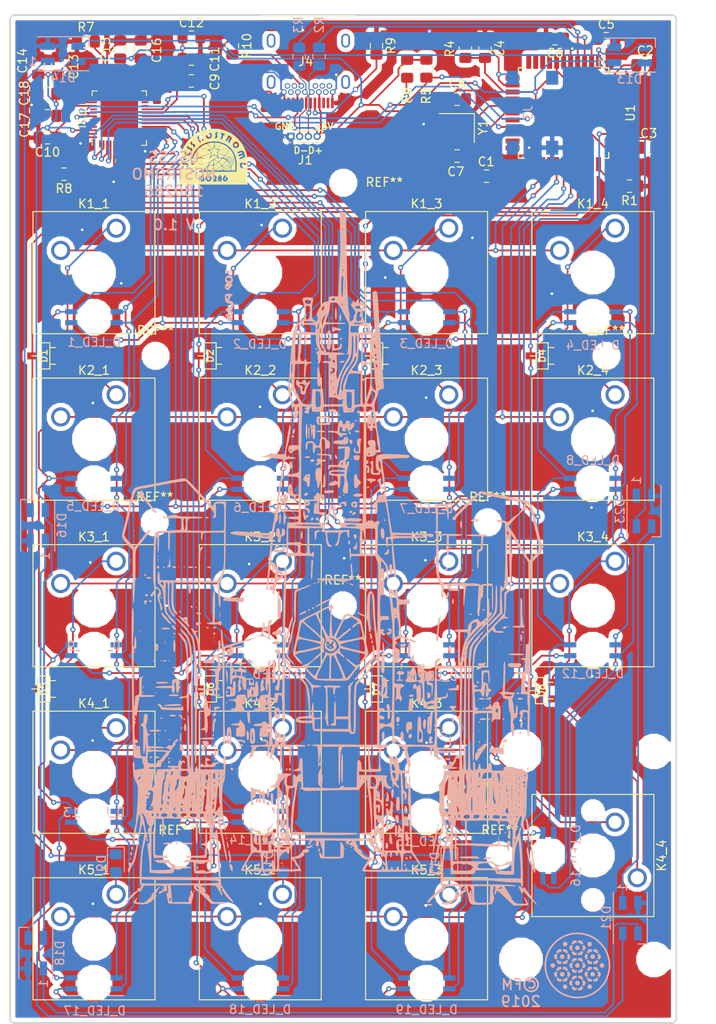
<source format=kicad_pcb>
(kicad_pcb (version 20171130) (host pcbnew 5.0.1)
  (layers (0 F.Cu signal) (31 B.Cu signal) (34 B.Paste user) (35 F.Paste user) (36 B.SilkS user) (37 F.SilkS user) (38 B.Mask user) (39 F.Mask user) (44 Edge.Cuts user))
  (net 0 "")
  (net 1 GND)
  (net 2 "Net-(C6-Pad1)")
  (net 3 "Net-(C7-Pad1)")
  (net 4 "Net-(C8-Pad1)")
  (net 5 "Net-(D1-Pad2)")
  (net 6 "Net-(D1-Pad1)")
  (net 7 "Net-(D2-Pad2)")
  (net 8 "Net-(D10-Pad2)")
  (net 9 "Net-(D2-Pad1)")
  (net 10 "Net-(D3-Pad1)")
  (net 11 "Net-(D11-Pad2)")
  (net 12 "Net-(D3-Pad2)")
  (net 13 "Net-(D4-Pad1)")
  (net 14 Col4)
  (net 15 "Net-(D4-Pad2)")
  (net 16 "Net-(D5-Pad2)")
  (net 17 "Net-(D5-Pad1)")
  (net 18 "Net-(D6-Pad2)")
  (net 19 "Net-(D6-Pad1)")
  (net 20 "Net-(D7-Pad1)")
  (net 21 "Net-(D7-Pad2)")
  (net 22 "Net-(D8-Pad1)")
  (net 23 "Net-(D8-Pad2)")
  (net 24 Row1)
  (net 25 Row2)
  (net 26 Row3)
  (net 27 Row4)
  (net 28 Row5)
  (net 29 "Net-(R1-Pad2)")
  (net 30 "Net-(R2-Pad1)")
  (net 31 "Net-(R3-Pad1)")
  (net 32 /led/led_sda)
  (net 33 /led/led_scl)
  (net 34 /led/SW12)
  (net 35 /led/SW10)
  (net 36 /led/SW11)
  (net 37 /led/CS1)
  (net 38 /led/SW9)
  (net 39 /led/SW7)
  (net 40 /led/SW8)
  (net 41 /led/SW6)
  (net 42 /led/SW4)
  (net 43 /led/SW5)
  (net 44 /led/SW3)
  (net 45 /led/SW1)
  (net 46 /led/SW2)
  (net 47 /led/CS2)
  (net 48 /led/CS3)
  (net 49 /led/CS4)
  (net 50 /led/CS5)
  (net 51 "Net-(IC1-Pad35)")
  (net 52 "Net-(IC1-Pad47)")
  (net 53 Col1)
  (net 54 Col2)
  (net 55 Col3)
  (net 56 /led/UGLOW_LED)
  (net 57 "Net-(D13-Pad1)")
  (net 58 "Net-(D14-Pad1)")
  (net 59 "Net-(D16-Pad1)")
  (net 60 "Net-(D18-Pad1)")
  (net 61 "Net-(D21-Pad1)")
  (net 62 "Net-(D9-Pad2)")
  (net 63 "Net-(J3-Pad1)")
  (net 64 +5V)
  (net 65 /USB_D+)
  (net 66 /USB_D-)
  (net 67 /CC1)
  (net 68 /CC2)
  (module "USB_C:Wuerth USB3.1 Type C Receptacle - Horizontal" (layer F.Cu) (at 142.7 35.195 180)
    (fp_text reference J4 (at 0.3 -5.85 180) (layer F.SilkS))
    (fp_text value USB_C_Receptacle_USB2.0)
    (pad S1 thru_hole oval (at -4.27 -3.45 180) (size 1 1.6) (drill oval 0.6 1.2) (layers *.Cu *.Mask))
    (pad S1 thru_hole oval (at 4.27 -3.45 180) (size 1 1.6) (drill oval 0.6 1.2) (layers *.Cu *.Mask))
    (pad S1 thru_hole oval (at -4.27 -8.18 180) (size 1 1.6) (drill oval 0.6 1.2) (layers *.Cu *.Mask))
    (pad S1 thru_hole oval (at 4.27 -8.18 180) (size 1 1.6) (drill oval 0.6 1.2) (layers *.Cu *.Mask))
    (pad B2 thru_hole circle (at 2.4 -8.63 180) (size 0.65 0.65) (drill 0.4) (layers *.Cu *.Mask))
    (pad B3 thru_hole circle (at 1.6 -8.63 180) (size 0.65 0.65) (drill 0.4) (layers *.Cu *.Mask))
    (pad B11 thru_hole circle (at -2.4 -8.63 180) (size 0.65 0.65) (drill 0.4) (layers *.Cu *.Mask))
    (pad B10 thru_hole circle (at -1.6 -8.63 180) (size 0.65 0.65) (drill 0.4) (layers *.Cu *.Mask))
    (pad B8 thru_hole circle (at -0.8 -8.63 180) (size 0.65 0.65) (drill 0.4) (layers *.Cu *.Mask))
    (pad B5 thru_hole circle (at 0.8 -8.63 180) (size 0.65 0.65) (drill 0.4) (layers *.Cu *.Mask) (net 68 /CC2))
    (pad B12 thru_hole circle (at -2.8 -9.33 180) (size 0.65 0.65) (drill 0.4) (layers *.Cu *.Mask) (net 1 GND))
    (pad "" np_thru_hole circle (at -2 -9.33 180) (size 0.65 0.65) (drill 0.4) (layers *.Cu *.Mask))
    (pad B9 thru_hole circle (at -1.2 -9.33 180) (size 0.65 0.65) (drill 0.4) (layers *.Cu *.Mask) (net 64 +5V))
    (pad B7 thru_hole circle (at -0.4 -9.33 180) (size 0.65 0.65) (drill 0.4) (layers *.Cu *.Mask) (net 66 /USB_D-))
    (pad B1 thru_hole circle (at 2.8 -9.33 180) (size 0.65 0.65) (drill 0.4) (layers *.Cu *.Mask) (net 1 GND))
    (pad "" np_thru_hole circle (at 2 -9.33 180) (size 0.65 0.65) (drill 0.4) (layers *.Cu *.Mask))
    (pad B4 thru_hole circle (at 1.2 -9.33 180) (size 0.65 0.65) (drill 0.4) (layers *.Cu *.Mask) (net 64 +5V))
    (pad A1 smd rect (at -2.75 -10.58 180) (size 0.3 1.2) (layers F.Cu F.Paste F.Mask) (net 1 GND))
    (pad A12 smd rect (at 2.75 -10.58 180) (size 0.3 1.2) (layers F.Cu F.Paste F.Mask) (net 1 GND))
    (pad A11 smd rect (at 2.25 -10.58 180) (size 0.3 1.2) (layers F.Cu F.Paste F.Mask))
    (pad A10 smd rect (at 1.75 -10.58 180) (size 0.3 1.2) (layers F.Cu F.Paste F.Mask))
    (pad A9 smd rect (at 1.25 -10.58 180) (size 0.3 1.2) (layers F.Cu F.Paste F.Mask) (net 64 +5V))
    (pad A8 smd rect (at 0.75 -10.58 180) (size 0.3 1.2) (layers F.Cu F.Paste F.Mask))
    (pad A2 smd rect (at -2.25 -10.58 180) (size 0.3 1.2) (layers F.Cu F.Paste F.Mask))
    (pad A3 smd rect (at -1.75 -10.58 180) (size 0.3 1.2) (layers F.Cu F.Paste F.Mask))
    (pad A4 smd rect (at -1.25 -10.58 180) (size 0.3 1.2) (layers F.Cu F.Paste F.Mask) (net 64 +5V))
    (pad A5 smd rect (at -0.75 -10.58 180) (size 0.3 1.2) (layers F.Cu F.Paste F.Mask) (net 67 /CC1))
    (pad A6 smd rect (at -0.25 -10.58 180) (size 0.3 1.2) (layers F.Cu F.Paste F.Mask) (net 65 /USB_D+))
    (pad B6 thru_hole circle (at 0.4 -9.33 180) (size 0.65 0.65) (drill 0.4) (layers *.Cu *.Mask) (net 65 /USB_D+))
    (pad A7 smd rect (at 0.25 -10.58 180) (size 0.3 1.2) (layers F.Cu F.Paste F.Mask) (net 66 /USB_D-))
  )
  (module reverse_RGB_LED:reverse_RGB_LED (layer B.Cu) (at 118.14175 70.28275)
    (fp_text reference D_LED_1 (at 0.00825 2.86725) (layer B.SilkS) (effects (justify mirror)))
    (fp_text value LED_RABG)
    (pad "" np_thru_hole circle (at 0 0) (size 3.2 3.2) (drill 3.2) (layers *.Cu *.Mask))
    (pad 4 smd rect (at 2.6 -0.625) (size 1.4 0.6) (layers B.Cu B.Paste B.Mask) (net 36 /led/SW11))
    (pad 1 smd rect (at 2.6 0.625) (size 1.4 0.6) (layers B.Cu B.Paste B.Mask) (net 34 /led/SW12))
    (pad 2 smd rect (at -2.6 0.625) (size 1.4 0.6) (layers B.Cu B.Paste B.Mask) (net 37 /led/CS1))
    (pad 3 smd rect (at -2.6 -0.625) (size 1.4 0.6) (layers B.Cu B.Paste B.Mask) (net 35 /led/SW10))
  )
  (module Resistor_SMD:R_0805_2012Metric_Pad1.15x1.40mm_HandSolder (layer F.Cu) (at 150.5 39.225 270)
    (fp_text reference R9 (at 0 -1.65 270) (layer F.SilkS))
    (fp_text value 56k)
    (pad 2 smd roundrect (at 1.025 0 270) (size 1.15 1.4) (layers F.Cu F.Paste F.Mask) (roundrect_rratio 0.217391) (net 67 /CC1))
    (pad 1 smd roundrect (at -1.025 0 270) (size 1.15 1.4) (layers F.Cu F.Paste F.Mask) (roundrect_rratio 0.217391) (net 1 GND))
  )
  (module keyboard_parts:SOT23-3_HSOL (layer F.Cu) (at 112.38875 74.70775 90)
    (fp_text reference D1 (at 0 0 90) (layer F.SilkS) (effects (font (size 0.8 0.8))))
    (fp_text value D_x2_KCom_AAK hide)
    (pad 2 smd rect (at 0.95 1.3 90) (size 0.8 1.2) (layers F.Cu F.Paste F.Mask) (net 5 "Net-(D1-Pad2)"))
    (pad 3 smd rect (at 0 -1.3 90) (size 0.8 1.2) (layers F.Cu F.Paste F.Mask) (net 53 Col1))
    (pad 1 smd rect (at -0.95 1.3 90) (size 0.8 1.2) (layers F.Cu F.Paste F.Mask) (net 6 "Net-(D1-Pad1)"))
  )
  (module keyboard_parts:SOT23-3_HSOL (layer F.Cu) (at 131.43875 74.70775 90)
    (fp_text reference D2 (at 0 0 90) (layer F.SilkS) (effects (font (size 0.8 0.8))))
    (fp_text value D_x2_KCom_AAK hide)
    (pad 2 smd rect (at 0.95 1.3 90) (size 0.8 1.2) (layers F.Cu F.Paste F.Mask) (net 7 "Net-(D2-Pad2)"))
    (pad 3 smd rect (at 0 -1.3 90) (size 0.8 1.2) (layers F.Cu F.Paste F.Mask) (net 54 Col2))
    (pad 1 smd rect (at -0.95 1.3 90) (size 0.8 1.2) (layers F.Cu F.Paste F.Mask) (net 9 "Net-(D2-Pad1)"))
  )
  (module keyboard_parts:SOT23-3_HSOL (layer F.Cu) (at 150.51875 74.70775 90)
    (fp_text reference D3 (at 0 0 90) (layer F.SilkS) (effects (font (size 0.8 0.8))))
    (fp_text value D_x2_KCom_AAK hide)
    (pad 2 smd rect (at 0.95 1.3 90) (size 0.8 1.2) (layers F.Cu F.Paste F.Mask) (net 12 "Net-(D3-Pad2)"))
    (pad 3 smd rect (at 0 -1.3 90) (size 0.8 1.2) (layers F.Cu F.Paste F.Mask) (net 55 Col3))
    (pad 1 smd rect (at -0.95 1.3 90) (size 0.8 1.2) (layers F.Cu F.Paste F.Mask) (net 10 "Net-(D3-Pad1)"))
  )
  (module keyboard_parts:SOT23-3_HSOL (layer F.Cu) (at 169.47175 74.70775 90)
    (fp_text reference D4 (at 0 0 90) (layer F.SilkS) (effects (font (size 0.8 0.8))))
    (fp_text value D_x2_KCom_AAK hide)
    (pad 1 smd rect (at -0.95 1.3 90) (size 0.8 1.2) (layers F.Cu F.Paste F.Mask) (net 13 "Net-(D4-Pad1)"))
    (pad 3 smd rect (at 0 -1.3 90) (size 0.8 1.2) (layers F.Cu F.Paste F.Mask) (net 14 Col4))
    (pad 2 smd rect (at 0.95 1.3 90) (size 0.8 1.2) (layers F.Cu F.Paste F.Mask) (net 15 "Net-(D4-Pad2)"))
  )
  (module keyboard_parts:SOT23-3_HSOL (layer F.Cu) (at 112.38875 112.80775 90)
    (fp_text reference D5 (at 0 0 90) (layer F.SilkS) (effects (font (size 0.8 0.8))))
    (fp_text value D_x2_KCom_AAK hide)
    (pad 2 smd rect (at 0.95 1.3 90) (size 0.8 1.2) (layers F.Cu F.Paste F.Mask) (net 16 "Net-(D5-Pad2)"))
    (pad 3 smd rect (at 0 -1.3 90) (size 0.8 1.2) (layers F.Cu F.Paste F.Mask) (net 53 Col1))
    (pad 1 smd rect (at -0.95 1.3 90) (size 0.8 1.2) (layers F.Cu F.Paste F.Mask) (net 17 "Net-(D5-Pad1)"))
  )
  (module keyboard_parts:SOT23-3_HSOL (layer F.Cu) (at 131.46875 112.80775 90)
    (fp_text reference D6 (at 0 0 90) (layer F.SilkS) (effects (font (size 0.8 0.8))))
    (fp_text value D_x2_KCom_AAK hide)
    (pad 2 smd rect (at 0.95 1.3 90) (size 0.8 1.2) (layers F.Cu F.Paste F.Mask) (net 18 "Net-(D6-Pad2)"))
    (pad 3 smd rect (at 0 -1.3 90) (size 0.8 1.2) (layers F.Cu F.Paste F.Mask) (net 54 Col2))
    (pad 1 smd rect (at -0.95 1.3 90) (size 0.8 1.2) (layers F.Cu F.Paste F.Mask) (net 19 "Net-(D6-Pad1)"))
  )
  (module keyboard_parts:SOT23-3_HSOL (layer F.Cu) (at 150.48875 112.80775 90)
    (fp_text reference D7 (at 0 0 90) (layer F.SilkS) (effects (font (size 0.8 0.8))))
    (fp_text value D_x2_KCom_AAK hide)
    (pad 1 smd rect (at -0.95 1.3 90) (size 0.8 1.2) (layers F.Cu F.Paste F.Mask) (net 20 "Net-(D7-Pad1)"))
    (pad 3 smd rect (at 0 -1.3 90) (size 0.8 1.2) (layers F.Cu F.Paste F.Mask) (net 55 Col3))
    (pad 2 smd rect (at 0.95 1.3 90) (size 0.8 1.2) (layers F.Cu F.Paste F.Mask) (net 21 "Net-(D7-Pad2)"))
  )
  (module keyboard_parts:SOT23-3_HSOL (layer F.Cu) (at 169.41175 112.99575 90)
    (fp_text reference D8 (at 0 0 90) (layer F.SilkS) (effects (font (size 0.8 0.8))))
    (fp_text value D_x2_KCom_AAK hide)
    (pad 1 smd rect (at -0.95 1.3 90) (size 0.8 1.2) (layers F.Cu F.Paste F.Mask) (net 22 "Net-(D8-Pad1)"))
    (pad 3 smd rect (at 0 -1.3 90) (size 0.8 1.2) (layers F.Cu F.Paste F.Mask) (net 14 Col4))
    (pad 2 smd rect (at 0.95 1.3 90) (size 0.8 1.2) (layers F.Cu F.Paste F.Mask) (net 23 "Net-(D8-Pad2)"))
  )
  (module Package_QFP:LQFP-44_10x10mm_P0.8mm (layer F.Cu) (at 171.93895 46.92015 270)
    (fp_text reference U1 (at 0 -7.65 270) (layer F.SilkS))
    (fp_text value ATMEGA32U4)
    (pad 1 smd rect (at -5.85 -4 270) (size 1.6 0.56) (layers F.Cu F.Paste F.Mask) (net 56 /led/UGLOW_LED))
    (pad 2 smd rect (at -5.85 -3.2 270) (size 1.6 0.56) (layers F.Cu F.Paste F.Mask) (net 64 +5V))
    (pad 3 smd rect (at -5.85 -2.4 270) (size 1.6 0.56) (layers F.Cu F.Paste F.Mask) (net 30 "Net-(R2-Pad1)"))
    (pad 4 smd rect (at -5.85 -1.6 270) (size 1.6 0.56) (layers F.Cu F.Paste F.Mask) (net 31 "Net-(R3-Pad1)"))
    (pad 5 smd rect (at -5.85 -0.8 270) (size 1.6 0.56) (layers F.Cu F.Paste F.Mask) (net 1 GND))
    (pad 6 smd rect (at -5.85 0 270) (size 1.6 0.56) (layers F.Cu F.Paste F.Mask) (net 2 "Net-(C6-Pad1)"))
    (pad 7 smd rect (at -5.85 0.8 270) (size 1.6 0.56) (layers F.Cu F.Paste F.Mask) (net 64 +5V))
    (pad 8 smd rect (at -5.85 1.6 270) (size 1.6 0.56) (layers F.Cu F.Paste F.Mask))
    (pad 9 smd rect (at -5.85 2.4 270) (size 1.6 0.56) (layers F.Cu F.Paste F.Mask))
    (pad 10 smd rect (at -5.85 3.2 270) (size 1.6 0.56) (layers F.Cu F.Paste F.Mask))
    (pad 11 smd rect (at -5.85 4 270) (size 1.6 0.56) (layers F.Cu F.Paste F.Mask))
    (pad 12 smd rect (at -4 5.85) (size 1.6 0.56) (layers F.Cu F.Paste F.Mask))
    (pad 13 smd rect (at -3.2 5.85) (size 1.6 0.56) (layers F.Cu F.Paste F.Mask) (net 63 "Net-(J3-Pad1)"))
    (pad 14 smd rect (at -2.4 5.85) (size 1.6 0.56) (layers F.Cu F.Paste F.Mask) (net 64 +5V))
    (pad 15 smd rect (at -1.6 5.85) (size 1.6 0.56) (layers F.Cu F.Paste F.Mask) (net 1 GND))
    (pad 16 smd rect (at -0.8 5.85) (size 1.6 0.56) (layers F.Cu F.Paste F.Mask) (net 4 "Net-(C8-Pad1)"))
    (pad 17 smd rect (at 0 5.85) (size 1.6 0.56) (layers F.Cu F.Paste F.Mask) (net 3 "Net-(C7-Pad1)"))
    (pad 18 smd rect (at 0.8 5.85) (size 1.6 0.56) (layers F.Cu F.Paste F.Mask) (net 33 /led/led_scl))
    (pad 19 smd rect (at 1.6 5.85) (size 1.6 0.56) (layers F.Cu F.Paste F.Mask) (net 32 /led/led_sda))
    (pad 20 smd rect (at 2.4 5.85) (size 1.6 0.56) (layers F.Cu F.Paste F.Mask))
    (pad 21 smd rect (at 3.2 5.85) (size 1.6 0.56) (layers F.Cu F.Paste F.Mask))
    (pad 22 smd rect (at 4 5.85) (size 1.6 0.56) (layers F.Cu F.Paste F.Mask))
    (pad 23 smd rect (at 5.85 4 270) (size 1.6 0.56) (layers F.Cu F.Paste F.Mask) (net 1 GND))
    (pad 24 smd rect (at 5.85 3.2 270) (size 1.6 0.56) (layers F.Cu F.Paste F.Mask) (net 64 +5V))
    (pad 25 smd rect (at 5.85 2.4 270) (size 1.6 0.56) (layers F.Cu F.Paste F.Mask) (net 24 Row1))
    (pad 26 smd rect (at 5.85 1.6 270) (size 1.6 0.56) (layers F.Cu F.Paste F.Mask) (net 25 Row2))
    (pad 27 smd rect (at 5.85 0.8 270) (size 1.6 0.56) (layers F.Cu F.Paste F.Mask) (net 26 Row3))
    (pad 28 smd rect (at 5.85 0 270) (size 1.6 0.56) (layers F.Cu F.Paste F.Mask) (net 27 Row4))
    (pad 29 smd rect (at 5.85 -0.8 270) (size 1.6 0.56) (layers F.Cu F.Paste F.Mask) (net 28 Row5))
    (pad 30 smd rect (at 5.85 -1.6 270) (size 1.6 0.56) (layers F.Cu F.Paste F.Mask) (net 53 Col1))
    (pad 31 smd rect (at 5.85 -2.4 270) (size 1.6 0.56) (layers F.Cu F.Paste F.Mask) (net 54 Col2))
    (pad 32 smd rect (at 5.85 -3.2 270) (size 1.6 0.56) (layers F.Cu F.Paste F.Mask) (net 55 Col3))
    (pad 33 smd rect (at 5.85 -4 270) (size 1.6 0.56) (layers F.Cu F.Paste F.Mask) (net 29 "Net-(R1-Pad2)"))
    (pad 34 smd rect (at 4 -5.85) (size 1.6 0.56) (layers F.Cu F.Paste F.Mask) (net 64 +5V))
    (pad 35 smd rect (at 3.2 -5.85) (size 1.6 0.56) (layers F.Cu F.Paste F.Mask) (net 1 GND))
    (pad 36 smd rect (at 2.4 -5.85) (size 1.6 0.56) (layers F.Cu F.Paste F.Mask) (net 14 Col4))
    (pad 37 smd rect (at 1.6 -5.85) (size 1.6 0.56) (layers F.Cu F.Paste F.Mask))
    (pad 38 smd rect (at 0.8 -5.85) (size 1.6 0.56) (layers F.Cu F.Paste F.Mask))
    (pad 39 smd rect (at 0 -5.85) (size 1.6 0.56) (layers F.Cu F.Paste F.Mask))
    (pad 40 smd rect (at -0.8 -5.85) (size 1.6 0.56) (layers F.Cu F.Paste F.Mask))
    (pad 41 smd rect (at -1.6 -5.85) (size 1.6 0.56) (layers F.Cu F.Paste F.Mask))
    (pad 42 smd rect (at -2.4 -5.85) (size 1.6 0.56) (layers F.Cu F.Paste F.Mask))
    (pad 43 smd rect (at -3.2 -5.85) (size 1.6 0.56) (layers F.Cu F.Paste F.Mask) (net 1 GND))
    (pad 44 smd rect (at -4 -5.85) (size 1.6 0.56) (layers F.Cu F.Paste F.Mask) (net 64 +5V))
  )
  (module reverse_RGB_LED:reverse_RGB_LED (layer B.Cu) (at 137.19175 70.28275)
    (fp_text reference D_LED_2 (at -0.04175 3.06725) (layer B.SilkS) (effects (justify mirror)))
    (fp_text value LED_RABG)
    (pad "" np_thru_hole circle (at 0 0) (size 3.2 3.2) (drill 3.2) (layers *.Cu *.Mask))
    (pad 4 smd rect (at 2.6 -0.625) (size 1.4 0.6) (layers B.Cu B.Paste B.Mask) (net 40 /led/SW8))
    (pad 1 smd rect (at 2.6 0.625) (size 1.4 0.6) (layers B.Cu B.Paste B.Mask) (net 38 /led/SW9))
    (pad 2 smd rect (at -2.6 0.625) (size 1.4 0.6) (layers B.Cu B.Paste B.Mask) (net 37 /led/CS1))
    (pad 3 smd rect (at -2.6 -0.625) (size 1.4 0.6) (layers B.Cu B.Paste B.Mask) (net 39 /led/SW7))
  )
  (module reverse_RGB_LED:reverse_RGB_LED (layer B.Cu) (at 156.24175 70.28275)
    (fp_text reference D_LED_3 (at 0 3.01725) (layer B.SilkS) (effects (justify mirror)))
    (fp_text value LED_RABG)
    (pad "" np_thru_hole circle (at 0 0) (size 3.2 3.2) (drill 3.2) (layers *.Cu *.Mask))
    (pad 4 smd rect (at 2.6 -0.625) (size 1.4 0.6) (layers B.Cu B.Paste B.Mask) (net 43 /led/SW5))
    (pad 1 smd rect (at 2.6 0.625) (size 1.4 0.6) (layers B.Cu B.Paste B.Mask) (net 41 /led/SW6))
    (pad 2 smd rect (at -2.6 0.625) (size 1.4 0.6) (layers B.Cu B.Paste B.Mask) (net 37 /led/CS1))
    (pad 3 smd rect (at -2.6 -0.625) (size 1.4 0.6) (layers B.Cu B.Paste B.Mask) (net 42 /led/SW4))
  )
  (module reverse_RGB_LED:reverse_RGB_LED (layer B.Cu) (at 175.29175 70.28275)
    (fp_text reference D_LED_4 (at 0 3.21725) (layer B.SilkS) (effects (justify mirror)))
    (fp_text value LED_RABG)
    (pad 3 smd rect (at -2.6 -0.625) (size 1.4 0.6) (layers B.Cu B.Paste B.Mask) (net 45 /led/SW1))
    (pad 2 smd rect (at -2.6 0.625) (size 1.4 0.6) (layers B.Cu B.Paste B.Mask) (net 37 /led/CS1))
    (pad 1 smd rect (at 2.6 0.625) (size 1.4 0.6) (layers B.Cu B.Paste B.Mask) (net 44 /led/SW3))
    (pad 4 smd rect (at 2.6 -0.625) (size 1.4 0.6) (layers B.Cu B.Paste B.Mask) (net 46 /led/SW2))
    (pad "" np_thru_hole circle (at 0 0) (size 3.2 3.2) (drill 3.2) (layers *.Cu *.Mask))
  )
  (module reverse_RGB_LED:reverse_RGB_LED (layer B.Cu) (at 118.14175 89.33275)
    (fp_text reference D_LED_5 (at -0.09175 2.56725) (layer B.SilkS) (effects (justify mirror)))
    (fp_text value LED_RABG)
    (pad "" np_thru_hole circle (at 0 0) (size 3.2 3.2) (drill 3.2) (layers *.Cu *.Mask))
    (pad 4 smd rect (at 2.6 -0.625) (size 1.4 0.6) (layers B.Cu B.Paste B.Mask) (net 36 /led/SW11))
    (pad 1 smd rect (at 2.6 0.625) (size 1.4 0.6) (layers B.Cu B.Paste B.Mask) (net 34 /led/SW12))
    (pad 2 smd rect (at -2.6 0.625) (size 1.4 0.6) (layers B.Cu B.Paste B.Mask) (net 47 /led/CS2))
    (pad 3 smd rect (at -2.6 -0.625) (size 1.4 0.6) (layers B.Cu B.Paste B.Mask) (net 35 /led/SW10))
  )
  (module reverse_RGB_LED:reverse_RGB_LED (layer B.Cu) (at 137.19175 89.33275)
    (fp_text reference D_LED_6 (at 0.00825 2.71725) (layer B.SilkS) (effects (justify mirror)))
    (fp_text value LED_RABG)
    (pad 3 smd rect (at -2.6 -0.625) (size 1.4 0.6) (layers B.Cu B.Paste B.Mask) (net 39 /led/SW7))
    (pad 2 smd rect (at -2.6 0.625) (size 1.4 0.6) (layers B.Cu B.Paste B.Mask) (net 47 /led/CS2))
    (pad 1 smd rect (at 2.6 0.625) (size 1.4 0.6) (layers B.Cu B.Paste B.Mask) (net 38 /led/SW9))
    (pad 4 smd rect (at 2.6 -0.625) (size 1.4 0.6) (layers B.Cu B.Paste B.Mask) (net 40 /led/SW8))
    (pad "" np_thru_hole circle (at 0 0) (size 3.2 3.2) (drill 3.2) (layers *.Cu *.Mask))
  )
  (module reverse_RGB_LED:reverse_RGB_LED (layer B.Cu) (at 156.24175 89.33275)
    (fp_text reference D_LED_7 (at -0.01675 2.84225) (layer B.SilkS) (effects (justify mirror)))
    (fp_text value LED_RABG)
    (pad 3 smd rect (at -2.6 -0.625) (size 1.4 0.6) (layers B.Cu B.Paste B.Mask) (net 42 /led/SW4))
    (pad 2 smd rect (at -2.6 0.625) (size 1.4 0.6) (layers B.Cu B.Paste B.Mask) (net 47 /led/CS2))
    (pad 1 smd rect (at 2.6 0.625) (size 1.4 0.6) (layers B.Cu B.Paste B.Mask) (net 41 /led/SW6))
    (pad 4 smd rect (at 2.6 -0.625) (size 1.4 0.6) (layers B.Cu B.Paste B.Mask) (net 43 /led/SW5))
    (pad "" np_thru_hole circle (at 0 0) (size 3.2 3.2) (drill 3.2) (layers *.Cu *.Mask))
  )
  (module reverse_RGB_LED:reverse_RGB_LED (layer B.Cu) (at 175.29175 89.33275)
    (fp_text reference D_LED_8 (at 0.00825 -2.68275) (layer B.SilkS) (effects (justify mirror)))
    (fp_text value LED_RABG)
    (pad "" np_thru_hole circle (at 0 0) (size 3.2 3.2) (drill 3.2) (layers *.Cu *.Mask))
    (pad 4 smd rect (at 2.6 -0.625) (size 1.4 0.6) (layers B.Cu B.Paste B.Mask) (net 46 /led/SW2))
    (pad 1 smd rect (at 2.6 0.625) (size 1.4 0.6) (layers B.Cu B.Paste B.Mask) (net 44 /led/SW3))
    (pad 2 smd rect (at -2.6 0.625) (size 1.4 0.6) (layers B.Cu B.Paste B.Mask) (net 47 /led/CS2))
    (pad 3 smd rect (at -2.6 -0.625) (size 1.4 0.6) (layers B.Cu B.Paste B.Mask) (net 45 /led/SW1))
  )
  (module reverse_RGB_LED:reverse_RGB_LED (layer B.Cu) (at 118.14175 108.38275)
    (fp_text reference D_LED_9 (at 0 -0.5) (layer B.SilkS) (effects (justify mirror)))
    (fp_text value LED_RABG)
    (pad 3 smd rect (at -2.6 -0.625) (size 1.4 0.6) (layers B.Cu B.Paste B.Mask) (net 35 /led/SW10))
    (pad 2 smd rect (at -2.6 0.625) (size 1.4 0.6) (layers B.Cu B.Paste B.Mask) (net 48 /led/CS3))
    (pad 1 smd rect (at 2.6 0.625) (size 1.4 0.6) (layers B.Cu B.Paste B.Mask) (net 34 /led/SW12))
    (pad 4 smd rect (at 2.6 -0.625) (size 1.4 0.6) (layers B.Cu B.Paste B.Mask) (net 36 /led/SW11))
    (pad "" np_thru_hole circle (at 0 0) (size 3.2 3.2) (drill 3.2) (layers *.Cu *.Mask))
  )
  (module reverse_RGB_LED:reverse_RGB_LED (layer B.Cu) (at 137.19175 108.38275)
    (fp_text reference D_LED_10 (at 0 2.74225) (layer B.SilkS) (effects (justify mirror)))
    (fp_text value LED_RABG)
    (pad "" np_thru_hole circle (at 0 0) (size 3.2 3.2) (drill 3.2) (layers *.Cu *.Mask))
    (pad 4 smd rect (at 2.6 -0.625) (size 1.4 0.6) (layers B.Cu B.Paste B.Mask) (net 40 /led/SW8))
    (pad 1 smd rect (at 2.6 0.625) (size 1.4 0.6) (layers B.Cu B.Paste B.Mask) (net 38 /led/SW9))
    (pad 2 smd rect (at -2.6 0.625) (size 1.4 0.6) (layers B.Cu B.Paste B.Mask) (net 48 /led/CS3))
    (pad 3 smd rect (at -2.6 -0.625) (size 1.4 0.6) (layers B.Cu B.Paste B.Mask) (net 39 /led/SW7))
  )
  (module reverse_RGB_LED:reverse_RGB_LED (layer B.Cu) (at 156.24175 108.38275)
    (fp_text reference D_LED_11 (at 0.00825 2.96725) (layer B.SilkS) (effects (justify mirror)))
    (fp_text value LED_RABG)
    (pad "" np_thru_hole circle (at 0 0) (size 3.2 3.2) (drill 3.2) (layers *.Cu *.Mask))
    (pad 4 smd rect (at 2.6 -0.625) (size 1.4 0.6) (layers B.Cu B.Paste B.Mask) (net 43 /led/SW5))
    (pad 1 smd rect (at 2.6 0.625) (size 1.4 0.6) (layers B.Cu B.Paste B.Mask) (net 41 /led/SW6))
    (pad 2 smd rect (at -2.6 0.625) (size 1.4 0.6) (layers B.Cu B.Paste B.Mask) (net 48 /led/CS3))
    (pad 3 smd rect (at -2.6 -0.625) (size 1.4 0.6) (layers B.Cu B.Paste B.Mask) (net 42 /led/SW4))
  )
  (module reverse_RGB_LED:reverse_RGB_LED (layer B.Cu) (at 175.29175 108.38275)
    (fp_text reference D_LED_12 (at 0 2.66725) (layer B.SilkS) (effects (justify mirror)))
    (fp_text value LED_RABG)
    (pad 3 smd rect (at -2.6 -0.625) (size 1.4 0.6) (layers B.Cu B.Paste B.Mask) (net 45 /led/SW1))
    (pad 2 smd rect (at -2.6 0.625) (size 1.4 0.6) (layers B.Cu B.Paste B.Mask) (net 48 /led/CS3))
    (pad 1 smd rect (at 2.6 0.625) (size 1.4 0.6) (layers B.Cu B.Paste B.Mask) (net 44 /led/SW3))
    (pad 4 smd rect (at 2.6 -0.625) (size 1.4 0.6) (layers B.Cu B.Paste B.Mask) (net 46 /led/SW2))
    (pad "" np_thru_hole circle (at 0 0) (size 3.2 3.2) (drill 3.2) (layers *.Cu *.Mask))
  )
  (module reverse_RGB_LED:reverse_RGB_LED (layer B.Cu) (at 118.14175 127.43275)
    (fp_text reference D_LED_13 (at 0 -0.5) (layer B.SilkS) (effects (justify mirror)))
    (fp_text value LED_RABG)
    (pad "" np_thru_hole circle (at 0 0) (size 3.2 3.2) (drill 3.2) (layers *.Cu *.Mask))
    (pad 4 smd rect (at 2.6 -0.625) (size 1.4 0.6) (layers B.Cu B.Paste B.Mask) (net 36 /led/SW11))
    (pad 1 smd rect (at 2.6 0.625) (size 1.4 0.6) (layers B.Cu B.Paste B.Mask) (net 34 /led/SW12))
    (pad 2 smd rect (at -2.6 0.625) (size 1.4 0.6) (layers B.Cu B.Paste B.Mask) (net 49 /led/CS4))
    (pad 3 smd rect (at -2.6 -0.625) (size 1.4 0.6) (layers B.Cu B.Paste B.Mask) (net 35 /led/SW10))
  )
  (module reverse_RGB_LED:reverse_RGB_LED (layer B.Cu) (at 137.19175 127.43275)
    (fp_text reference D_LED_14 (at 0 2.64225) (layer B.SilkS) (effects (justify mirror)))
    (fp_text value LED_RABG)
    (pad 3 smd rect (at -2.6 -0.625) (size 1.4 0.6) (layers B.Cu B.Paste B.Mask) (net 39 /led/SW7))
    (pad 2 smd rect (at -2.6 0.625) (size 1.4 0.6) (layers B.Cu B.Paste B.Mask) (net 49 /led/CS4))
    (pad 1 smd rect (at 2.6 0.625) (size 1.4 0.6) (layers B.Cu B.Paste B.Mask) (net 38 /led/SW9))
    (pad 4 smd rect (at 2.6 -0.625) (size 1.4 0.6) (layers B.Cu B.Paste B.Mask) (net 40 /led/SW8))
    (pad "" np_thru_hole circle (at 0 0) (size 3.2 3.2) (drill 3.2) (layers *.Cu *.Mask))
  )
  (module reverse_RGB_LED:reverse_RGB_LED (layer B.Cu) (at 156.24175 127.43275)
    (fp_text reference D_LED_15 (at 0.00825 2.81725) (layer B.SilkS) (effects (justify mirror)))
    (fp_text value LED_RABG)
    (pad 3 smd rect (at -2.6 -0.625) (size 1.4 0.6) (layers B.Cu B.Paste B.Mask) (net 42 /led/SW4))
    (pad 2 smd rect (at -2.6 0.625) (size 1.4 0.6) (layers B.Cu B.Paste B.Mask) (net 49 /led/CS4))
    (pad 1 smd rect (at 2.6 0.625) (size 1.4 0.6) (layers B.Cu B.Paste B.Mask) (net 41 /led/SW6))
    (pad 4 smd rect (at 2.6 -0.625) (size 1.4 0.6) (layers B.Cu B.Paste B.Mask) (net 43 /led/SW5))
    (pad "" np_thru_hole circle (at 0 0) (size 3.2 3.2) (drill 3.2) (layers *.Cu *.Mask))
  )
  (module reverse_RGB_LED:reverse_RGB_LED (layer B.Cu) (at 170.19375 131.85875 270)
    (fp_text reference D_LED_16 (at 0 -3.13125 270) (layer B.SilkS) (effects (justify mirror)))
    (fp_text value LED_RABG)
    (pad "" np_thru_hole circle (at 0 0 270) (size 3.2 3.2) (drill 3.2) (layers *.Cu *.Mask))
    (pad 4 smd rect (at 2.6 -0.625 270) (size 1.4 0.6) (layers B.Cu B.Paste B.Mask) (net 46 /led/SW2))
    (pad 1 smd rect (at 2.6 0.625 270) (size 1.4 0.6) (layers B.Cu B.Paste B.Mask) (net 44 /led/SW3))
    (pad 2 smd rect (at -2.6 0.625 270) (size 1.4 0.6) (layers B.Cu B.Paste B.Mask) (net 49 /led/CS4))
    (pad 3 smd rect (at -2.6 -0.625 270) (size 1.4 0.6) (layers B.Cu B.Paste B.Mask) (net 45 /led/SW1))
  )
  (module reverse_RGB_LED:reverse_RGB_LED (layer B.Cu) (at 118.14175 146.48275)
    (fp_text reference D_LED_17 (at 0.08325 3.14225) (layer B.SilkS) (effects (justify mirror)))
    (fp_text value LED_RABG)
    (pad 3 smd rect (at -2.6 -0.625) (size 1.4 0.6) (layers B.Cu B.Paste B.Mask) (net 35 /led/SW10))
    (pad 2 smd rect (at -2.6 0.625) (size 1.4 0.6) (layers B.Cu B.Paste B.Mask) (net 50 /led/CS5))
    (pad 1 smd rect (at 2.6 0.625) (size 1.4 0.6) (layers B.Cu B.Paste B.Mask) (net 34 /led/SW12))
    (pad 4 smd rect (at 2.6 -0.625) (size 1.4 0.6) (layers B.Cu B.Paste B.Mask) (net 36 /led/SW11))
    (pad "" np_thru_hole circle (at 0 0) (size 3.2 3.2) (drill 3.2) (layers *.Cu *.Mask))
  )
  (module reverse_RGB_LED:reverse_RGB_LED (layer B.Cu) (at 137.19175 146.48275)
    (fp_text reference D_LED_18 (at -0.01675 2.99225) (layer B.SilkS) (effects (justify mirror)))
    (fp_text value LED_RABG)
    (pad "" np_thru_hole circle (at 0 0) (size 3.2 3.2) (drill 3.2) (layers *.Cu *.Mask))
    (pad 4 smd rect (at 2.6 -0.625) (size 1.4 0.6) (layers B.Cu B.Paste B.Mask) (net 40 /led/SW8))
    (pad 1 smd rect (at 2.6 0.625) (size 1.4 0.6) (layers B.Cu B.Paste B.Mask) (net 38 /led/SW9))
    (pad 2 smd rect (at -2.6 0.625) (size 1.4 0.6) (layers B.Cu B.Paste B.Mask) (net 50 /led/CS5))
    (pad 3 smd rect (at -2.6 -0.625) (size 1.4 0.6) (layers B.Cu B.Paste B.Mask) (net 39 /led/SW7))
  )
  (module reverse_RGB_LED:reverse_RGB_LED (layer B.Cu) (at 156.24175 146.48275)
    (fp_text reference D_LED_19 (at 0.00825 3.01725) (layer B.SilkS) (effects (justify mirror)))
    (fp_text value LED_RABG)
    (pad "" np_thru_hole circle (at 0 0) (size 3.2 3.2) (drill 3.2) (layers *.Cu *.Mask))
    (pad 4 smd rect (at 2.6 -0.625) (size 1.4 0.6) (layers B.Cu B.Paste B.Mask) (net 43 /led/SW5))
    (pad 1 smd rect (at 2.6 0.625) (size 1.4 0.6) (layers B.Cu B.Paste B.Mask) (net 41 /led/SW6))
    (pad 2 smd rect (at -2.6 0.625) (size 1.4 0.6) (layers B.Cu B.Paste B.Mask) (net 50 /led/CS5))
    (pad 3 smd rect (at -2.6 -0.625) (size 1.4 0.6) (layers B.Cu B.Paste B.Mask) (net 42 /led/SW4))
  )
  (module SMD_Switch:B3FS-1002P (layer B.Cu) (at 168.38 46.89 90)
    (fp_text reference J3 (at 0 -0.5 90) (layer B.SilkS) (effects (justify mirror)))
    (fp_text value B3FS-1002P)
    (pad 3 smd rect (at 4 2.25 90) (size 1.6 1.4) (layers B.Cu B.Paste B.Mask))
    (pad 4 smd rect (at -4 2.25 90) (size 1.6 1.4) (layers B.Cu B.Paste B.Mask) (net 1 GND))
    (pad 1 smd rect (at 4 -2.25 90) (size 1.6 1.4) (layers B.Cu B.Paste B.Mask) (net 63 "Net-(J3-Pad1)"))
    (pad 2 smd rect (at -4 -2.25 90) (size 1.6 1.4) (layers B.Cu B.Paste B.Mask))
  )
  (module Capacitor_SMD:C_0805_2012Metric_Pad1.15x1.40mm_HandSolder (layer F.Cu) (at 163.1 54.15 180)
    (fp_text reference C1 (at 0.02695 1.65115 180) (layer F.SilkS))
    (fp_text value 0.1u)
    (pad 2 smd roundrect (at 1.025 0 180) (size 1.15 1.4) (layers F.Cu F.Paste F.Mask) (roundrect_rratio 0.217391) (net 1 GND))
    (pad 1 smd roundrect (at -1.025 0 180) (size 1.15 1.4) (layers F.Cu F.Paste F.Mask) (roundrect_rratio 0.217391) (net 64 +5V))
  )
  (module Capacitor_SMD:C_0805_2012Metric_Pad1.15x1.40mm_HandSolder (layer F.Cu) (at 181.29795 41.45915)
    (fp_text reference C2 (at 0 -1.65) (layer F.SilkS))
    (fp_text value 0.1u)
    (pad 1 smd roundrect (at -1.025 0) (size 1.15 1.4) (layers F.Cu F.Paste F.Mask) (roundrect_rratio 0.217391) (net 64 +5V))
    (pad 2 smd roundrect (at 1.025 0) (size 1.15 1.4) (layers F.Cu F.Paste F.Mask) (roundrect_rratio 0.217391) (net 1 GND))
  )
  (module Capacitor_SMD:C_0805_2012Metric_Pad1.15x1.40mm_HandSolder (layer F.Cu) (at 181.69055 50.89875)
    (fp_text reference C3 (at 0 -1.65) (layer F.SilkS))
    (fp_text value 0.1u)
    (pad 2 smd roundrect (at 1.025 0) (size 1.15 1.4) (layers F.Cu F.Paste F.Mask) (roundrect_rratio 0.217391) (net 1 GND))
    (pad 1 smd roundrect (at -1.025 0) (size 1.15 1.4) (layers F.Cu F.Paste F.Mask) (roundrect_rratio 0.217391) (net 64 +5V))
  )
  (module Capacitor_SMD:C_0805_2012Metric_Pad1.15x1.40mm_HandSolder (layer F.Cu) (at 162.93 39.6 90)
    (fp_text reference C4 (at 0.05 1.7 90) (layer F.SilkS))
    (fp_text value 0.1u)
    (pad 1 smd roundrect (at -1.025 0 90) (size 1.15 1.4) (layers F.Cu F.Paste F.Mask) (roundrect_rratio 0.217391) (net 64 +5V))
    (pad 2 smd roundrect (at 1.025 0 90) (size 1.15 1.4) (layers F.Cu F.Paste F.Mask) (roundrect_rratio 0.217391) (net 1 GND))
  )
  (module Capacitor_SMD:C_0805_2012Metric_Pad1.15x1.40mm_HandSolder (layer F.Cu) (at 176.825 38.425)
    (fp_text reference C5 (at 0 -1.65) (layer F.SilkS))
    (fp_text value 4.7u)
    (pad 2 smd roundrect (at 1.025 0) (size 1.15 1.4) (layers F.Cu F.Paste F.Mask) (roundrect_rratio 0.217391) (net 1 GND))
    (pad 1 smd roundrect (at -1.025 0) (size 1.15 1.4) (layers F.Cu F.Paste F.Mask) (roundrect_rratio 0.217391) (net 64 +5V))
  )
  (module Capacitor_SMD:C_0805_2012Metric_Pad1.15x1.40mm_HandSolder (layer F.Cu) (at 170.95 38.425 180)
    (fp_text reference C6 (at 0 -1.65 180) (layer F.SilkS))
    (fp_text value 1u)
    (pad 1 smd roundrect (at -1.025 0 180) (size 1.15 1.4) (layers F.Cu F.Paste F.Mask) (roundrect_rratio 0.217391) (net 2 "Net-(C6-Pad1)"))
    (pad 2 smd roundrect (at 1.025 0 180) (size 1.15 1.4) (layers F.Cu F.Paste F.Mask) (roundrect_rratio 0.217391) (net 1 GND))
  )
  (module Capacitor_SMD:C_0805_2012Metric_Pad1.15x1.40mm_HandSolder (layer F.Cu) (at 159.731574 51.842727)
    (fp_text reference C7 (at -0.14 1.79) (layer F.SilkS))
    (fp_text value 22p)
    (pad 1 smd roundrect (at -1.025 0) (size 1.15 1.4) (layers F.Cu F.Paste F.Mask) (roundrect_rratio 0.217391) (net 3 "Net-(C7-Pad1)"))
    (pad 2 smd roundrect (at 1.025 0) (size 1.15 1.4) (layers F.Cu F.Paste F.Mask) (roundrect_rratio 0.217391) (net 1 GND))
  )
  (module Capacitor_SMD:C_0805_2012Metric_Pad1.15x1.40mm_HandSolder (layer F.Cu) (at 159.731574 45.342727 180)
    (fp_text reference C8 (at -0.018426 1.742727 180) (layer F.SilkS))
    (fp_text value 22p)
    (pad 1 smd roundrect (at -1.025 0 180) (size 1.15 1.4) (layers F.Cu F.Paste F.Mask) (roundrect_rratio 0.217391) (net 4 "Net-(C8-Pad1)"))
    (pad 2 smd roundrect (at 1.025 0 180) (size 1.15 1.4) (layers F.Cu F.Paste F.Mask) (roundrect_rratio 0.217391) (net 1 GND))
  )
  (module Capacitor_SMD:C_0805_2012Metric_Pad1.15x1.40mm_HandSolder (layer F.Cu) (at 129.294754 43.25)
    (fp_text reference C9 (at 2.695246 0.12 90) (layer F.SilkS))
    (fp_text value 0.1uF)
    (pad 2 smd roundrect (at 1.025 0) (size 1.15 1.4) (layers F.Cu F.Paste F.Mask) (roundrect_rratio 0.217391) (net 1 GND))
    (pad 1 smd roundrect (at -1.025 0) (size 1.15 1.4) (layers F.Cu F.Paste F.Mask) (roundrect_rratio 0.217391) (net 64 +5V))
  )
  (module Capacitor_SMD:C_0805_2012Metric_Pad1.15x1.40mm_HandSolder (layer F.Cu) (at 112.82 49.75 180)
    (fp_text reference C10 (at 0 -1.65 180) (layer F.SilkS))
    (fp_text value 0.47u)
    (pad 2 smd roundrect (at 1.025 0 180) (size 1.15 1.4) (layers F.Cu F.Paste F.Mask) (roundrect_rratio 0.217391) (net 1 GND))
    (pad 1 smd roundrect (at -1.025 0 180) (size 1.15 1.4) (layers F.Cu F.Paste F.Mask) (roundrect_rratio 0.217391) (net 64 +5V))
  )
  (module Capacitor_SMD:C_0805_2012Metric_Pad1.15x1.40mm_HandSolder (layer F.Cu) (at 129.308245 40.75)
    (fp_text reference C11 (at 2.661755 0 90) (layer F.SilkS))
    (fp_text value 0.47uF)
    (pad 1 smd roundrect (at -1.025 0) (size 1.15 1.4) (layers F.Cu F.Paste F.Mask) (roundrect_rratio 0.217391) (net 64 +5V))
    (pad 2 smd roundrect (at 1.025 0) (size 1.15 1.4) (layers F.Cu F.Paste F.Mask) (roundrect_rratio 0.217391) (net 1 GND))
  )
  (module Capacitor_SMD:C_0805_2012Metric_Pad1.15x1.40mm_HandSolder (layer F.Cu) (at 129.308245 38.25)
    (fp_text reference C12 (at 0 -1.65) (layer F.SilkS))
    (fp_text value 22uF)
    (pad 2 smd roundrect (at 1.025 0) (size 1.15 1.4) (layers F.Cu F.Paste F.Mask) (roundrect_rratio 0.217391) (net 1 GND))
    (pad 1 smd roundrect (at -1.025 0) (size 1.15 1.4) (layers F.Cu F.Paste F.Mask) (roundrect_rratio 0.217391) (net 64 +5V))
  )
  (module Capacitor_SMD:C_0805_2012Metric_Pad1.15x1.40mm_HandSolder (layer F.Cu) (at 114 41.525 90)
    (fp_text reference C13 (at -0.095 1.83 90) (layer F.SilkS))
    (fp_text value 0.1uF)
    (pad 1 smd roundrect (at -1.025 0 90) (size 1.15 1.4) (layers F.Cu F.Paste F.Mask) (roundrect_rratio 0.217391) (net 64 +5V))
    (pad 2 smd roundrect (at 1.025 0 90) (size 1.15 1.4) (layers F.Cu F.Paste F.Mask) (roundrect_rratio 0.217391) (net 1 GND))
  )
  (module Capacitor_SMD:C_0805_2012Metric_Pad1.15x1.40mm_HandSolder (layer F.Cu) (at 111.75 41.5 90)
    (fp_text reference C14 (at 0.54 -1.8 90) (layer F.SilkS))
    (fp_text value 0.47uF)
    (pad 2 smd roundrect (at 1.025 0 90) (size 1.15 1.4) (layers F.Cu F.Paste F.Mask) (roundrect_rratio 0.217391) (net 1 GND))
    (pad 1 smd roundrect (at -1.025 0 90) (size 1.15 1.4) (layers F.Cu F.Paste F.Mask) (roundrect_rratio 0.217391) (net 64 +5V))
  )
  (module Capacitor_SMD:C_0805_2012Metric_Pad1.15x1.40mm_HandSolder (layer F.Cu) (at 121.136521 39.659864 90)
    (fp_text reference C15 (at 0 -1.65 90) (layer F.SilkS))
    (fp_text value 0.1uF)
    (pad 1 smd roundrect (at -1.025 0 90) (size 1.15 1.4) (layers F.Cu F.Paste F.Mask) (roundrect_rratio 0.217391) (net 64 +5V))
    (pad 2 smd roundrect (at 1.025 0 90) (size 1.15 1.4) (layers F.Cu F.Paste F.Mask) (roundrect_rratio 0.217391) (net 1 GND))
  )
  (module Capacitor_SMD:C_0805_2012Metric_Pad1.15x1.40mm_HandSolder (layer F.Cu) (at 123.5 39.659864 90)
    (fp_text reference C16 (at -0.090136 1.83 90) (layer F.SilkS))
    (fp_text value 0.47uF)
    (pad 2 smd roundrect (at 1.025 0 90) (size 1.15 1.4) (layers F.Cu F.Paste F.Mask) (roundrect_rratio 0.217391) (net 1 GND))
    (pad 1 smd roundrect (at -1.025 0 90) (size 1.15 1.4) (layers F.Cu F.Paste F.Mask) (roundrect_rratio 0.217391) (net 64 +5V))
  )
  (module Capacitor_SMD:C_0805_2012Metric_Pad1.15x1.40mm_HandSolder (layer F.Cu) (at 112.802781 47.25 180)
    (fp_text reference C17 (at 2.612781 -1.06 270) (layer F.SilkS))
    (fp_text value 0.1uF)
    (pad 1 smd roundrect (at -1.025 0 180) (size 1.15 1.4) (layers F.Cu F.Paste F.Mask) (roundrect_rratio 0.217391) (net 64 +5V))
    (pad 2 smd roundrect (at 1.025 0 180) (size 1.15 1.4) (layers F.Cu F.Paste F.Mask) (roundrect_rratio 0.217391) (net 1 GND))
  )
  (module Capacitor_SMD:C_0805_2012Metric_Pad1.15x1.40mm_HandSolder (layer F.Cu) (at 112.802781 44.720149 180)
    (fp_text reference C18 (at 2.662781 0.060149 270) (layer F.SilkS))
    (fp_text value 0.47uF)
    (pad 2 smd roundrect (at 1.025 0 180) (size 1.15 1.4) (layers F.Cu F.Paste F.Mask) (roundrect_rratio 0.217391) (net 1 GND))
    (pad 1 smd roundrect (at -1.025 0 180) (size 1.15 1.4) (layers F.Cu F.Paste F.Mask) (roundrect_rratio 0.217391) (net 64 +5V))
  )
  (module Resistor_SMD:R_0805_2012Metric_Pad1.15x1.40mm_HandSolder (layer F.Cu) (at 179.49055 55.28875 180)
    (fp_text reference R1 (at 0 -1.65 180) (layer F.SilkS))
    (fp_text value 10k)
    (pad 1 smd roundrect (at -1.025 0 180) (size 1.15 1.4) (layers F.Cu F.Paste F.Mask) (roundrect_rratio 0.217391) (net 1 GND))
    (pad 2 smd roundrect (at 1.025 0 180) (size 1.15 1.4) (layers F.Cu F.Paste F.Mask) (roundrect_rratio 0.217391) (net 29 "Net-(R1-Pad2)"))
  )
  (module Resistor_SMD:R_0805_2012Metric_Pad1.15x1.40mm_HandSolder (layer B.Cu) (at 143.925 40.475 270)
    (fp_text reference R2 (at -3.64025 -0.01925 270) (layer B.SilkS) (effects (justify mirror)))
    (fp_text value 22)
    (pad 2 smd roundrect (at 1.025 0 270) (size 1.15 1.4) (layers B.Cu B.Paste B.Mask) (roundrect_rratio 0.217391) (net 66 /USB_D-))
    (pad 1 smd roundrect (at -1.025 0 270) (size 1.15 1.4) (layers B.Cu B.Paste B.Mask) (roundrect_rratio 0.217391) (net 30 "Net-(R2-Pad1)"))
  )
  (module Resistor_SMD:R_0805_2012Metric_Pad1.15x1.40mm_HandSolder (layer B.Cu) (at 141.65 40.475 270)
    (fp_text reference R3 (at -3.64025 0.08 270) (layer B.SilkS) (effects (justify mirror)))
    (fp_text value 22)
    (pad 1 smd roundrect (at -1.025 0 270) (size 1.15 1.4) (layers B.Cu B.Paste B.Mask) (roundrect_rratio 0.217391) (net 31 "Net-(R3-Pad1)"))
    (pad 2 smd roundrect (at 1.025 0 270) (size 1.15 1.4) (layers B.Cu B.Paste B.Mask) (roundrect_rratio 0.217391) (net 65 /USB_D+))
  )
  (module Resistor_SMD:R_0805_2012Metric_Pad1.15x1.40mm_HandSolder (layer F.Cu) (at 160.69 39.6 270)
    (fp_text reference R4 (at -0.01 1.79 270) (layer F.SilkS))
    (fp_text value 10k)
    (pad 1 smd roundrect (at -1.025 0 270) (size 1.15 1.4) (layers F.Cu F.Paste F.Mask) (roundrect_rratio 0.217391) (net 63 "Net-(J3-Pad1)"))
    (pad 2 smd roundrect (at 1.025 0 270) (size 1.15 1.4) (layers F.Cu F.Paste F.Mask) (roundrect_rratio 0.217391) (net 64 +5V))
  )
  (module Resistor_SMD:R_0805_2012Metric_Pad1.15x1.40mm_HandSolder (layer F.Cu) (at 156.22 41.85 270)
    (fp_text reference R5 (at 3.1 0.02 270) (layer F.SilkS))
    (fp_text value 1k)
    (pad 2 smd roundrect (at 1.025 0 270) (size 1.15 1.4) (layers F.Cu F.Paste F.Mask) (roundrect_rratio 0.217391) (net 33 /led/led_scl))
    (pad 1 smd roundrect (at -1.025 0 270) (size 1.15 1.4) (layers F.Cu F.Paste F.Mask) (roundrect_rratio 0.217391) (net 64 +5V))
  )
  (module Resistor_SMD:R_0805_2012Metric_Pad1.15x1.40mm_HandSolder (layer F.Cu) (at 154.02 41.87 270)
    (fp_text reference R6 (at 3.03 0.02 270) (layer F.SilkS))
    (fp_text value 1k)
    (pad 1 smd roundrect (at -1.025 0 270) (size 1.15 1.4) (layers F.Cu F.Paste F.Mask) (roundrect_rratio 0.217391) (net 64 +5V))
    (pad 2 smd roundrect (at 1.025 0 270) (size 1.15 1.4) (layers F.Cu F.Paste F.Mask) (roundrect_rratio 0.217391) (net 32 /led/led_sda))
  )
  (module Resistor_SMD:R_0805_2012Metric_Pad1.15x1.40mm_HandSolder (layer F.Cu) (at 117.22 38.75)
    (fp_text reference R7 (at 0 -1.65) (layer F.SilkS))
    (fp_text value 20k)
    (pad 2 smd roundrect (at 1.025 0) (size 1.15 1.4) (layers F.Cu F.Paste F.Mask) (roundrect_rratio 0.217391) (net 51 "Net-(IC1-Pad35)"))
    (pad 1 smd roundrect (at -1.025 0) (size 1.15 1.4) (layers F.Cu F.Paste F.Mask) (roundrect_rratio 0.217391) (net 1 GND))
  )
  (module Resistor_SMD:R_0805_2012Metric_Pad1.15x1.40mm_HandSolder (layer F.Cu) (at 114.705 53.92 180)
    (fp_text reference R8 (at 0 -1.65 180) (layer F.SilkS))
    (fp_text value 100k)
    (pad 2 smd roundrect (at 1.025 0 180) (size 1.15 1.4) (layers F.Cu F.Paste F.Mask) (roundrect_rratio 0.217391) (net 1 GND))
    (pad 1 smd roundrect (at -1.025 0 180) (size 1.15 1.4) (layers F.Cu F.Paste F.Mask) (roundrect_rratio 0.217391) (net 52 "Net-(IC1-Pad47)"))
  )
  (module Resistor_SMD:R_0805_2012Metric_Pad1.15x1.40mm_HandSolder (layer F.Cu) (at 134 39.225 270)
    (fp_text reference R10 (at 0 -1.65 270) (layer F.SilkS))
    (fp_text value 56k)
    (pad 1 smd roundrect (at -1.025 0 270) (size 1.15 1.4) (layers F.Cu F.Paste F.Mask) (roundrect_rratio 0.217391) (net 1 GND))
    (pad 2 smd roundrect (at 1.025 0 270) (size 1.15 1.4) (layers F.Cu F.Paste F.Mask) (roundrect_rratio 0.217391) (net 68 /CC2))
  )
  (module Crystal:Crystal_SMD_Abracon_ABM8G-4Pin_3.2x2.5mm (layer F.Cu) (at 159.706574 48.642727 180)
    (fp_text reference Y1 (at -2.993426 0.092727 270) (layer F.SilkS))
    (fp_text value Crystal_GND24)
    (pad 1 smd rect (at -1.1 0.85 180) (size 1.4 1.2) (layers F.Cu F.Paste F.Mask) (net 4 "Net-(C8-Pad1)"))
    (pad 2 smd rect (at 1.1 0.85 180) (size 1.4 1.2) (layers F.Cu F.Paste F.Mask) (net 1 GND))
    (pad 3 smd rect (at 1.1 -0.85 180) (size 1.4 1.2) (layers F.Cu F.Paste F.Mask) (net 3 "Net-(C7-Pad1)"))
    (pad 4 smd rect (at -1.1 -0.85 180) (size 1.4 1.2) (layers F.Cu F.Paste F.Mask) (net 1 GND))
  )
  (module Package_DFN_QFN:QFN-48-1EP_6x6mm_P0.4mm_EP4.3x4.3mm (layer F.Cu) (at 121.040484 47.501737 90)
    (fp_text reference IC1 (at 0 -4.3 90) (layer F.SilkS))
    (fp_text value IS31FL3733-TQLS4)
    (pad 49 smd roundrect (at 0 0 90) (size 4.3 4.3) (layers F.Cu F.Mask) (roundrect_rratio 0.05814))
    (pad 1 smd roundrect (at -2.95 -2.2 90) (size 0.8 0.2) (layers F.Cu F.Paste F.Mask))
    (pad 2 smd roundrect (at -2.95 -1.8 90) (size 0.8 0.2) (layers F.Cu F.Paste F.Mask) (net 45 /led/SW1))
    (pad 3 smd roundrect (at -2.95 -1.4 90) (size 0.8 0.2) (layers F.Cu F.Paste F.Mask) (net 46 /led/SW2))
    (pad 4 smd roundrect (at -2.95 -1 90) (size 0.8 0.2) (layers F.Cu F.Paste F.Mask) (net 44 /led/SW3))
    (pad 5 smd roundrect (at -2.95 -0.6 90) (size 0.8 0.2) (layers F.Cu F.Paste F.Mask) (net 1 GND))
    (pad 6 smd roundrect (at -2.95 -0.2 90) (size 0.8 0.2) (layers F.Cu F.Paste F.Mask) (net 42 /led/SW4))
    (pad 7 smd roundrect (at -2.95 0.2 90) (size 0.8 0.2) (layers F.Cu F.Paste F.Mask) (net 43 /led/SW5))
    (pad 8 smd roundrect (at -2.95 0.6 90) (size 0.8 0.2) (layers F.Cu F.Paste F.Mask) (net 41 /led/SW6))
    (pad 9 smd roundrect (at -2.95 1 90) (size 0.8 0.2) (layers F.Cu F.Paste F.Mask) (net 39 /led/SW7))
    (pad 10 smd roundrect (at -2.95 1.4 90) (size 0.8 0.2) (layers F.Cu F.Paste F.Mask) (net 40 /led/SW8))
    (pad 11 smd roundrect (at -2.95 1.8 90) (size 0.8 0.2) (layers F.Cu F.Paste F.Mask) (net 38 /led/SW9))
    (pad 12 smd roundrect (at -2.95 2.2 90) (size 0.8 0.2) (layers F.Cu F.Paste F.Mask) (net 1 GND))
    (pad 13 smd roundrect (at -2.2 2.95 90) (size 0.2 0.8) (layers F.Cu F.Paste F.Mask) (net 34 /led/SW12))
    (pad 14 smd roundrect (at -1.8 2.95 90) (size 0.2 0.8) (layers F.Cu F.Paste F.Mask) (net 35 /led/SW10))
    (pad 15 smd roundrect (at -1.4 2.95 90) (size 0.2 0.8) (layers F.Cu F.Paste F.Mask) (net 36 /led/SW11))
    (pad 16 smd roundrect (at -1 2.95 90) (size 0.2 0.8) (layers F.Cu F.Paste F.Mask) (net 37 /led/CS1))
    (pad 17 smd roundrect (at -0.6 2.95 90) (size 0.2 0.8) (layers F.Cu F.Paste F.Mask) (net 47 /led/CS2))
    (pad 18 smd roundrect (at -0.2 2.95 90) (size 0.2 0.8) (layers F.Cu F.Paste F.Mask) (net 48 /led/CS3))
    (pad 19 smd roundrect (at 0.2 2.95 90) (size 0.2 0.8) (layers F.Cu F.Paste F.Mask) (net 49 /led/CS4))
    (pad 20 smd roundrect (at 0.6 2.95 90) (size 0.2 0.8) (layers F.Cu F.Paste F.Mask) (net 64 +5V))
    (pad 21 smd roundrect (at 1 2.95 90) (size 0.2 0.8) (layers F.Cu F.Paste F.Mask) (net 50 /led/CS5))
    (pad 22 smd roundrect (at 1.4 2.95 90) (size 0.2 0.8) (layers F.Cu F.Paste F.Mask))
    (pad 23 smd roundrect (at 1.8 2.95 90) (size 0.2 0.8) (layers F.Cu F.Paste F.Mask))
    (pad 24 smd roundrect (at 2.2 2.95 90) (size 0.2 0.8) (layers F.Cu F.Paste F.Mask))
    (pad 25 smd roundrect (at 2.95 2.2 90) (size 0.8 0.2) (layers F.Cu F.Paste F.Mask))
    (pad 26 smd roundrect (at 2.95 1.8 90) (size 0.8 0.2) (layers F.Cu F.Paste F.Mask))
    (pad 27 smd roundrect (at 2.95 1.4 90) (size 0.8 0.2) (layers F.Cu F.Paste F.Mask))
    (pad 28 smd roundrect (at 2.95 1 90) (size 0.8 0.2) (layers F.Cu F.Paste F.Mask))
    (pad 29 smd roundrect (at 2.95 0.6 90) (size 0.8 0.2) (layers F.Cu F.Paste F.Mask) (net 64 +5V))
    (pad 30 smd roundrect (at 2.95 0.2 90) (size 0.8 0.2) (layers F.Cu F.Paste F.Mask))
    (pad 31 smd roundrect (at 2.95 -0.2 90) (size 0.8 0.2) (layers F.Cu F.Paste F.Mask))
    (pad 32 smd roundrect (at 2.95 -0.6 90) (size 0.8 0.2) (layers F.Cu F.Paste F.Mask))
    (pad 33 smd roundrect (at 2.95 -1 90) (size 0.8 0.2) (layers F.Cu F.Paste F.Mask))
    (pad 34 smd roundrect (at 2.95 -1.4 90) (size 0.8 0.2) (layers F.Cu F.Paste F.Mask) (net 1 GND))
    (pad 35 smd roundrect (at 2.95 -1.8 90) (size 0.8 0.2) (layers F.Cu F.Paste F.Mask) (net 51 "Net-(IC1-Pad35)"))
    (pad 36 smd roundrect (at 2.95 -2.2 90) (size 0.8 0.2) (layers F.Cu F.Paste F.Mask))
    (pad 37 smd roundrect (at 2.2 -2.95 90) (size 0.2 0.8) (layers F.Cu F.Paste F.Mask) (net 64 +5V))
    (pad 38 smd roundrect (at 1.8 -2.95 90) (size 0.2 0.8) (layers F.Cu F.Paste F.Mask) (net 64 +5V))
    (pad 39 smd roundrect (at 1.4 -2.95 90) (size 0.2 0.8) (layers F.Cu F.Paste F.Mask) (net 64 +5V))
    (pad 40 smd roundrect (at 1 -2.95 90) (size 0.2 0.8) (layers F.Cu F.Paste F.Mask))
    (pad 41 smd roundrect (at 0.6 -2.95 90) (size 0.2 0.8) (layers F.Cu F.Paste F.Mask) (net 32 /led/led_sda))
    (pad 42 smd roundrect (at 0.2 -2.95 90) (size 0.2 0.8) (layers F.Cu F.Paste F.Mask) (net 33 /led/led_scl))
    (pad 43 smd roundrect (at -0.2 -2.95 90) (size 0.2 0.8) (layers F.Cu F.Paste F.Mask) (net 1 GND))
    (pad 44 smd roundrect (at -0.6 -2.95 90) (size 0.2 0.8) (layers F.Cu F.Paste F.Mask) (net 1 GND))
    (pad 45 smd roundrect (at -1 -2.95 90) (size 0.2 0.8) (layers F.Cu F.Paste F.Mask))
    (pad 46 smd roundrect (at -1.4 -2.95 90) (size 0.2 0.8) (layers F.Cu F.Paste F.Mask) (net 64 +5V))
    (pad 47 smd roundrect (at -1.8 -2.95 90) (size 0.2 0.8) (layers F.Cu F.Paste F.Mask) (net 52 "Net-(IC1-Pad47)"))
    (pad 48 smd roundrect (at -2.2 -2.95 90) (size 0.2 0.8) (layers F.Cu F.Paste F.Mask) (net 1 GND))
  )
  (module MountingHole:MountingHole_2.2mm_M2_DIN965 (layer F.Cu) (at 146.65 103.25)
    (fp_text reference REF** (at 0 -2.9) (layer F.SilkS))
    (fp_text value MountingHole_2.2mm_M2_DIN965)
    (pad 1 np_thru_hole circle (at 0 0) (size 2.2 2.2) (drill 2.2) (layers *.Cu *.Mask))
  )
  (module MountingHole:MountingHole_2.2mm_M2_DIN965 (layer F.Cu) (at 125.1 93.75)
    (fp_text reference REF** (at 0 -2.9) (layer F.SilkS))
    (fp_text value MountingHole_2.2mm_M2_DIN965)
    (pad 1 np_thru_hole circle (at 0 0) (size 2.2 2.2) (drill 2.2) (layers *.Cu *.Mask))
  )
  (module MountingHole:MountingHole_2.2mm_M2_DIN965 (layer F.Cu) (at 163.25 93.75)
    (fp_text reference REF** (at 0 -2.9) (layer F.SilkS))
    (fp_text value MountingHole_2.2mm_M2_DIN965)
    (pad 1 np_thru_hole circle (at 0 0) (size 2.2 2.2) (drill 2.2) (layers *.Cu *.Mask))
  )
  (module MountingHole:MountingHole_2.2mm_M2_DIN965 (layer F.Cu) (at 127.65 131.85)
    (fp_text reference REF** (at 0 -2.9) (layer F.SilkS))
    (fp_text value MountingHole_2.2mm_M2_DIN965)
    (pad 1 np_thru_hole circle (at 0 0) (size 2.2 2.2) (drill 2.2) (layers *.Cu *.Mask))
  )
  (module MountingHole:MountingHole_2.2mm_M2_DIN965 (layer F.Cu) (at 164.65 131.85)
    (fp_text reference REF** (at 0 -2.9) (layer F.SilkS))
    (fp_text value MountingHole_2.2mm_M2_DIN965)
    (pad 1 np_thru_hole circle (at 0 0) (size 2.2 2.2) (drill 2.2) (layers *.Cu *.Mask))
  )
  (module MountingHole:MountingHole_2.2mm_M2_DIN965 (layer F.Cu) (at 146.7 54.9)
    (fp_text reference REF** (at 4.7 -0.05) (layer F.SilkS))
    (fp_text value MountingHole_2.2mm_M2_DIN965)
    (pad 1 np_thru_hole circle (at 0 0) (size 2.2 2.2) (drill 2.2) (layers *.Cu *.Mask))
  )
  (module MountingHole:MountingHole_2.2mm_M2_DIN965 (layer F.Cu) (at 125.2 74.7)
    (fp_text reference REF** (at 0 -2.9) (layer F.SilkS))
    (fp_text value MountingHole_2.2mm_M2_DIN965)
    (pad 1 np_thru_hole circle (at 0 0) (size 2.2 2.2) (drill 2.2) (layers *.Cu *.Mask))
  )
  (module MountingHole:MountingHole_2.2mm_M2_DIN965 (layer F.Cu) (at 176.85 74.7)
    (fp_text reference REF** (at 0 -2.9) (layer F.SilkS))
    (fp_text value MountingHole_2.2mm_M2_DIN965)
    (pad 1 np_thru_hole circle (at 0 0) (size 2.2 2.2) (drill 2.2) (layers *.Cu *.Mask))
  )
  (module decals:nostromo_batch (layer F.Cu) (at 131.875 55.825)
    (fp_text reference G*** hide)
    (fp_text value LOGO hide)
  )
  (module Button_Switch_Keyboard:SW_Cherry_MX1A_1.00u_Plate (layer F.Cu) (at 120.68175 60.10275)
    (fp_text reference K1_1 (at -2.54 -2.794) (layer F.SilkS))
    (fp_text value KEYSW)
    (pad 1 thru_hole circle (at 0 0) (size 2.2 2.2) (drill 1.5) (layers *.Cu *.Mask) (net 5 "Net-(D1-Pad2)"))
    (pad 2 thru_hole circle (at -6.35 2.54) (size 2.2 2.2) (drill 1.5) (layers *.Cu *.Mask) (net 24 Row1))
    (pad "" np_thru_hole circle (at -2.54 5.08) (size 4 4) (drill 4) (layers *.Cu *.Mask))
  )
  (module Button_Switch_Keyboard:SW_Cherry_MX1A_1.00u_Plate (layer F.Cu) (at 139.73175 60.10275)
    (fp_text reference K1_2 (at -2.54 -2.794) (layer F.SilkS))
    (fp_text value KEYSW)
    (pad 1 thru_hole circle (at 0 0) (size 2.2 2.2) (drill 1.5) (layers *.Cu *.Mask) (net 7 "Net-(D2-Pad2)"))
    (pad 2 thru_hole circle (at -6.35 2.54) (size 2.2 2.2) (drill 1.5) (layers *.Cu *.Mask) (net 24 Row1))
    (pad "" np_thru_hole circle (at -2.54 5.08) (size 4 4) (drill 4) (layers *.Cu *.Mask))
  )
  (module Button_Switch_Keyboard:SW_Cherry_MX1A_1.00u_Plate (layer F.Cu) (at 158.78175 60.10275)
    (fp_text reference K1_3 (at -2.54 -2.794) (layer F.SilkS))
    (fp_text value KEYSW)
    (pad "" np_thru_hole circle (at -2.54 5.08) (size 4 4) (drill 4) (layers *.Cu *.Mask))
    (pad 2 thru_hole circle (at -6.35 2.54) (size 2.2 2.2) (drill 1.5) (layers *.Cu *.Mask) (net 24 Row1))
    (pad 1 thru_hole circle (at 0 0) (size 2.2 2.2) (drill 1.5) (layers *.Cu *.Mask) (net 12 "Net-(D3-Pad2)"))
  )
  (module Button_Switch_Keyboard:SW_Cherry_MX1A_1.00u_Plate (layer F.Cu) (at 177.83175 60.10275)
    (fp_text reference K1_4 (at -2.54 -2.794) (layer F.SilkS))
    (fp_text value KEYSW)
    (pad "" np_thru_hole circle (at -2.54 5.08) (size 4 4) (drill 4) (layers *.Cu *.Mask))
    (pad 2 thru_hole circle (at -6.35 2.54) (size 2.2 2.2) (drill 1.5) (layers *.Cu *.Mask) (net 24 Row1))
    (pad 1 thru_hole circle (at 0 0) (size 2.2 2.2) (drill 1.5) (layers *.Cu *.Mask) (net 15 "Net-(D4-Pad2)"))
  )
  (module Button_Switch_Keyboard:SW_Cherry_MX1A_1.00u_Plate (layer F.Cu) (at 120.68175 79.15275)
    (fp_text reference K2_1 (at -2.54 -2.794) (layer F.SilkS))
    (fp_text value KEYSW)
    (pad "" np_thru_hole circle (at -2.54 5.08) (size 4 4) (drill 4) (layers *.Cu *.Mask))
    (pad 2 thru_hole circle (at -6.35 2.54) (size 2.2 2.2) (drill 1.5) (layers *.Cu *.Mask) (net 25 Row2))
    (pad 1 thru_hole circle (at 0 0) (size 2.2 2.2) (drill 1.5) (layers *.Cu *.Mask) (net 6 "Net-(D1-Pad1)"))
  )
  (module Button_Switch_Keyboard:SW_Cherry_MX1A_1.00u_Plate (layer F.Cu) (at 139.73175 79.15275)
    (fp_text reference K2_2 (at -2.54 -2.794) (layer F.SilkS))
    (fp_text value KEYSW)
    (pad "" np_thru_hole circle (at -2.54 5.08) (size 4 4) (drill 4) (layers *.Cu *.Mask))
    (pad 2 thru_hole circle (at -6.35 2.54) (size 2.2 2.2) (drill 1.5) (layers *.Cu *.Mask) (net 25 Row2))
    (pad 1 thru_hole circle (at 0 0) (size 2.2 2.2) (drill 1.5) (layers *.Cu *.Mask) (net 9 "Net-(D2-Pad1)"))
  )
  (module Button_Switch_Keyboard:SW_Cherry_MX1A_1.00u_Plate (layer F.Cu) (at 158.78175 79.15275)
    (fp_text reference K2_3 (at -2.54 -2.794) (layer F.SilkS))
    (fp_text value KEYSW)
    (pad 1 thru_hole circle (at 0 0) (size 2.2 2.2) (drill 1.5) (layers *.Cu *.Mask) (net 10 "Net-(D3-Pad1)"))
    (pad 2 thru_hole circle (at -6.35 2.54) (size 2.2 2.2) (drill 1.5) (layers *.Cu *.Mask) (net 25 Row2))
    (pad "" np_thru_hole circle (at -2.54 5.08) (size 4 4) (drill 4) (layers *.Cu *.Mask))
  )
  (module Button_Switch_Keyboard:SW_Cherry_MX1A_1.00u_Plate (layer F.Cu) (at 177.83175 79.15275)
    (fp_text reference K2_4 (at -2.54 -2.794) (layer F.SilkS))
    (fp_text value KEYSW)
    (pad 1 thru_hole circle (at 0 0) (size 2.2 2.2) (drill 1.5) (layers *.Cu *.Mask) (net 13 "Net-(D4-Pad1)"))
    (pad 2 thru_hole circle (at -6.35 2.54) (size 2.2 2.2) (drill 1.5) (layers *.Cu *.Mask) (net 25 Row2))
    (pad "" np_thru_hole circle (at -2.54 5.08) (size 4 4) (drill 4) (layers *.Cu *.Mask))
  )
  (module Button_Switch_Keyboard:SW_Cherry_MX1A_1.00u_Plate (layer F.Cu) (at 120.68175 98.20275)
    (fp_text reference K3_1 (at -2.54 -2.794) (layer F.SilkS))
    (fp_text value KEYSW)
    (pad "" np_thru_hole circle (at -2.54 5.08) (size 4 4) (drill 4) (layers *.Cu *.Mask))
    (pad 2 thru_hole circle (at -6.35 2.54) (size 2.2 2.2) (drill 1.5) (layers *.Cu *.Mask) (net 26 Row3))
    (pad 1 thru_hole circle (at 0 0) (size 2.2 2.2) (drill 1.5) (layers *.Cu *.Mask) (net 16 "Net-(D5-Pad2)"))
  )
  (module Button_Switch_Keyboard:SW_Cherry_MX1A_1.00u_Plate (layer F.Cu) (at 139.73175 98.20275)
    (fp_text reference K3_2 (at -2.54 -2.794) (layer F.SilkS))
    (fp_text value KEYSW)
    (pad "" np_thru_hole circle (at -2.54 5.08) (size 4 4) (drill 4) (layers *.Cu *.Mask))
    (pad 2 thru_hole circle (at -6.35 2.54) (size 2.2 2.2) (drill 1.5) (layers *.Cu *.Mask) (net 26 Row3))
    (pad 1 thru_hole circle (at 0 0) (size 2.2 2.2) (drill 1.5) (layers *.Cu *.Mask) (net 18 "Net-(D6-Pad2)"))
  )
  (module Button_Switch_Keyboard:SW_Cherry_MX1A_1.00u_Plate (layer F.Cu) (at 158.78175 98.20275)
    (fp_text reference K3_3 (at -2.54 -2.794) (layer F.SilkS))
    (fp_text value KEYSW)
    (pad "" np_thru_hole circle (at -2.54 5.08) (size 4 4) (drill 4) (layers *.Cu *.Mask))
    (pad 2 thru_hole circle (at -6.35 2.54) (size 2.2 2.2) (drill 1.5) (layers *.Cu *.Mask) (net 26 Row3))
    (pad 1 thru_hole circle (at 0 0) (size 2.2 2.2) (drill 1.5) (layers *.Cu *.Mask) (net 21 "Net-(D7-Pad2)"))
  )
  (module Button_Switch_Keyboard:SW_Cherry_MX1A_1.00u_Plate (layer F.Cu) (at 177.83175 98.20275)
    (fp_text reference K3_4 (at -2.54 -2.794) (layer F.SilkS))
    (fp_text value KEYSW)
    (pad "" np_thru_hole circle (at -2.54 5.08) (size 4 4) (drill 4) (layers *.Cu *.Mask))
    (pad 2 thru_hole circle (at -6.35 2.54) (size 2.2 2.2) (drill 1.5) (layers *.Cu *.Mask) (net 26 Row3))
    (pad 1 thru_hole circle (at 0 0) (size 2.2 2.2) (drill 1.5) (layers *.Cu *.Mask) (net 23 "Net-(D8-Pad2)"))
  )
  (module Button_Switch_Keyboard:SW_Cherry_MX1A_1.00u_Plate (layer F.Cu) (at 120.68175 117.25275)
    (fp_text reference K4_1 (at -2.54 -2.794) (layer F.SilkS))
    (fp_text value KEYSW)
    (pad 1 thru_hole circle (at 0 0) (size 2.2 2.2) (drill 1.5) (layers *.Cu *.Mask) (net 17 "Net-(D5-Pad1)"))
    (pad 2 thru_hole circle (at -6.35 2.54) (size 2.2 2.2) (drill 1.5) (layers *.Cu *.Mask) (net 27 Row4))
    (pad "" np_thru_hole circle (at -2.54 5.08) (size 4 4) (drill 4) (layers *.Cu *.Mask))
  )
  (module Button_Switch_Keyboard:SW_Cherry_MX1A_1.00u_Plate (layer F.Cu) (at 139.73175 117.25275)
    (fp_text reference K4_2 (at -2.54 -2.794) (layer F.SilkS))
    (fp_text value KEYSW)
    (pad 1 thru_hole circle (at 0 0) (size 2.2 2.2) (drill 1.5) (layers *.Cu *.Mask) (net 19 "Net-(D6-Pad1)"))
    (pad 2 thru_hole circle (at -6.35 2.54) (size 2.2 2.2) (drill 1.5) (layers *.Cu *.Mask) (net 27 Row4))
    (pad "" np_thru_hole circle (at -2.54 5.08) (size 4 4) (drill 4) (layers *.Cu *.Mask))
  )
  (module Button_Switch_Keyboard:SW_Cherry_MX1A_1.00u_Plate (layer F.Cu) (at 158.78175 117.25275)
    (fp_text reference K4_3 (at -2.54 -2.794) (layer F.SilkS))
    (fp_text value KEYSW)
    (pad 1 thru_hole circle (at 0 0) (size 2.2 2.2) (drill 1.5) (layers *.Cu *.Mask) (net 20 "Net-(D7-Pad1)"))
    (pad 2 thru_hole circle (at -6.35 2.54) (size 2.2 2.2) (drill 1.5) (layers *.Cu *.Mask) (net 27 Row4))
    (pad "" np_thru_hole circle (at -2.54 5.08) (size 4 4) (drill 4) (layers *.Cu *.Mask))
  )
  (module Button_Switch_Keyboard:SW_Cherry_MX1A_1.00u_Plate (layer F.Cu) (at 120.68175 136.30275)
    (fp_text reference K5_1 (at -2.54 -2.794) (layer F.SilkS))
    (fp_text value KEYSW)
    (pad 1 thru_hole circle (at 0 0) (size 2.2 2.2) (drill 1.5) (layers *.Cu *.Mask) (net 62 "Net-(D9-Pad2)"))
    (pad 2 thru_hole circle (at -6.35 2.54) (size 2.2 2.2) (drill 1.5) (layers *.Cu *.Mask) (net 28 Row5))
    (pad "" np_thru_hole circle (at -2.54 5.08) (size 4 4) (drill 4) (layers *.Cu *.Mask))
  )
  (module Button_Switch_Keyboard:SW_Cherry_MX1A_1.00u_Plate (layer F.Cu) (at 139.73175 136.30275)
    (fp_text reference K5_2 (at -2.54 -2.794) (layer F.SilkS))
    (fp_text value KEYSW)
    (pad "" np_thru_hole circle (at -2.54 5.08) (size 4 4) (drill 4) (layers *.Cu *.Mask))
    (pad 2 thru_hole circle (at -6.35 2.54) (size 2.2 2.2) (drill 1.5) (layers *.Cu *.Mask) (net 28 Row5))
    (pad 1 thru_hole circle (at 0 0) (size 2.2 2.2) (drill 1.5) (layers *.Cu *.Mask) (net 8 "Net-(D10-Pad2)"))
  )
  (module Button_Switch_Keyboard:SW_Cherry_MX1A_1.00u_Plate (layer F.Cu) (at 158.78175 136.30275)
    (fp_text reference K5_3 (at -2.54 -2.794) (layer F.SilkS))
    (fp_text value KEYSW)
    (pad 1 thru_hole circle (at 0 0) (size 2.2 2.2) (drill 1.5) (layers *.Cu *.Mask) (net 11 "Net-(D11-Pad2)"))
    (pad 2 thru_hole circle (at -6.35 2.54) (size 2.2 2.2) (drill 1.5) (layers *.Cu *.Mask) (net 28 Row5))
    (pad "" np_thru_hole circle (at -2.54 5.08) (size 4 4) (drill 4) (layers *.Cu *.Mask))
  )
  (module Button_Switch_Keyboard:SW_Cherry_MX1A_2.00u_PCB (layer F.Cu) (at 180.37375 134.39875 270)
    (fp_text reference K4_4 (at -2.54 -2.794 270) (layer F.SilkS))
    (fp_text value KEYSW)
    (pad 1 thru_hole circle (at 0 0 270) (size 2.2 2.2) (drill 1.5) (layers *.Cu *.Mask) (net 22 "Net-(D8-Pad1)"))
    (pad 2 thru_hole circle (at -6.35 2.54 270) (size 2.2 2.2) (drill 1.5) (layers *.Cu *.Mask) (net 27 Row4))
    (pad "" np_thru_hole circle (at -2.54 5.08 270) (size 4 4) (drill 4) (layers *.Cu *.Mask))
    (pad "" np_thru_hole circle (at -7.62 5.08 270) (size 1.7 1.7) (drill 1.7) (layers *.Cu *.Mask))
    (pad "" np_thru_hole circle (at 2.54 5.08 270) (size 1.7 1.7) (drill 1.7) (layers *.Cu *.Mask))
    (pad "" np_thru_hole circle (at 9.36 13.32 270) (size 4 4) (drill 4) (layers *.Cu *.Mask))
    (pad "" np_thru_hole circle (at -14.44 13.32 270) (size 4 4) (drill 4) (layers *.Cu *.Mask))
    (pad "" np_thru_hole circle (at -14.44 -1.92 270) (size 3.05 3.05) (drill 3.05) (layers *.Cu *.Mask))
    (pad "" np_thru_hole circle (at 9.36 -1.92 270) (size 3.05 3.05) (drill 3.05) (layers *.Cu *.Mask))
  )
  (module Connector_PinHeader_1.00mm:PinHeader_1x04_P1.00mm_Vertical (layer F.Cu) (at 140.7 49.6 90)
    (fp_text reference J1 (at -2.7 1.65 180) (layer F.SilkS))
    (fp_text value Conn_01x04_Female)
    (pad 1 thru_hole rect (at 0 0 90) (size 0.85 0.85) (drill 0.5) (layers *.Cu *.Mask) (net 1 GND))
    (pad 2 thru_hole oval (at 0 1 90) (size 0.85 0.85) (drill 0.5) (layers *.Cu *.Mask) (net 66 /USB_D-))
    (pad 3 thru_hole oval (at 0 2 90) (size 0.85 0.85) (drill 0.5) (layers *.Cu *.Mask) (net 65 /USB_D+))
    (pad 4 thru_hole oval (at 0 3 90) (size 0.85 0.85) (drill 0.5) (layers *.Cu *.Mask) (net 64 +5V))
  )
  (module Diode_SMD:D_0805_2012Metric_Pad1.15x1.40mm_HandSolder (layer B.Cu) (at 120.65 132.75 270)
    (fp_text reference D9 (at 0 1.65 270) (layer B.SilkS) (effects (justify mirror)))
    (fp_text value D)
    (pad 2 smd roundrect (at 1.025 0 270) (size 1.15 1.4) (layers B.Cu B.Paste B.Mask) (roundrect_rratio 0.217391) (net 62 "Net-(D9-Pad2)"))
    (pad 1 smd roundrect (at -1.025 0 270) (size 1.15 1.4) (layers B.Cu B.Paste B.Mask) (roundrect_rratio 0.217391) (net 53 Col1))
  )
  (module Diode_SMD:D_0805_2012Metric_Pad1.15x1.40mm_HandSolder (layer B.Cu) (at 139.8 132.75 270)
    (fp_text reference D10 (at 0 1.65 270) (layer B.SilkS) (effects (justify mirror)))
    (fp_text value D)
    (pad 1 smd roundrect (at -1.025 0 270) (size 1.15 1.4) (layers B.Cu B.Paste B.Mask) (roundrect_rratio 0.217391) (net 54 Col2))
    (pad 2 smd roundrect (at 1.025 0 270) (size 1.15 1.4) (layers B.Cu B.Paste B.Mask) (roundrect_rratio 0.217391) (net 8 "Net-(D10-Pad2)"))
  )
  (module Diode_SMD:D_0805_2012Metric_Pad1.15x1.40mm_HandSolder (layer B.Cu) (at 158.85 132.85 270)
    (fp_text reference D11 (at 0 1.65 270) (layer B.SilkS) (effects (justify mirror)))
    (fp_text value D)
    (pad 1 smd roundrect (at -1.025 0 270) (size 1.15 1.4) (layers B.Cu B.Paste B.Mask) (roundrect_rratio 0.217391) (net 55 Col3))
    (pad 2 smd roundrect (at 1.025 0 270) (size 1.15 1.4) (layers B.Cu B.Paste B.Mask) (roundrect_rratio 0.217391) (net 11 "Net-(D11-Pad2)"))
  )
  (module LED_SMD:LED_SK6812MINI_PLCC4_3.5x3.5mm_P1.75mm (layer B.Cu) (at 179.5 40.3)
    (fp_text reference D13 (at 0 2.75) (layer B.SilkS) (effects (justify mirror)))
    (fp_text value SK6805)
    (fp_text user 1 (at -3.5 0.875) (layer B.SilkS) (effects (justify mirror)))
    (pad 1 smd rect (at -1.75 0.875) (size 1.6 0.85) (layers B.Cu B.Paste B.Mask) (net 57 "Net-(D13-Pad1)"))
    (pad 2 smd rect (at -1.75 -0.875) (size 1.6 0.85) (layers B.Cu B.Paste B.Mask) (net 1 GND))
    (pad 4 smd rect (at 1.75 0.875) (size 1.6 0.85) (layers B.Cu B.Paste B.Mask) (net 64 +5V))
    (pad 3 smd rect (at 1.75 -0.875) (size 1.6 0.85) (layers B.Cu B.Paste B.Mask) (net 56 /led/UGLOW_LED))
  )
  (module LED_SMD:LED_SK6812MINI_PLCC4_3.5x3.5mm_P1.75mm (layer B.Cu) (at 114.6 40.15)
    (fp_text reference D14 (at 0 2.75) (layer B.SilkS) (effects (justify mirror)))
    (fp_text value SK6805)
    (fp_text user 1 (at -3.5 0.875) (layer B.SilkS) (effects (justify mirror)))
    (pad 3 smd rect (at 1.75 -0.875) (size 1.6 0.85) (layers B.Cu B.Paste B.Mask) (net 57 "Net-(D13-Pad1)"))
    (pad 4 smd rect (at 1.75 0.875) (size 1.6 0.85) (layers B.Cu B.Paste B.Mask) (net 64 +5V))
    (pad 2 smd rect (at -1.75 -0.875) (size 1.6 0.85) (layers B.Cu B.Paste B.Mask) (net 1 GND))
    (pad 1 smd rect (at -1.75 0.875) (size 1.6 0.85) (layers B.Cu B.Paste B.Mask) (net 58 "Net-(D14-Pad1)"))
  )
  (module LED_SMD:LED_SK6812MINI_PLCC4_3.5x3.5mm_P1.75mm (layer B.Cu) (at 111.7 94.1 90)
    (fp_text reference D16 (at 0 2.75 90) (layer B.SilkS) (effects (justify mirror)))
    (fp_text value SK6805)
    (fp_text user 1 (at -3.5 0.875 90) (layer B.SilkS) (effects (justify mirror)))
    (pad 1 smd rect (at -1.75 0.875 90) (size 1.6 0.85) (layers B.Cu B.Paste B.Mask) (net 59 "Net-(D16-Pad1)"))
    (pad 2 smd rect (at -1.75 -0.875 90) (size 1.6 0.85) (layers B.Cu B.Paste B.Mask) (net 1 GND))
    (pad 4 smd rect (at 1.75 0.875 90) (size 1.6 0.85) (layers B.Cu B.Paste B.Mask) (net 64 +5V))
    (pad 3 smd rect (at 1.75 -0.875 90) (size 1.6 0.85) (layers B.Cu B.Paste B.Mask) (net 58 "Net-(D14-Pad1)"))
  )
  (module LED_SMD:LED_SK6812MINI_PLCC4_3.5x3.5mm_P1.75mm (layer B.Cu) (at 111.475 143.025 90)
    (fp_text reference D18 (at 0 2.75 90) (layer B.SilkS) (effects (justify mirror)))
    (fp_text value SK6805)
    (fp_text user 1 (at -3.5 0.875 90) (layer B.SilkS) (effects (justify mirror)))
    (pad 1 smd rect (at -1.75 0.875 90) (size 1.6 0.85) (layers B.Cu B.Paste B.Mask) (net 60 "Net-(D18-Pad1)"))
    (pad 2 smd rect (at -1.75 -0.875 90) (size 1.6 0.85) (layers B.Cu B.Paste B.Mask) (net 1 GND))
    (pad 4 smd rect (at 1.75 0.875 90) (size 1.6 0.85) (layers B.Cu B.Paste B.Mask) (net 64 +5V))
    (pad 3 smd rect (at 1.75 -0.875 90) (size 1.6 0.85) (layers B.Cu B.Paste B.Mask) (net 59 "Net-(D16-Pad1)"))
  )
  (module LED_SMD:LED_SK6812MINI_PLCC4_3.5x3.5mm_P1.75mm (layer B.Cu) (at 179.575 139.025 270)
    (fp_text reference D21 (at 0 2.75 270) (layer B.SilkS) (effects (justify mirror)))
    (fp_text value SK6805)
    (fp_text user 1 (at -3.5 0.875 270) (layer B.SilkS) (effects (justify mirror)))
    (pad 3 smd rect (at 1.75 -0.875 270) (size 1.6 0.85) (layers B.Cu B.Paste B.Mask) (net 60 "Net-(D18-Pad1)"))
    (pad 4 smd rect (at 1.75 0.875 270) (size 1.6 0.85) (layers B.Cu B.Paste B.Mask) (net 64 +5V))
    (pad 2 smd rect (at -1.75 -0.875 270) (size 1.6 0.85) (layers B.Cu B.Paste B.Mask) (net 1 GND))
    (pad 1 smd rect (at -1.75 0.875 270) (size 1.6 0.85) (layers B.Cu B.Paste B.Mask) (net 61 "Net-(D21-Pad1)"))
  )
  (module LED_SMD:LED_SK6812MINI_PLCC4_3.5x3.5mm_P1.75mm (layer B.Cu) (at 181.15 92.45 270)
    (fp_text reference D23 (at 0 2.75 270) (layer B.SilkS) (effects (justify mirror)))
    (fp_text value SK6805)
    (fp_text user 1 (at -3.5 0.875 270) (layer B.SilkS) (effects (justify mirror)))
    (pad 3 smd rect (at 1.75 -0.875 270) (size 1.6 0.85) (layers B.Cu B.Paste B.Mask) (net 61 "Net-(D21-Pad1)"))
    (pad 4 smd rect (at 1.75 0.875 270) (size 1.6 0.85) (layers B.Cu B.Paste B.Mask) (net 64 +5V))
    (pad 2 smd rect (at -1.75 -0.875 270) (size 1.6 0.85) (layers B.Cu B.Paste B.Mask) (net 1 GND))
    (pad 1 smd rect (at -1.75 0.875 270) (size 1.6 0.85) (layers B.Cu B.Paste B.Mask))
  )
  (module decals:science_badge (layer B.Cu) (at 173.525 144.875)
    (fp_text reference G*** hide)
    (fp_text value LOGO hide)
  )
  (module decals:nostromo (layer B.Cu) (at 145.95 99.8 270)
    (fp_text reference G*** hide)
    (fp_text value LOGO hide)
  )
  (gr_text "©FM\n2019\n" (at 167.025 147.6) (layer B.SilkS) (effects (font (size 1.2 1.2) (thickness 0.2)) (justify mirror)))
  (gr_text +5V (at 144.4 48.45) (layer F.SilkS) (effects (font (size 0.75 0.75) (thickness 0.153))))
  (gr_text D+ (at 143.5 51.2) (layer F.SilkS) (effects (font (size 0.75 0.75) (thickness 0.153))))
  (gr_text "D-\n" (at 141.85 51.2) (layer F.SilkS) (effects (font (size 0.75 0.75) (thickness 0.153))))
  (gr_text "GND\n" (at 140 48.45) (layer F.SilkS) (effects (font (size 0.75 0.75) (thickness 0.153))))
  (gr_text "USCSS\nNOSTROMO\n180286\n\nV 1.0" (at 127.3 55.85) (layer B.SilkS) (effects (font (size 1.2 1.2) (thickness 0.2)) (justify mirror)))
  (gr_line (start 109.04055 35.71875) (end 184.34055 35.71875) (layer Edge.Cuts) (width 0.2))
  (gr_line (start 184.34055 151.01875) (end 109.04055 151.01875) (layer Edge.Cuts) (width 0.2))
  (gr_line (start 108.54055 150.51875) (end 108.54055 36.21875) (layer Edge.Cuts) (width 0.2))
  (gr_line (start 184.84055 36.21875) (end 184.84055 150.51875) (layer Edge.Cuts) (width 0.2))
  (gr_arc (start 109.04055 36.21875) (end 109.04055 35.71875) (angle -90) (layer Edge.Cuts) (width 0.2))
  (gr_arc (start 184.34055 36.21875) (end 184.84055 36.21875) (angle -90) (layer Edge.Cuts) (width 0.2))
  (gr_arc (start 184.34055 150.51875) (end 184.34055 151.01875) (angle -90) (layer Edge.Cuts) (width 0.2))
  (gr_arc (start 109.04055 150.51875) (end 108.54055 150.51875) (angle -90) (layer Edge.Cuts) (width 0.2))
  (via (at 175.13 92.05) (size 0.6) (drill 0.3) (layers F.Cu B.Cu) (net 1))
  (via (at 175.22 111.34) (size 0.6) (drill 0.3) (layers F.Cu B.Cu) (net 1))
  (via (at 167.03 116.41) (size 0.6) (drill 0.3) (layers F.Cu B.Cu) (net 1))
  (via (at 156.24 118.96) (size 0.6) (drill 0.3) (layers F.Cu B.Cu) (net 1))
  (via (at 156.11 98.08) (size 0.6) (drill 0.3) (layers F.Cu B.Cu) (net 1))
  (via (at 156.19 79.49) (size 0.6) (drill 0.3) (layers F.Cu B.Cu) (net 1))
  (via (at 156.15 137.59) (size 0.6) (drill 0.3) (layers F.Cu B.Cu) (net 1))
  (via (at 137.21 137.38) (size 0.6) (drill 0.3) (layers F.Cu B.Cu) (net 1))
  (via (at 137.3 118.49) (size 0.6) (drill 0.3) (layers F.Cu B.Cu) (net 1))
  (via (at 137.17 80.53) (size 0.6) (drill 0.3) (layers F.Cu B.Cu) (net 1))
  (via (at 137.34 59.73) (size 0.6) (drill 0.3) (layers F.Cu B.Cu) (net 1))
  (via (at 135.91 98.51) (size 0.6) (drill 0.3) (layers F.Cu B.Cu) (net 1))
  (via (at 126.47 103.28) (size 0.6) (drill 0.3) (layers F.Cu B.Cu) (net 1))
  (via (at 118.02 137.38) (size 0.6) (drill 0.3) (layers F.Cu B.Cu) (net 1))
  (via (at 117.98 118.7) (size 0.6) (drill 0.3) (layers F.Cu B.Cu) (net 1))
  (via (at 117.72 98.34) (size 0.6) (drill 0.3) (layers F.Cu B.Cu) (net 1))
  (via (at 118.02 80.09) (size 0.6) (drill 0.3) (layers F.Cu B.Cu) (net 1))
  (via (at 116.79 60.28) (size 0.6) (drill 0.3) (layers F.Cu B.Cu) (net 1))
  (via (at 121.26 66.41) (size 0.6) (drill 0.3) (layers F.Cu B.Cu) (net 1))
  (segment (start 181.71554 49.89874) (end 182.71555 50.89875) (width 0.2) (layer F.Cu) (net 1))
  (segment (start 180.112726 49.89874) (end 181.71554 49.89874) (width 0.2) (layer F.Cu) (net 1))
  (segment (start 179.891316 50.12015) (end 180.112726 49.89874) (width 0.2) (layer F.Cu) (net 1))
  (segment (start 177.78895 50.12015) (end 179.891316 50.12015) (width 0.2) (layer F.Cu) (net 1))
  (segment (start 180.06195 43.72015) (end 182.32295 41.45915) (width 0.2) (layer F.Cu) (net 1))
  (segment (start 177.78895 43.72015) (end 180.06195 43.72015) (width 0.2) (layer F.Cu) (net 1))
  (segment (start 167.93895 52.25015) (end 167.93895 52.77015) (width 0.2) (layer F.Cu) (net 1))
  (segment (start 167.45895 51.77015) (end 167.93895 52.25015) (width 0.2) (layer F.Cu) (net 1))
  (via (at 167.98 50.89) (size 0.6) (drill 0.3) (layers F.Cu B.Cu) (net 1))
  (segment (start 170.63 50.89) (end 167.98 50.89) (width 0.2) (layer B.Cu) (net 1))
  (segment (start 167.680001 51.549099) (end 167.45895 51.77015) (width 0.2) (layer F.Cu) (net 1))
  (segment (start 167.680001 51.189999) (end 167.680001 51.549099) (width 0.2) (layer F.Cu) (net 1))
  (segment (start 167.98 50.89) (end 167.680001 51.189999) (width 0.2) (layer F.Cu) (net 1))
  (via (at 175.26 80.99) (size 0.6) (drill 0.3) (layers F.Cu B.Cu) (net 1))
  (segment (start 158.706574 47.692727) (end 158.606574 47.792727) (width 0.2) (layer F.Cu) (net 1))
  (segment (start 158.706574 45.342727) (end 158.706574 47.692727) (width 0.2) (layer F.Cu) (net 1))
  (segment (start 160.806574 51.792727) (end 160.756574 51.842727) (width 0.2) (layer F.Cu) (net 1))
  (via (at 161.5 61.2) (size 0.6) (drill 0.3) (layers F.Cu B.Cu) (net 1))
  (segment (start 159.706584 44.342717) (end 158.706574 45.342727) (width 0.2) (layer F.Cu) (net 1))
  (segment (start 164.111517 44.342717) (end 159.706584 44.342717) (width 0.2) (layer F.Cu) (net 1))
  (segment (start 165.08895 45.32015) (end 164.111517 44.342717) (width 0.2) (layer F.Cu) (net 1))
  (segment (start 166.08895 45.32015) (end 165.08895 45.32015) (width 0.2) (layer F.Cu) (net 1))
  (segment (start 160.406574 49.492727) (end 158.706574 47.792727) (width 0.2) (layer F.Cu) (net 1))
  (segment (start 158.706574 47.792727) (end 158.606574 47.792727) (width 0.2) (layer F.Cu) (net 1))
  (segment (start 160.806574 49.492727) (end 160.406574 49.492727) (width 0.2) (layer F.Cu) (net 1))
  (segment (start 119.640484 40.130901) (end 119.640484 44.551737) (width 0.2) (layer F.Cu) (net 1))
  (segment (start 121.136521 38.634864) (end 119.640484 40.130901) (width 0.2) (layer F.Cu) (net 1))
  (segment (start 118.090484 47.701737) (end 118.090484 48.101737) (width 0.2) (layer F.Cu) (net 1))
  (via (at 124 51.3) (size 0.6) (drill 0.3) (layers F.Cu B.Cu) (net 1))
  (segment (start 123.240484 50.451737) (end 123.240484 50.540484) (width 0.2) (layer F.Cu) (net 1))
  (segment (start 123.240484 50.540484) (end 124 51.3) (width 0.2) (layer F.Cu) (net 1))
  (via (at 120.4 54.8) (size 0.6) (drill 0.3) (layers F.Cu B.Cu) (net 1))
  (segment (start 120.440484 50.451737) (end 120.440484 54.759516) (width 0.2) (layer F.Cu) (net 1))
  (segment (start 120.440484 54.759516) (end 120.4 54.8) (width 0.2) (layer F.Cu) (net 1))
  (segment (start 113.872221 53.92) (end 113.68 53.92) (width 0.2) (layer F.Cu) (net 1))
  (via (at 116.6 50.4) (size 0.6) (drill 0.3) (layers F.Cu B.Cu) (net 1))
  (segment (start 118.090484 49.701737) (end 117.298263 49.701737) (width 0.2) (layer F.Cu) (net 1))
  (segment (start 117.298263 49.701737) (end 116.6 50.4) (width 0.2) (layer F.Cu) (net 1))
  (via (at 155.9 48.2) (size 0.6) (drill 0.3) (layers F.Cu B.Cu) (net 1))
  (via (at 142.05 37.45) (size 0.6) (drill 0.3) (layers F.Cu B.Cu) (net 1))
  (via (at 117 48.101737) (size 0.6) (drill 0.3) (layers F.Cu B.Cu) (net 1))
  (segment (start 118.090484 48.101737) (end 117 48.101737) (width 0.2) (layer F.Cu) (net 1))
  (segment (start 117 50) (end 116.6 50.4) (width 0.2) (layer B.Cu) (net 1))
  (segment (start 117 48.101737) (end 117 50) (width 0.2) (layer B.Cu) (net 1))
  (via (at 146.8 97.85) (size 0.6) (drill 0.3) (layers F.Cu B.Cu) (net 1))
  (via (at 170.6 67.6) (size 0.6) (drill 0.3) (layers F.Cu B.Cu) (net 1))
  (via (at 111 46) (size 0.6) (drill 0.3) (layers F.Cu B.Cu) (net 1))
  (segment (start 164.45485 51.77015) (end 162.075 54.15) (width 0.2) (layer F.Cu) (net 1))
  (segment (start 167.45895 51.77015) (end 164.45485 51.77015) (width 0.2) (layer F.Cu) (net 1))
  (segment (start 120.5 54.8) (end 120.4 54.8) (width 0.2) (layer B.Cu) (net 1))
  (segment (start 124.123372 38.011492) (end 124.123372 37.576628) (width 0.2) (layer F.Cu) (net 1))
  (segment (start 123.5 38.634864) (end 124.123372 38.011492) (width 0.2) (layer F.Cu) (net 1))
  (segment (start 124.123372 37.576628) (end 124.6 37.1) (width 0.2) (layer F.Cu) (net 1))
  (via (at 151.5 65.75) (size 0.6) (drill 0.3) (layers F.Cu B.Cu) (net 1))
  (segment (start 139.95 44.575) (end 139.9 44.525) (width 0.2) (layer F.Cu) (net 1))
  (segment (start 139.95 45.775) (end 139.95 44.575) (width 0.2) (layer F.Cu) (net 1))
  (segment (start 145.45 44.575) (end 145.5 44.525) (width 0.2) (layer F.Cu) (net 1))
  (segment (start 145.45 45.775) (end 145.45 44.575) (width 0.2) (layer F.Cu) (net 1))
  (segment (start 145.9 44.125) (end 145.9 42.55) (width 0.2) (layer B.Cu) (net 1))
  (segment (start 145.5 44.525) (end 145.9 44.125) (width 0.2) (layer B.Cu) (net 1))
  (segment (start 138.761374 42.27499) (end 136.70001 42.27499) (width 0.2) (layer B.Cu) (net 1))
  (segment (start 139.575001 43.088617) (end 138.761374 42.27499) (width 0.2) (layer B.Cu) (net 1))
  (segment (start 139.9 44.525) (end 139.575001 44.200001) (width 0.2) (layer B.Cu) (net 1))
  (segment (start 139.575001 44.200001) (end 139.575001 43.088617) (width 0.2) (layer B.Cu) (net 1))
  (segment (start 136.70001 42.27499) (end 136.575 42.4) (width 0.2) (layer B.Cu) (net 1))
  (segment (start 134.75 37.45) (end 142.05 37.45) (width 0.2) (layer F.Cu) (net 1))
  (segment (start 134 38.2) (end 134.75 37.45) (width 0.2) (layer F.Cu) (net 1))
  (segment (start 139.6 45.775) (end 139.95 45.775) (width 0.2) (layer F.Cu) (net 1))
  (segment (start 138.30001 44.47501) (end 139.6 45.775) (width 0.2) (layer F.Cu) (net 1))
  (segment (start 134 38.2) (end 132.5 39.7) (width 0.2) (layer F.Cu) (net 1))
  (segment (start 132.5 39.7) (end 132.5 42.075) (width 0.2) (layer F.Cu) (net 1))
  (segment (start 132.5 42.075) (end 132.65 42.225) (width 0.2) (layer F.Cu) (net 1))
  (segment (start 132.65 42.225) (end 132.675 42.225) (width 0.2) (layer F.Cu) (net 1))
  (segment (start 132.675 42.225) (end 134.92501 44.47501) (width 0.2) (layer F.Cu) (net 1))
  (segment (start 134.92501 44.47501) (end 138.30001 44.47501) (width 0.2) (layer F.Cu) (net 1))
  (segment (start 163.08 38.425) (end 162.93 38.575) (width 0.2) (layer F.Cu) (net 1))
  (segment (start 169.925 38.425) (end 163.08 38.425) (width 0.2) (layer F.Cu) (net 1))
  (via (at 172.925 39.55) (size 0.6) (drill 0.3) (layers F.Cu B.Cu) (net 1))
  (segment (start 172.73895 41.07015) (end 172.73895 39.73605) (width 0.2) (layer F.Cu) (net 1))
  (segment (start 172.73895 39.73605) (end 172.925 39.55) (width 0.2) (layer F.Cu) (net 1))
  (segment (start 162.306628 37.951628) (end 162.93 38.575) (width 0.2) (layer F.Cu) (net 1))
  (segment (start 161.931628 37.576628) (end 162.306628 37.951628) (width 0.2) (layer F.Cu) (net 1))
  (segment (start 151.123372 37.576628) (end 156.575 37.576628) (width 0.2) (layer F.Cu) (net 1))
  (segment (start 150.5 38.2) (end 151.123372 37.576628) (width 0.2) (layer F.Cu) (net 1))
  (segment (start 156.575 37.576628) (end 161.931628 37.576628) (width 0.2) (layer F.Cu) (net 1))
  (via (at 156.575 37.576628) (size 0.6) (drill 0.3) (layers F.Cu B.Cu) (net 1))
  (via (at 145.9 42.55) (size 0.6) (drill 0.3) (layers F.Cu B.Cu) (net 1))
  (segment (start 150.5 38.2) (end 146.15 42.55) (width 0.2) (layer F.Cu) (net 1))
  (segment (start 146.15 42.55) (end 145.9 42.55) (width 0.2) (layer F.Cu) (net 1))
  (segment (start 158.273372 39.275) (end 156.575 37.576628) (width 0.2) (layer B.Cu) (net 1))
  (segment (start 172.225736 39.275) (end 158.273372 39.275) (width 0.2) (layer B.Cu) (net 1))
  (segment (start 172.925 39.55) (end 172.500736 39.55) (width 0.2) (layer B.Cu) (net 1))
  (segment (start 172.500736 39.55) (end 172.225736 39.275) (width 0.2) (layer B.Cu) (net 1))
  (segment (start 155.9 47.775736) (end 155.9 48.2) (width 0.2) (layer F.Cu) (net 1))
  (segment (start 155.9 47.474301) (end 155.9 47.775736) (width 0.2) (layer F.Cu) (net 1))
  (segment (start 158.031574 45.342727) (end 155.9 47.474301) (width 0.2) (layer F.Cu) (net 1))
  (segment (start 158.706574 45.342727) (end 158.031574 45.342727) (width 0.2) (layer F.Cu) (net 1))
  (segment (start 171.93895 38.46105) (end 171.975 38.425) (width 0.2) (layer F.Cu) (net 2))
  (segment (start 171.93895 41.07015) (end 171.93895 38.46105) (width 0.2) (layer F.Cu) (net 2))
  (segment (start 158.606574 51.742727) (end 158.706574 51.842727) (width 0.2) (layer F.Cu) (net 3))
  (segment (start 158.606574 49.492727) (end 158.606574 51.742727) (width 0.2) (layer F.Cu) (net 3))
  (segment (start 161.746575 50.392728) (end 165.219153 46.92015) (width 0.2) (layer F.Cu) (net 3))
  (segment (start 165.219153 46.92015) (end 166.08895 46.92015) (width 0.2) (layer F.Cu) (net 3))
  (segment (start 159.606575 50.392728) (end 161.746575 50.392728) (width 0.2) (layer F.Cu) (net 3))
  (segment (start 158.606574 49.492727) (end 158.706574 49.492727) (width 0.2) (layer F.Cu) (net 3))
  (segment (start 158.706574 49.492727) (end 159.606575 50.392728) (width 0.2) (layer F.Cu) (net 3))
  (segment (start 160.756574 47.742727) (end 160.806574 47.792727) (width 0.2) (layer F.Cu) (net 4))
  (segment (start 160.756574 45.342727) (end 160.756574 47.742727) (width 0.2) (layer F.Cu) (net 4))
  (segment (start 163.379151 46.12015) (end 166.08895 46.12015) (width 0.2) (layer F.Cu) (net 4))
  (segment (start 161.706574 47.792727) (end 163.379151 46.12015) (width 0.2) (layer F.Cu) (net 4))
  (segment (start 160.806574 47.792727) (end 161.706574 47.792727) (width 0.2) (layer F.Cu) (net 4))
  (segment (start 113.68875 73.75775) (end 113.88875 73.75775) (width 0.2) (layer F.Cu) (net 5))
  (via (at 115.11 64.66) (size 0.6) (drill 0.3) (layers F.Cu B.Cu) (net 5))
  (segment (start 113.68875 73.75775) (end 113.68875 73.10375) (width 0.2) (layer F.Cu) (net 5))
  (segment (start 115.11 71.6825) (end 115.11 64.66) (width 0.2) (layer F.Cu) (net 5))
  (segment (start 113.68875 73.10375) (end 115.11 71.6825) (width 0.2) (layer F.Cu) (net 5))
  (segment (start 119.66725 60.10275) (end 120.68175 60.10275) (width 0.2) (layer B.Cu) (net 5))
  (segment (start 115.11 64.66) (end 119.66725 60.10275) (width 0.2) (layer B.Cu) (net 5))
  (segment (start 117.18675 75.65775) (end 120.68175 79.15275) (width 0.2) (layer F.Cu) (net 6))
  (segment (start 113.68875 75.65775) (end 117.18675 75.65775) (width 0.2) (layer F.Cu) (net 6))
  (via (at 134.1 64.7) (size 0.6) (drill 0.3) (layers F.Cu B.Cu) (net 7))
  (segment (start 134.1 71.7425) (end 134.1 64.7) (width 0.2) (layer F.Cu) (net 7))
  (segment (start 132.73875 73.75775) (end 132.73875 73.10375) (width 0.2) (layer F.Cu) (net 7))
  (segment (start 132.73875 73.10375) (end 134.1 71.7425) (width 0.2) (layer F.Cu) (net 7))
  (segment (start 138.69725 60.10275) (end 139.73175 60.10275) (width 0.2) (layer B.Cu) (net 7))
  (segment (start 134.1 64.7) (end 138.69725 60.10275) (width 0.2) (layer B.Cu) (net 7))
  (segment (start 139.78805 136.24645) (end 139.73175 136.30275) (width 0.2) (layer B.Cu) (net 8))
  (segment (start 139.8 136.2345) (end 139.73175 136.30275) (width 0.2) (layer B.Cu) (net 8))
  (segment (start 139.8 133.625) (end 139.8 136.2345) (width 0.2) (layer B.Cu) (net 8))
  (segment (start 136.23675 75.65775) (end 139.73175 79.15275) (width 0.2) (layer F.Cu) (net 9))
  (segment (start 132.73875 75.65775) (end 136.23675 75.65775) (width 0.2) (layer F.Cu) (net 9))
  (segment (start 155.28675 75.65775) (end 158.78175 79.15275) (width 0.2) (layer F.Cu) (net 10))
  (segment (start 151.81875 75.65775) (end 155.28675 75.65775) (width 0.2) (layer F.Cu) (net 10))
  (segment (start 158.86055 136.22395) (end 158.78175 136.30275) (width 0.2) (layer B.Cu) (net 11))
  (segment (start 158.85 136.2345) (end 158.78175 136.30275) (width 0.2) (layer B.Cu) (net 11))
  (segment (start 158.85 133.725) (end 158.85 136.2345) (width 0.2) (layer B.Cu) (net 11))
  (via (at 153.27 64.61) (size 0.6) (drill 0.3) (layers F.Cu B.Cu) (net 12))
  (segment (start 153.27 71.6525) (end 153.27 64.61) (width 0.2) (layer F.Cu) (net 12))
  (segment (start 151.81875 73.75775) (end 151.81875 73.10375) (width 0.2) (layer F.Cu) (net 12))
  (segment (start 151.81875 73.10375) (end 153.27 71.6525) (width 0.2) (layer F.Cu) (net 12))
  (segment (start 157.77725 60.10275) (end 158.78175 60.10275) (width 0.2) (layer B.Cu) (net 12))
  (segment (start 153.27 64.61) (end 157.77725 60.10275) (width 0.2) (layer B.Cu) (net 12))
  (segment (start 174.33675 75.65775) (end 177.83175 79.15275) (width 0.2) (layer F.Cu) (net 13))
  (segment (start 170.77175 75.65775) (end 174.33675 75.65775) (width 0.2) (layer F.Cu) (net 13))
  (via (at 168.17055 76.13875) (size 0.6) (drill 0.3) (layers F.Cu B.Cu) (net 14))
  (segment (start 168.17175 74.70775) (end 168.17175 76.13755) (width 0.2) (layer F.Cu) (net 14))
  (segment (start 168.17175 76.13755) (end 168.17055 76.13875) (width 0.2) (layer F.Cu) (net 14))
  (via (at 168.17055 111.40875) (size 0.6) (drill 0.3) (layers F.Cu B.Cu) (net 14))
  (segment (start 168.17055 76.13875) (end 168.17055 111.40875) (width 0.2) (layer B.Cu) (net 14))
  (segment (start 168.17055 112.93695) (end 168.11175 112.99575) (width 0.2) (layer F.Cu) (net 14))
  (segment (start 168.17055 111.40875) (end 168.17055 112.93695) (width 0.2) (layer F.Cu) (net 14))
  (via (at 168.16 73.571) (size 0.6) (drill 0.3) (layers F.Cu B.Cu) (net 14))
  (segment (start 174.624994 59.048011) (end 176.02 57.653005) (width 0.2) (layer B.Cu) (net 14))
  (segment (start 168.16 60.15801) (end 169.269999 59.048011) (width 0.2) (layer B.Cu) (net 14))
  (segment (start 169.269999 59.048011) (end 174.624994 59.048011) (width 0.2) (layer B.Cu) (net 14))
  (segment (start 176.02 57.653005) (end 176.02 49.32) (width 0.2) (layer B.Cu) (net 14))
  (segment (start 168.16 73.571) (end 168.16 60.15801) (width 0.2) (layer B.Cu) (net 14))
  (segment (start 176.02 49.32) (end 177.7888 49.32) (width 0.2) (layer F.Cu) (net 14))
  (segment (start 177.7888 49.32) (end 177.78895 49.32015) (width 0.2) (layer F.Cu) (net 14))
  (via (at 176.02 49.32) (size 0.6) (drill 0.3) (layers F.Cu B.Cu) (net 14))
  (segment (start 168.17175 73.58275) (end 168.16 73.571) (width 0.2) (layer F.Cu) (net 14))
  (segment (start 168.17175 74.70775) (end 168.17175 73.58275) (width 0.2) (layer F.Cu) (net 14))
  (via (at 172.39 64.54) (size 0.6) (drill 0.3) (layers F.Cu B.Cu) (net 15))
  (segment (start 172.39 71.4855) (end 172.39 64.54) (width 0.2) (layer F.Cu) (net 15))
  (segment (start 170.77175 73.75775) (end 170.77175 73.10375) (width 0.2) (layer F.Cu) (net 15))
  (segment (start 170.77175 73.10375) (end 172.39 71.4855) (width 0.2) (layer F.Cu) (net 15))
  (segment (start 176.82725 60.10275) (end 177.83175 60.10275) (width 0.2) (layer B.Cu) (net 15))
  (segment (start 172.39 64.54) (end 176.82725 60.10275) (width 0.2) (layer B.Cu) (net 15))
  (via (at 115.73 106.01) (size 0.6) (drill 0.3) (layers F.Cu B.Cu) (net 16))
  (segment (start 115.73 109.1625) (end 115.73 106.01) (width 0.2) (layer F.Cu) (net 16))
  (segment (start 113.68875 111.85775) (end 113.68875 111.20375) (width 0.2) (layer F.Cu) (net 16))
  (segment (start 115.73 101.598866) (end 115.73 106.01) (width 0.2) (layer B.Cu) (net 16))
  (segment (start 119.126116 98.20275) (end 115.73 101.598866) (width 0.2) (layer B.Cu) (net 16))
  (segment (start 120.68175 98.20275) (end 119.126116 98.20275) (width 0.2) (layer B.Cu) (net 16))
  (segment (start 113.68875 111.20375) (end 115.73 109.1625) (width 0.2) (layer F.Cu) (net 16))
  (segment (start 116.52975 117.25275) (end 120.68175 117.25275) (width 0.2) (layer F.Cu) (net 17))
  (segment (start 113.68875 114.41175) (end 116.52975 117.25275) (width 0.2) (layer F.Cu) (net 17))
  (segment (start 113.68875 113.75775) (end 113.68875 114.41175) (width 0.2) (layer F.Cu) (net 17))
  (segment (start 134.5 101.878866) (end 134.5 106.19) (width 0.2) (layer B.Cu) (net 18))
  (segment (start 132.76875 111.85775) (end 132.76875 111.20375) (width 0.2) (layer F.Cu) (net 18))
  (segment (start 139.73175 98.20275) (end 138.176116 98.20275) (width 0.2) (layer B.Cu) (net 18))
  (segment (start 138.176116 98.20275) (end 134.5 101.878866) (width 0.2) (layer B.Cu) (net 18))
  (via (at 134.5 106.19) (size 0.6) (drill 0.3) (layers F.Cu B.Cu) (net 18))
  (segment (start 134.5 109.4725) (end 134.5 106.19) (width 0.2) (layer F.Cu) (net 18))
  (segment (start 132.76875 111.20375) (end 134.5 109.4725) (width 0.2) (layer F.Cu) (net 18))
  (segment (start 135.60975 117.25275) (end 139.73175 117.25275) (width 0.2) (layer F.Cu) (net 19))
  (segment (start 132.76875 114.41175) (end 135.60975 117.25275) (width 0.2) (layer F.Cu) (net 19))
  (segment (start 132.76875 113.75775) (end 132.76875 114.41175) (width 0.2) (layer F.Cu) (net 19))
  (segment (start 154.62975 117.25275) (end 158.78175 117.25275) (width 0.2) (layer F.Cu) (net 20))
  (segment (start 151.78875 114.41175) (end 154.62975 117.25275) (width 0.2) (layer F.Cu) (net 20))
  (segment (start 151.78875 113.75775) (end 151.78875 114.41175) (width 0.2) (layer F.Cu) (net 20))
  (segment (start 158.78175 98.20275) (end 157.647999 98.20275) (width 0.2) (layer B.Cu) (net 21))
  (segment (start 157.647999 98.20275) (end 153.860749 101.99) (width 0.2) (layer B.Cu) (net 21))
  (segment (start 153.860749 109.131751) (end 153.860749 106.349998) (width 0.2) (layer F.Cu) (net 21))
  (segment (start 151.78875 111.85775) (end 151.78875 111.20375) (width 0.2) (layer F.Cu) (net 21))
  (segment (start 151.78875 111.20375) (end 153.860749 109.131751) (width 0.2) (layer F.Cu) (net 21))
  (segment (start 153.860749 101.99) (end 153.860749 106.349998) (width 0.2) (layer B.Cu) (net 21))
  (via (at 153.860749 106.349998) (size 0.6) (drill 0.3) (layers F.Cu B.Cu) (net 21))
  (segment (start 170.91175 113.94575) (end 170.71175 113.94575) (width 0.2) (layer F.Cu) (net 22))
  (segment (start 180.37375 123.40775) (end 170.91175 113.94575) (width 0.2) (layer F.Cu) (net 22))
  (segment (start 180.37375 134.39875) (end 180.37375 123.40775) (width 0.2) (layer F.Cu) (net 22))
  (via (at 172.59 106.15) (size 0.6) (drill 0.3) (layers F.Cu B.Cu) (net 23))
  (segment (start 172.59 109.5135) (end 172.59 106.15) (width 0.2) (layer F.Cu) (net 23))
  (segment (start 170.71175 112.04575) (end 170.71175 111.39175) (width 0.2) (layer F.Cu) (net 23))
  (segment (start 172.59 101.888866) (end 172.59 106.15) (width 0.2) (layer B.Cu) (net 23))
  (segment (start 176.276116 98.20275) (end 172.59 101.888866) (width 0.2) (layer B.Cu) (net 23))
  (segment (start 177.83175 98.20275) (end 176.276116 98.20275) (width 0.2) (layer B.Cu) (net 23))
  (segment (start 170.71175 111.39175) (end 172.59 109.5135) (width 0.2) (layer F.Cu) (net 23))
  (segment (start 114.33175 62.64275) (end 133.38175 62.64275) (width 0.2) (layer F.Cu) (net 24))
  (segment (start 169.53895 53.82415) (end 169.54055 53.82575) (width 0.2) (layer F.Cu) (net 24))
  (segment (start 169.53895 52.77015) (end 169.53895 53.82415) (width 0.2) (layer F.Cu) (net 24))
  (segment (start 133.38175 62.64275) (end 145.186208 62.64275) (width 0.2) (layer F.Cu) (net 24))
  (segment (start 152.43175 62.64275) (end 145.225732 62.64275) (width 0.2) (layer F.Cu) (net 24))
  (via (at 168.423321 55.321186) (size 0.6) (drill 0.3) (layers F.Cu B.Cu) (net 24))
  (segment (start 169.53895 54.205557) (end 169.53895 53.82415) (width 0.2) (layer F.Cu) (net 24))
  (segment (start 168.423321 55.321186) (end 169.53895 54.205557) (width 0.2) (layer F.Cu) (net 24))
  (segment (start 152.43175 62.64275) (end 164.148988 62.64275) (width 0.2) (layer F.Cu) (net 24))
  (segment (start 164.148988 59.595519) (end 164.148988 62.64275) (width 0.2) (layer B.Cu) (net 24))
  (segment (start 168.423321 55.321186) (end 164.148988 59.595519) (width 0.2) (layer B.Cu) (net 24))
  (via (at 164.148988 62.64275) (size 0.6) (drill 0.3) (layers F.Cu B.Cu) (net 24))
  (segment (start 171.48175 62.64275) (end 164.148988 62.64275) (width 0.2) (layer F.Cu) (net 24))
  (segment (start 133.38175 81.69275) (end 114.33175 81.69275) (width 0.2) (layer F.Cu) (net 25))
  (segment (start 133.38175 81.69275) (end 152.43175 81.69275) (width 0.2) (layer F.Cu) (net 25))
  (via (at 168.459504 56.389504) (size 0.6) (drill 0.3) (layers F.Cu B.Cu) (net 25))
  (segment (start 170.33895 54.510058) (end 170.33895 52.77015) (width 0.2) (layer F.Cu) (net 25))
  (segment (start 168.459504 56.389504) (end 170.33895 54.510058) (width 0.2) (layer F.Cu) (net 25))
  (segment (start 152.43175 81.69275) (end 164.929998 81.69275) (width 0.2) (layer F.Cu) (net 25))
  (segment (start 171.48175 81.69275) (end 164.929998 81.69275) (width 0.2) (layer F.Cu) (net 25))
  (via (at 164.929998 81.69275) (size 0.6) (drill 0.3) (layers F.Cu B.Cu) (net 25))
  (segment (start 164.929998 59.91901) (end 164.929998 81.69275) (width 0.2) (layer B.Cu) (net 25))
  (segment (start 168.459504 56.389504) (end 164.929998 59.91901) (width 0.2) (layer B.Cu) (net 25))
  (segment (start 114.33175 100.74275) (end 133.38175 100.74275) (width 0.2) (layer F.Cu) (net 26))
  (segment (start 133.38175 100.74275) (end 152.43175 100.74275) (width 0.2) (layer F.Cu) (net 26))
  (via (at 171.137084 54.816425) (size 0.6) (drill 0.3) (layers F.Cu B.Cu) (net 26))
  (segment (start 171.137084 52.772016) (end 171.13895 52.77015) (width 0.2) (layer F.Cu) (net 26))
  (segment (start 171.137084 54.816425) (end 171.137084 52.772016) (width 0.2) (layer F.Cu) (net 26))
  (via (at 165.92 100.749998) (size 0.6) (drill 0.3) (layers F.Cu B.Cu) (net 26))
  (segment (start 165.927248 100.74275) (end 165.92 100.749998) (width 0.2) (layer F.Cu) (net 26))
  (segment (start 152.43175 100.74275) (end 165.912752 100.74275) (width 0.2) (layer F.Cu) (net 26))
  (segment (start 171.48175 100.74275) (end 165.927248 100.74275) (width 0.2) (layer F.Cu) (net 26))
  (segment (start 165.912752 100.74275) (end 165.92 100.749998) (width 0.2) (layer F.Cu) (net 26))
  (segment (start 165.92 60.033509) (end 165.92 100.749998) (width 0.2) (layer B.Cu) (net 26))
  (segment (start 171.137084 54.816425) (end 165.92 60.033509) (width 0.2) (layer B.Cu) (net 26))
  (segment (start 133.38175 119.79275) (end 114.33175 119.79275) (width 0.2) (layer F.Cu) (net 27))
  (segment (start 171.619868 128.04875) (end 177.83375 128.04875) (width 0.2) (layer F.Cu) (net 27))
  (segment (start 163.363868 119.79275) (end 164.271118 120.7) (width 0.2) (layer F.Cu) (net 27))
  (segment (start 152.43175 119.79275) (end 163.363868 119.79275) (width 0.2) (layer F.Cu) (net 27))
  (segment (start 152.43175 119.79275) (end 133.38175 119.79275) (width 0.2) (layer F.Cu) (net 27))
  (segment (start 164.271118 120.7) (end 171.619868 128.04875) (width 0.2) (layer F.Cu) (net 27))
  (via (at 164.271118 120.7) (size 0.6) (drill 0.3) (layers F.Cu B.Cu) (net 27))
  (via (at 171.94 55.58) (size 0.6) (drill 0.3) (layers F.Cu B.Cu) (net 27))
  (segment (start 171.94 52.7712) (end 171.93895 52.77015) (width 0.2) (layer F.Cu) (net 27))
  (segment (start 171.94 55.58) (end 171.94 52.7712) (width 0.2) (layer F.Cu) (net 27))
  (segment (start 171.94 56.14) (end 171.94 55.58) (width 0.2) (layer B.Cu) (net 27))
  (segment (start 171.26 56.82) (end 171.94 56.14) (width 0.2) (layer B.Cu) (net 27))
  (segment (start 164.271118 114.1523) (end 165.513418 112.91) (width 0.2) (layer B.Cu) (net 27))
  (segment (start 164.271118 120.7) (end 164.271118 114.1523) (width 0.2) (layer B.Cu) (net 27))
  (segment (start 165.513418 112.91) (end 165.53 112.91) (width 0.2) (layer B.Cu) (net 27))
  (segment (start 165.53 112.91) (end 166.86 111.58) (width 0.2) (layer B.Cu) (net 27))
  (segment (start 166.86 111.58) (end 166.86 60.021142) (width 0.2) (layer B.Cu) (net 27))
  (segment (start 170.061142 56.82) (end 171.26 56.82) (width 0.2) (layer B.Cu) (net 27))
  (segment (start 166.86 60.021142) (end 170.061142 56.82) (width 0.2) (layer B.Cu) (net 27))
  (segment (start 152.43175 138.84275) (end 133.38175 138.84275) (width 0.2) (layer F.Cu) (net 28))
  (segment (start 133.38175 138.84275) (end 114.33175 138.84275) (width 0.2) (layer F.Cu) (net 28))
  (via (at 172.756724 56.398774) (size 0.6) (drill 0.3) (layers F.Cu B.Cu) (net 28))
  (segment (start 172.756724 52.787924) (end 172.73895 52.77015) (width 0.2) (layer F.Cu) (net 28))
  (segment (start 172.756724 56.398774) (end 172.756724 52.787924) (width 0.2) (layer F.Cu) (net 28))
  (via (at 167.2 138.95) (size 0.6) (drill 0.3) (layers F.Cu B.Cu) (net 28))
  (segment (start 167.15 138.9) (end 167.2 138.95) (width 0.2) (layer F.Cu) (net 28))
  (segment (start 152.43175 138.84275) (end 152.489 138.9) (width 0.2) (layer F.Cu) (net 28))
  (segment (start 152.489 138.9) (end 167.15 138.9) (width 0.2) (layer F.Cu) (net 28))
  (segment (start 169.434751 113.828833) (end 169.434751 126.899367) (width 0.2) (layer B.Cu) (net 28))
  (segment (start 167.9 137.825736) (end 167.2 138.525736) (width 0.2) (layer B.Cu) (net 28))
  (segment (start 167.389549 60.210027) (end 167.389549 111.783631) (width 0.2) (layer B.Cu) (net 28))
  (segment (start 169.434751 126.899367) (end 167.9 128.434118) (width 0.2) (layer B.Cu) (net 28))
  (segment (start 171.825498 57.33) (end 170.269576 57.33) (width 0.2) (layer B.Cu) (net 28))
  (segment (start 172.756724 56.398774) (end 171.825498 57.33) (width 0.2) (layer B.Cu) (net 28))
  (segment (start 167.2 138.525736) (end 167.2 138.95) (width 0.2) (layer B.Cu) (net 28))
  (segment (start 167.389549 111.783631) (end 169.434751 113.828833) (width 0.2) (layer B.Cu) (net 28))
  (segment (start 167.9 128.434118) (end 167.9 137.825736) (width 0.2) (layer B.Cu) (net 28))
  (segment (start 170.269576 57.33) (end 167.389549 60.210027) (width 0.2) (layer B.Cu) (net 28))
  (segment (start 177.93755 55.28875) (end 178.46555 55.28875) (width 0.2) (layer F.Cu) (net 29))
  (segment (start 175.93895 53.29015) (end 177.93755 55.28875) (width 0.2) (layer F.Cu) (net 29))
  (segment (start 175.93895 52.77015) (end 175.93895 53.29015) (width 0.2) (layer F.Cu) (net 29))
  (segment (start 143.925 38.775) (end 145.64999 37.05001) (width 0.2) (layer B.Cu) (net 30))
  (segment (start 143.925 39.45) (end 143.925 38.775) (width 0.2) (layer B.Cu) (net 30))
  (via (at 174.35 38.275) (size 0.6) (drill 0.3) (layers F.Cu B.Cu) (net 30))
  (segment (start 145.64999 37.05001) (end 172.037008 37.05001) (width 0.2) (layer B.Cu) (net 30))
  (segment (start 173.261998 38.275) (end 174.35 38.275) (width 0.2) (layer B.Cu) (net 30))
  (segment (start 172.037008 37.05001) (end 173.261998 38.275) (width 0.2) (layer B.Cu) (net 30))
  (segment (start 174.35 41.0591) (end 174.33895 41.07015) (width 0.2) (layer F.Cu) (net 30))
  (segment (start 174.35 38.275) (end 174.35 41.0591) (width 0.2) (layer F.Cu) (net 30))
  (segment (start 141.65 38.775) (end 143.775 36.65) (width 0.2) (layer B.Cu) (net 31))
  (segment (start 141.65 39.45) (end 141.65 38.775) (width 0.2) (layer B.Cu) (net 31))
  (via (at 173.55 37.675) (size 0.6) (drill 0.3) (layers F.Cu B.Cu) (net 31))
  (segment (start 143.775 36.65) (end 172.525 36.65) (width 0.2) (layer B.Cu) (net 31))
  (segment (start 172.525 36.65) (end 173.55 37.675) (width 0.2) (layer B.Cu) (net 31))
  (segment (start 173.55 41.0591) (end 173.53895 41.07015) (width 0.2) (layer F.Cu) (net 31))
  (segment (start 173.55 37.675) (end 173.55 41.0591) (width 0.2) (layer F.Cu) (net 31))
  (via (at 136.48 46.18) (size 0.6) (drill 0.3) (layers F.Cu B.Cu) (net 32))
  (segment (start 117.65815 46.18) (end 136.48 46.18) (width 0.2) (layer B.Cu) (net 32))
  (via (at 153.930735 44.990735) (size 0.6) (drill 0.3) (layers F.Cu B.Cu) (net 32))
  (segment (start 153.930735 42.984265) (end 154.02 42.895) (width 0.2) (layer F.Cu) (net 32))
  (segment (start 153.930735 44.990735) (end 153.930735 42.984265) (width 0.2) (layer F.Cu) (net 32))
  (via (at 164.5 48.5) (size 0.6) (drill 0.3) (layers F.Cu B.Cu) (net 32))
  (segment (start 166.08895 48.52015) (end 164.52015 48.52015) (width 0.2) (layer F.Cu) (net 32))
  (segment (start 164.52015 48.52015) (end 164.5 48.5) (width 0.2) (layer F.Cu) (net 32))
  (segment (start 155.02147 43.9) (end 153.930735 44.990735) (width 0.2) (layer B.Cu) (net 32))
  (segment (start 164.5 48.5) (end 159.9 43.9) (width 0.2) (layer B.Cu) (net 32))
  (segment (start 159.9 43.9) (end 155.02147 43.9) (width 0.2) (layer B.Cu) (net 32))
  (via (at 116.712149 46.701737) (size 0.6) (drill 0.3) (layers F.Cu B.Cu) (net 32))
  (segment (start 118.090484 46.901737) (end 116.912149 46.901737) (width 0.2) (layer F.Cu) (net 32))
  (segment (start 116.912149 46.901737) (end 116.712149 46.701737) (width 0.2) (layer F.Cu) (net 32))
  (segment (start 117.136413 46.701737) (end 117.65815 46.18) (width 0.2) (layer B.Cu) (net 32))
  (segment (start 116.712149 46.701737) (end 117.136413 46.701737) (width 0.2) (layer B.Cu) (net 32))
  (segment (start 140.688001 48.025019) (end 138.325019 48.025019) (width 0.2) (layer B.Cu) (net 32))
  (segment (start 140.688011 48.025009) (end 140.688001 48.025019) (width 0.2) (layer B.Cu) (net 32))
  (segment (start 136.779999 46.479999) (end 136.48 46.18) (width 0.2) (layer B.Cu) (net 32))
  (segment (start 150.896461 48.025009) (end 140.688011 48.025009) (width 0.2) (layer B.Cu) (net 32))
  (segment (start 138.325019 48.025019) (end 136.779999 46.479999) (width 0.2) (layer B.Cu) (net 32))
  (segment (start 153.930735 44.990735) (end 150.896461 48.025009) (width 0.2) (layer B.Cu) (net 32))
  (via (at 158 42.8) (size 0.6) (drill 0.3) (layers F.Cu B.Cu) (net 33))
  (segment (start 156.22 42.875) (end 157.925 42.875) (width 0.2) (layer F.Cu) (net 33))
  (segment (start 157.925 42.875) (end 158 42.8) (width 0.2) (layer F.Cu) (net 33))
  (via (at 167.8 47.6) (size 0.6) (drill 0.3) (layers F.Cu B.Cu) (net 33))
  (segment (start 166.2091 47.6) (end 166.08895 47.72015) (width 0.2) (layer F.Cu) (net 33))
  (segment (start 167.8 47.6) (end 166.2091 47.6) (width 0.2) (layer F.Cu) (net 33))
  (via (at 152.081463 45.991463) (size 0.6) (drill 0.3) (layers F.Cu B.Cu) (net 33))
  (segment (start 156.22 42.875) (end 156.22 43.55) (width 0.2) (layer F.Cu) (net 33))
  (segment (start 156.22 43.55) (end 153.778537 45.991463) (width 0.2) (layer F.Cu) (net 33))
  (segment (start 153.778537 45.991463) (end 152.081463 45.991463) (width 0.2) (layer F.Cu) (net 33))
  (segment (start 164.9 47.6) (end 167.8 47.6) (width 0.2) (layer B.Cu) (net 33))
  (segment (start 158 42.8) (end 160.1 42.8) (width 0.2) (layer B.Cu) (net 33))
  (segment (start 160.1 42.8) (end 164.9 47.6) (width 0.2) (layer B.Cu) (net 33))
  (via (at 116.2 47.4) (size 0.6) (drill 0.3) (layers F.Cu B.Cu) (net 33))
  (segment (start 116.298263 47.301737) (end 116.2 47.4) (width 0.2) (layer F.Cu) (net 33))
  (segment (start 118.090484 47.301737) (end 116.298263 47.301737) (width 0.2) (layer F.Cu) (net 33))
  (segment (start 117.2 47.4) (end 116.2 47.4) (width 0.2) (layer B.Cu) (net 33))
  (segment (start 117.790032 46.809968) (end 117.2 47.4) (width 0.2) (layer B.Cu) (net 33))
  (segment (start 152.081463 45.991463) (end 150.722925 47.350001) (width 0.2) (layer B.Cu) (net 33))
  (segment (start 127.340032 46.809968) (end 127.35 46.8) (width 0.2) (layer B.Cu) (net 33))
  (segment (start 117.790032 46.809968) (end 127.340032 46.809968) (width 0.2) (layer B.Cu) (net 33))
  (via (at 136.675 47.25) (size 0.6) (drill 0.3) (layers F.Cu B.Cu) (net 33))
  (segment (start 127.35 46.8) (end 136.225 46.8) (width 0.2) (layer B.Cu) (net 33))
  (segment (start 136.225 46.8) (end 136.675 47.25) (width 0.2) (layer B.Cu) (net 33))
  (via (at 140.4 47.425018) (size 0.6) (drill 0.3) (layers F.Cu B.Cu) (net 33))
  (segment (start 136.850018 47.425018) (end 140.4 47.425018) (width 0.2) (layer F.Cu) (net 33))
  (segment (start 136.675 47.25) (end 136.850018 47.425018) (width 0.2) (layer F.Cu) (net 33))
  (segment (start 150.55547 47.517456) (end 150.722925 47.350001) (width 0.2) (layer B.Cu) (net 33))
  (segment (start 142.479454 47.517456) (end 150.55547 47.517456) (width 0.2) (layer B.Cu) (net 33))
  (segment (start 142.387016 47.425018) (end 142.479454 47.517456) (width 0.2) (layer B.Cu) (net 33))
  (segment (start 140.4 47.425018) (end 142.387016 47.425018) (width 0.2) (layer B.Cu) (net 33))
  (segment (start 120.74175 70.90775) (end 122.313632 70.90775) (width 0.2) (layer B.Cu) (net 34))
  (segment (start 120.94188 89.95775) (end 122.670761 91.686631) (width 0.2) (layer B.Cu) (net 34))
  (segment (start 121.822751 108.326749) (end 121.14175 109.00775) (width 0.2) (layer B.Cu) (net 34))
  (segment (start 120.74175 89.95775) (end 120.94188 89.95775) (width 0.2) (layer B.Cu) (net 34))
  (segment (start 122.670761 91.686631) (end 122.670761 99.629239) (width 0.2) (layer B.Cu) (net 34))
  (segment (start 122.670761 99.629239) (end 121.822751 100.477249) (width 0.2) (layer B.Cu) (net 34))
  (segment (start 121.822751 100.477249) (end 121.822751 108.326749) (width 0.2) (layer B.Cu) (net 34))
  (segment (start 121.14175 109.00775) (end 120.74175 109.00775) (width 0.2) (layer B.Cu) (net 34))
  (segment (start 122.670761 110.536761) (end 121.14175 109.00775) (width 0.2) (layer B.Cu) (net 34))
  (segment (start 122.670761 118.647673) (end 122.670761 110.536761) (width 0.2) (layer B.Cu) (net 34))
  (segment (start 121.990749 119.327685) (end 122.670761 118.647673) (width 0.2) (layer B.Cu) (net 34))
  (segment (start 121.990749 127.244553) (end 121.990749 119.327685) (width 0.2) (layer B.Cu) (net 34))
  (segment (start 121.177552 128.05775) (end 121.990749 127.244553) (width 0.2) (layer B.Cu) (net 34))
  (segment (start 120.74175 128.05775) (end 121.177552 128.05775) (width 0.2) (layer B.Cu) (net 34))
  (segment (start 121.14175 147.10775) (end 120.74175 147.10775) (width 0.2) (layer B.Cu) (net 34))
  (segment (start 120.94188 128.05775) (end 122.670761 129.786631) (width 0.2) (layer B.Cu) (net 34))
  (segment (start 120.74175 128.05775) (end 120.94188 128.05775) (width 0.2) (layer B.Cu) (net 34))
  (segment (start 122.670761 129.786631) (end 122.670761 137.639239) (width 0.2) (layer B.Cu) (net 34))
  (segment (start 122.670761 137.639239) (end 121.822751 138.487249) (width 0.2) (layer B.Cu) (net 34))
  (segment (start 121.822751 138.487249) (end 121.822751 146.426749) (width 0.2) (layer B.Cu) (net 34))
  (segment (start 121.822751 146.426749) (end 121.14175 147.10775) (width 0.2) (layer B.Cu) (net 34))
  (segment (start 120.74175 70.90775) (end 122.28225 70.90775) (width 0.2) (layer B.Cu) (net 34))
  (segment (start 125.45 53.722554) (end 127.611277 51.561277) (width 0.2) (layer B.Cu) (net 34))
  (segment (start 125.45 67.771382) (end 125.45 53.722554) (width 0.2) (layer B.Cu) (net 34))
  (via (at 127.611277 51.561277) (size 0.6) (drill 0.3) (layers F.Cu B.Cu) (net 34))
  (segment (start 122.313632 70.90775) (end 125.45 67.771382) (width 0.2) (layer B.Cu) (net 34))
  (segment (start 125.850024 51.561277) (end 127.611277 51.561277) (width 0.2) (layer F.Cu) (net 34))
  (segment (start 123.990484 49.701737) (end 125.850024 51.561277) (width 0.2) (layer F.Cu) (net 34))
  (segment (start 121.822751 89.276749) (end 121.14175 89.95775) (width 0.2) (layer B.Cu) (net 34))
  (segment (start 122.75 80.41) (end 121.822751 81.337249) (width 0.2) (layer B.Cu) (net 34))
  (segment (start 122.75 71.344118) (end 122.75 80.41) (width 0.2) (layer B.Cu) (net 34))
  (segment (start 122.313632 70.90775) (end 122.75 71.344118) (width 0.2) (layer B.Cu) (net 34))
  (segment (start 121.14175 89.95775) (end 120.74175 89.95775) (width 0.2) (layer B.Cu) (net 34))
  (segment (start 121.822751 81.337249) (end 121.822751 89.276749) (width 0.2) (layer B.Cu) (net 34))
  (via (at 114.01 69.67) (size 0.6) (drill 0.3) (layers F.Cu B.Cu) (net 35))
  (segment (start 115.54175 69.65775) (end 114.02225 69.65775) (width 0.2) (layer B.Cu) (net 35))
  (segment (start 114.02225 69.65775) (end 114.01 69.67) (width 0.2) (layer B.Cu) (net 35))
  (via (at 113 88.72) (size 0.6) (drill 0.3) (layers F.Cu B.Cu) (net 35))
  (segment (start 111.830749 87.550749) (end 113 88.72) (width 0.2) (layer F.Cu) (net 35))
  (segment (start 111.830749 83.459251) (end 111.830749 87.550749) (width 0.2) (layer F.Cu) (net 35))
  (segment (start 112.37155 82.91845) (end 111.830749 83.459251) (width 0.2) (layer F.Cu) (net 35))
  (segment (start 114.01 69.67) (end 112.37155 71.30845) (width 0.2) (layer F.Cu) (net 35))
  (segment (start 112.37155 71.30845) (end 112.37155 82.91845) (width 0.2) (layer F.Cu) (net 35))
  (segment (start 115.5295 88.72) (end 115.54175 88.70775) (width 0.2) (layer B.Cu) (net 35))
  (segment (start 113 88.72) (end 115.5295 88.72) (width 0.2) (layer B.Cu) (net 35))
  (via (at 114.17 131.03775) (size 0.6) (drill 0.3) (layers F.Cu B.Cu) (net 35))
  (segment (start 114.17 127.7795) (end 114.17 131.03775) (width 0.2) (layer B.Cu) (net 35))
  (segment (start 115.54175 126.80775) (end 115.14175 126.80775) (width 0.2) (layer B.Cu) (net 35))
  (segment (start 115.14175 126.80775) (end 114.17 127.7795) (width 0.2) (layer B.Cu) (net 35))
  (via (at 113.88 145.86) (size 0.6) (drill 0.3) (layers F.Cu B.Cu) (net 35))
  (segment (start 111.830749 143.810749) (end 113.88 145.86) (width 0.2) (layer F.Cu) (net 35))
  (segment (start 111.830749 139.151869) (end 111.830749 143.810749) (width 0.2) (layer F.Cu) (net 35))
  (segment (start 114.17 131.03775) (end 114.17 136.812618) (width 0.2) (layer F.Cu) (net 35))
  (segment (start 114.17 136.812618) (end 111.830749 139.151869) (width 0.2) (layer F.Cu) (net 35))
  (segment (start 115.5395 145.86) (end 115.54175 145.85775) (width 0.2) (layer B.Cu) (net 35))
  (segment (start 113.88 145.86) (end 115.5395 145.86) (width 0.2) (layer B.Cu) (net 35))
  (via (at 113.52 125.78) (size 0.6) (drill 0.3) (layers F.Cu B.Cu) (net 35))
  (segment (start 115.54175 126.25375) (end 115.54175 126.80775) (width 0.2) (layer B.Cu) (net 35))
  (segment (start 115.068 125.78) (end 115.54175 126.25375) (width 0.2) (layer B.Cu) (net 35))
  (segment (start 113.52 125.78) (end 115.068 125.78) (width 0.2) (layer B.Cu) (net 35))
  (segment (start 124.629989 52.516598) (end 126.444878 50.701709) (width 0.2) (layer B.Cu) (net 35))
  (segment (start 122.623751 67.482751) (end 124.629989 65.476513) (width 0.2) (layer B.Cu) (net 35))
  (segment (start 115.94175 69.65775) (end 118.116749 67.482751) (width 0.2) (layer B.Cu) (net 35))
  (segment (start 115.54175 69.65775) (end 115.94175 69.65775) (width 0.2) (layer B.Cu) (net 35))
  (segment (start 124.629989 65.476513) (end 124.629989 52.516598) (width 0.2) (layer B.Cu) (net 35))
  (segment (start 118.116749 67.482751) (end 122.623751 67.482751) (width 0.2) (layer B.Cu) (net 35))
  (via (at 126.444878 50.701709) (size 0.6) (drill 0.3) (layers F.Cu B.Cu) (net 35))
  (segment (start 123.990484 49.301737) (end 125.590484 49.301737) (width 0.2) (layer F.Cu) (net 35))
  (segment (start 126.444878 50.156131) (end 126.444878 50.701709) (width 0.2) (layer F.Cu) (net 35))
  (segment (start 125.590484 49.301737) (end 126.444878 50.156131) (width 0.2) (layer F.Cu) (net 35))
  (segment (start 113.52 125.78) (end 111.830749 124.090749) (width 0.2) (layer F.Cu) (net 35))
  (segment (start 111.830749 89.889251) (end 111.830749 107.880749) (width 0.2) (layer F.Cu) (net 35))
  (segment (start 111.830749 121.741869) (end 112.470869 121.101749) (width 0.2) (layer F.Cu) (net 35))
  (segment (start 115.54175 107.75775) (end 115.14175 107.75775) (width 0.2) (layer B.Cu) (net 35))
  (segment (start 113.45 109.4495) (end 113.45 109.5) (width 0.2) (layer B.Cu) (net 35))
  (via (at 113.45 109.5) (size 0.6) (drill 0.3) (layers F.Cu B.Cu) (net 35))
  (segment (start 115.14175 107.75775) (end 113.45 109.4495) (width 0.2) (layer B.Cu) (net 35))
  (segment (start 112.470869 110.479131) (end 113.45 109.5) (width 0.2) (layer F.Cu) (net 35))
  (segment (start 111.830749 124.090749) (end 111.830749 121.741869) (width 0.2) (layer F.Cu) (net 35))
  (segment (start 111.830749 107.880749) (end 113.45 109.5) (width 0.2) (layer F.Cu) (net 35))
  (segment (start 113 88.72) (end 111.830749 89.889251) (width 0.2) (layer F.Cu) (net 35))
  (segment (start 112.470869 121.101749) (end 112.470869 110.479131) (width 0.2) (layer F.Cu) (net 35))
  (segment (start 122.17 71.659992) (end 122.18 71.669992) (width 0.2) (layer F.Cu) (net 36))
  (segment (start 120.74175 88.70775) (end 120.74175 87.73) (width 0.2) (layer B.Cu) (net 36))
  (via (at 120.74175 87.73) (size 0.6) (drill 0.3) (layers F.Cu B.Cu) (net 36))
  (via (at 120.74 90.911752) (size 0.6) (drill 0.3) (layers F.Cu B.Cu) (net 36))
  (segment (start 120.74175 87.73) (end 120.74175 90.910002) (width 0.2) (layer F.Cu) (net 36))
  (segment (start 120.74175 90.910002) (end 120.74 90.911752) (width 0.2) (layer F.Cu) (net 36))
  (segment (start 120.74175 106.66) (end 120.74175 107.75775) (width 0.2) (layer B.Cu) (net 36))
  (segment (start 120.74175 100.68825) (end 120.74175 106.66) (width 0.2) (layer B.Cu) (net 36))
  (segment (start 122.162751 99.267249) (end 120.74175 100.68825) (width 0.2) (layer B.Cu) (net 36))
  (segment (start 122.162751 92.900188) (end 122.162751 99.267249) (width 0.2) (layer B.Cu) (net 36))
  (segment (start 120.74 90.911752) (end 120.74 91.477437) (width 0.2) (layer B.Cu) (net 36))
  (segment (start 120.74 91.477437) (end 122.162751 92.900188) (width 0.2) (layer B.Cu) (net 36))
  (via (at 120.74175 106.66) (size 0.6) (drill 0.3) (layers F.Cu B.Cu) (net 36))
  (via (at 120.74 109.961752) (size 0.6) (drill 0.3) (layers F.Cu B.Cu) (net 36))
  (segment (start 120.74175 106.66) (end 120.74175 109.960002) (width 0.2) (layer F.Cu) (net 36))
  (segment (start 120.74175 109.960002) (end 120.74 109.961752) (width 0.2) (layer F.Cu) (net 36))
  (segment (start 120.74175 125.71) (end 120.74175 126.80775) (width 0.2) (layer B.Cu) (net 36))
  (segment (start 120.74175 119.85825) (end 120.74175 125.71) (width 0.2) (layer B.Cu) (net 36))
  (segment (start 122.162751 118.437249) (end 120.74175 119.85825) (width 0.2) (layer B.Cu) (net 36))
  (segment (start 122.162751 111.950188) (end 122.162751 118.437249) (width 0.2) (layer B.Cu) (net 36))
  (segment (start 120.74 109.961752) (end 120.74 110.527437) (width 0.2) (layer B.Cu) (net 36))
  (segment (start 120.74 110.527437) (end 122.162751 111.950188) (width 0.2) (layer B.Cu) (net 36))
  (via (at 120.74175 125.71) (size 0.6) (drill 0.3) (layers F.Cu B.Cu) (net 36))
  (via (at 120.74 129.011752) (size 0.6) (drill 0.3) (layers F.Cu B.Cu) (net 36))
  (segment (start 120.74175 125.71) (end 120.74175 129.010002) (width 0.2) (layer F.Cu) (net 36))
  (segment (start 120.74175 129.010002) (end 120.74 129.011752) (width 0.2) (layer F.Cu) (net 36))
  (segment (start 120.74175 138.69825) (end 120.74175 145.85775) (width 0.2) (layer B.Cu) (net 36))
  (segment (start 122.162751 137.277249) (end 120.74175 138.69825) (width 0.2) (layer B.Cu) (net 36))
  (segment (start 120.74 129.011752) (end 122.162751 130.434503) (width 0.2) (layer B.Cu) (net 36))
  (segment (start 122.162751 130.434503) (end 122.162751 137.277249) (width 0.2) (layer B.Cu) (net 36))
  (segment (start 120.74175 69.65775) (end 121.64175 69.65775) (width 0.2) (layer B.Cu) (net 36))
  (segment (start 121.64175 69.65775) (end 121.770826 69.528674) (width 0.2) (layer B.Cu) (net 36))
  (segment (start 121.770826 71.260818) (end 121.770826 69.174353) (width 0.2) (layer F.Cu) (net 36))
  (segment (start 122.17 71.659992) (end 121.770826 71.260818) (width 0.2) (layer F.Cu) (net 36))
  (segment (start 121.770826 69.528674) (end 121.770826 69.174353) (width 0.2) (layer B.Cu) (net 36))
  (via (at 121.770826 69.174353) (size 0.6) (drill 0.3) (layers F.Cu B.Cu) (net 36))
  (segment (start 125.03 53.152589) (end 127.420018 50.762571) (width 0.2) (layer B.Cu) (net 36))
  (segment (start 125.03 65.915179) (end 125.03 53.152589) (width 0.2) (layer B.Cu) (net 36))
  (segment (start 121.770826 69.174353) (end 125.03 65.915179) (width 0.2) (layer B.Cu) (net 36))
  (segment (start 127.420018 50.762571) (end 127.420018 50.229982) (width 0.2) (layer B.Cu) (net 36))
  (via (at 127.420018 50.229982) (size 0.6) (drill 0.3) (layers F.Cu B.Cu) (net 36))
  (segment (start 126.091773 48.901737) (end 127.420018 50.229982) (width 0.2) (layer F.Cu) (net 36))
  (segment (start 123.990484 48.901737) (end 126.091773 48.901737) (width 0.2) (layer F.Cu) (net 36))
  (segment (start 122.17 71.659992) (end 122.17 71.88999) (width 0.2) (layer F.Cu) (net 36))
  (segment (start 122.14999 80.444312) (end 122.14999 71.91) (width 0.2) (layer B.Cu) (net 36))
  (segment (start 120.74175 81.852552) (end 122.14999 80.444312) (width 0.2) (layer B.Cu) (net 36))
  (segment (start 122.17 71.88999) (end 122.14999 71.91) (width 0.2) (layer F.Cu) (net 36))
  (via (at 122.14999 71.91) (size 0.6) (drill 0.3) (layers F.Cu B.Cu) (net 36))
  (segment (start 120.74175 87.73) (end 120.74175 81.852552) (width 0.2) (layer B.Cu) (net 36))
  (segment (start 117.914 72.88) (end 121.24 72.88) (width 0.2) (layer B.Cu) (net 37))
  (via (at 121.24 72.88) (size 0.6) (drill 0.3) (layers F.Cu B.Cu) (net 37))
  (segment (start 115.54175 70.90775) (end 115.94175 70.90775) (width 0.2) (layer B.Cu) (net 37))
  (segment (start 115.94175 70.90775) (end 117.914 72.88) (width 0.2) (layer B.Cu) (net 37))
  (via (at 132.65 70.92) (size 0.6) (drill 0.3) (layers F.Cu B.Cu) (net 37))
  (segment (start 134.5795 70.92) (end 134.59175 70.90775) (width 0.2) (layer B.Cu) (net 37))
  (segment (start 132.65 70.92) (end 134.5795 70.92) (width 0.2) (layer B.Cu) (net 37))
  (via (at 140.41 72.76) (size 0.6) (drill 0.3) (layers F.Cu B.Cu) (net 37))
  (segment (start 136.844 72.76) (end 140.41 72.76) (width 0.2) (layer B.Cu) (net 37))
  (segment (start 134.59175 70.90775) (end 134.99175 70.90775) (width 0.2) (layer B.Cu) (net 37))
  (segment (start 134.99175 70.90775) (end 136.844 72.76) (width 0.2) (layer B.Cu) (net 37))
  (via (at 151.84 70.9) (size 0.6) (drill 0.3) (layers F.Cu B.Cu) (net 37))
  (segment (start 140.41 72.76) (end 149.98 72.76) (width 0.2) (layer F.Cu) (net 37))
  (segment (start 149.98 72.76) (end 151.84 70.9) (width 0.2) (layer F.Cu) (net 37))
  (segment (start 153.634 70.9) (end 153.64175 70.90775) (width 0.2) (layer B.Cu) (net 37))
  (segment (start 151.84 70.9) (end 153.634 70.9) (width 0.2) (layer B.Cu) (net 37))
  (segment (start 155.924 72.79) (end 159.58 72.79) (width 0.2) (layer B.Cu) (net 37))
  (segment (start 153.64175 70.90775) (end 154.04175 70.90775) (width 0.2) (layer B.Cu) (net 37))
  (via (at 159.58 72.79) (size 0.6) (drill 0.3) (layers F.Cu B.Cu) (net 37))
  (segment (start 154.04175 70.90775) (end 155.924 72.79) (width 0.2) (layer B.Cu) (net 37))
  (via (at 170.74 70.9) (size 0.6) (drill 0.3) (layers F.Cu B.Cu) (net 37))
  (segment (start 159.58 72.79) (end 168.85 72.79) (width 0.2) (layer F.Cu) (net 37))
  (segment (start 168.85 72.79) (end 170.74 70.9) (width 0.2) (layer F.Cu) (net 37))
  (segment (start 172.684 70.9) (end 172.69175 70.90775) (width 0.2) (layer B.Cu) (net 37))
  (segment (start 170.74 70.9) (end 172.684 70.9) (width 0.2) (layer B.Cu) (net 37))
  (via (at 127.29 49.09) (size 0.6) (drill 0.3) (layers F.Cu B.Cu) (net 37))
  (segment (start 126.701737 48.501737) (end 127.29 49.09) (width 0.2) (layer F.Cu) (net 37))
  (segment (start 123.990484 48.501737) (end 126.701737 48.501737) (width 0.2) (layer F.Cu) (net 37))
  (via (at 126 70.95) (size 0.6) (drill 0.3) (layers F.Cu B.Cu) (net 37))
  (segment (start 132.65 70.92) (end 126.03 70.92) (width 0.2) (layer F.Cu) (net 37))
  (segment (start 126 54.208556) (end 126 70.95) (width 0.2) (layer B.Cu) (net 37))
  (segment (start 128.350001 51.858555) (end 126 54.208556) (width 0.2) (layer B.Cu) (net 37))
  (segment (start 128.350001 50.150001) (end 128.350001 51.858555) (width 0.2) (layer B.Cu) (net 37))
  (segment (start 126.03 70.92) (end 126 70.95) (width 0.2) (layer F.Cu) (net 37))
  (segment (start 127.29 49.09) (end 128.350001 50.150001) (width 0.2) (layer B.Cu) (net 37))
  (segment (start 125.1 70.95) (end 126 70.95) (width 0.2) (layer F.Cu) (net 37))
  (segment (start 121.24 72.88) (end 123.17 72.88) (width 0.2) (layer F.Cu) (net 37))
  (segment (start 123.17 72.88) (end 125.1 70.95) (width 0.2) (layer F.Cu) (net 37))
  (segment (start 139.99188 89.95775) (end 141.720761 91.686631) (width 0.2) (layer B.Cu) (net 38))
  (segment (start 140.19175 109.00775) (end 139.79175 109.00775) (width 0.2) (layer B.Cu) (net 38))
  (segment (start 140.872751 108.326749) (end 140.19175 109.00775) (width 0.2) (layer B.Cu) (net 38))
  (segment (start 141.720761 99.649239) (end 140.872751 100.497249) (width 0.2) (layer B.Cu) (net 38))
  (segment (start 141.720761 91.686631) (end 141.720761 99.649239) (width 0.2) (layer B.Cu) (net 38))
  (segment (start 139.79175 89.95775) (end 139.99188 89.95775) (width 0.2) (layer B.Cu) (net 38))
  (segment (start 140.872751 100.497249) (end 140.872751 108.326749) (width 0.2) (layer B.Cu) (net 38))
  (segment (start 140.00188 109.00775) (end 141.720761 110.726631) (width 0.2) (layer B.Cu) (net 38))
  (segment (start 141.720761 110.726631) (end 141.720761 118.189239) (width 0.2) (layer B.Cu) (net 38))
  (segment (start 140.872751 119.037249) (end 140.872751 127.376749) (width 0.2) (layer B.Cu) (net 38))
  (segment (start 140.872751 127.376749) (end 140.19175 128.05775) (width 0.2) (layer B.Cu) (net 38))
  (segment (start 139.79175 109.00775) (end 140.00188 109.00775) (width 0.2) (layer B.Cu) (net 38))
  (segment (start 141.720761 118.189239) (end 140.872751 119.037249) (width 0.2) (layer B.Cu) (net 38))
  (segment (start 139.79175 128.05775) (end 140.19175 128.05775) (width 0.2) (layer B.Cu) (net 38))
  (segment (start 140.19175 147.10775) (end 139.79175 147.10775) (width 0.2) (layer B.Cu) (net 38))
  (segment (start 140.872751 146.426749) (end 140.19175 147.10775) (width 0.2) (layer B.Cu) (net 38))
  (segment (start 140.872751 138.557249) (end 140.872751 146.426749) (width 0.2) (layer B.Cu) (net 38))
  (segment (start 141.720761 137.709239) (end 140.872751 138.557249) (width 0.2) (layer B.Cu) (net 38))
  (segment (start 140.19175 128.05775) (end 141.720761 129.586761) (width 0.2) (layer B.Cu) (net 38))
  (segment (start 141.720761 129.586761) (end 141.720761 137.709239) (width 0.2) (layer B.Cu) (net 38))
  (segment (start 140.19175 89.95775) (end 139.79175 89.95775) (width 0.2) (layer B.Cu) (net 38))
  (segment (start 141.673632 70.90775) (end 142.341001 71.575119) (width 0.2) (layer B.Cu) (net 38))
  (segment (start 139.79175 70.90775) (end 141.673632 70.90775) (width 0.2) (layer B.Cu) (net 38))
  (segment (start 142.341001 71.575119) (end 142.341001 79.548999) (width 0.2) (layer B.Cu) (net 38))
  (segment (start 142.341001 79.548999) (end 140.872751 81.017249) (width 0.2) (layer B.Cu) (net 38))
  (segment (start 140.872751 89.276749) (end 140.19175 89.95775) (width 0.2) (layer B.Cu) (net 38))
  (segment (start 140.872751 81.017249) (end 140.872751 89.276749) (width 0.2) (layer B.Cu) (net 38))
  (segment (start 141.673632 70.90775) (end 144.24002 68.341362) (width 0.2) (layer B.Cu) (net 38))
  (segment (start 144.24002 60.665756) (end 136.324264 52.75) (width 0.2) (layer B.Cu) (net 38))
  (segment (start 136.324264 52.75) (end 135.9 52.75) (width 0.2) (layer B.Cu) (net 38))
  (segment (start 123.25 52.75) (end 135.9 52.75) (width 0.2) (layer F.Cu) (net 38))
  (segment (start 144.24002 68.341362) (end 144.24002 60.665756) (width 0.2) (layer B.Cu) (net 38))
  (segment (start 122.840484 52.340484) (end 123.25 52.75) (width 0.2) (layer F.Cu) (net 38))
  (via (at 135.9 52.75) (size 0.6) (drill 0.3) (layers F.Cu B.Cu) (net 38))
  (segment (start 122.840484 50.451737) (end 122.840484 52.340484) (width 0.2) (layer F.Cu) (net 38))
  (via (at 131.88 130.76) (size 0.6) (drill 0.3) (layers F.Cu B.Cu) (net 39))
  (segment (start 131.88 127.744118) (end 131.88 130.76) (width 0.2) (layer B.Cu) (net 39))
  (segment (start 134.59175 126.80775) (end 132.816368 126.80775) (width 0.2) (layer B.Cu) (net 39))
  (segment (start 132.816368 126.80775) (end 131.88 127.744118) (width 0.2) (layer B.Cu) (net 39))
  (via (at 131.88 133.03) (size 0.6) (drill 0.3) (layers F.Cu B.Cu) (net 39))
  (segment (start 131.88 130.76) (end 131.88 133.03) (width 0.2) (layer F.Cu) (net 39))
  (segment (start 134.19175 145.85775) (end 134.59175 145.85775) (width 0.2) (layer B.Cu) (net 39))
  (segment (start 130.880749 142.546749) (end 134.19175 145.85775) (width 0.2) (layer B.Cu) (net 39))
  (segment (start 130.880749 134.029251) (end 130.880749 142.546749) (width 0.2) (layer B.Cu) (net 39))
  (segment (start 131.88 133.03) (end 130.880749 134.029251) (width 0.2) (layer B.Cu) (net 39))
  (segment (start 122.040484 53.090484) (end 122.900011 53.950011) (width 0.2) (layer F.Cu) (net 39))
  (segment (start 134.59175 69.65775) (end 134.99175 69.65775) (width 0.2) (layer B.Cu) (net 39))
  (segment (start 122.900011 53.950011) (end 135.715308 53.950011) (width 0.2) (layer F.Cu) (net 39))
  (via (at 135.715308 53.950011) (size 0.6) (drill 0.3) (layers F.Cu B.Cu) (net 39))
  (segment (start 143.44 61.674703) (end 135.715308 53.950011) (width 0.2) (layer B.Cu) (net 39))
  (segment (start 122.040484 50.451737) (end 122.040484 53.090484) (width 0.2) (layer F.Cu) (net 39))
  (segment (start 143.44 65.716502) (end 143.44 61.674703) (width 0.2) (layer B.Cu) (net 39))
  (segment (start 141.673751 67.482751) (end 143.44 65.716502) (width 0.2) (layer B.Cu) (net 39))
  (segment (start 137.166749 67.482751) (end 141.673751 67.482751) (width 0.2) (layer B.Cu) (net 39))
  (segment (start 134.99175 69.65775) (end 137.166749 67.482751) (width 0.2) (layer B.Cu) (net 39))
  (segment (start 130.941551 85.457551) (end 134.19175 88.70775) (width 0.2) (layer B.Cu) (net 39))
  (segment (start 130.941551 71.472567) (end 130.941551 85.457551) (width 0.2) (layer B.Cu) (net 39))
  (segment (start 134.19175 88.70775) (end 134.59175 88.70775) (width 0.2) (layer B.Cu) (net 39))
  (segment (start 132.756368 69.65775) (end 130.941551 71.472567) (width 0.2) (layer B.Cu) (net 39))
  (segment (start 134.59175 107.75775) (end 132.71225 107.75775) (width 0.2) (layer B.Cu) (net 39))
  (segment (start 134.59175 69.65775) (end 132.756368 69.65775) (width 0.2) (layer B.Cu) (net 39))
  (segment (start 130.971551 109.498449) (end 130.971551 123.587551) (width 0.2) (layer B.Cu) (net 39))
  (segment (start 132.71225 107.75775) (end 130.971551 109.498449) (width 0.2) (layer B.Cu) (net 39))
  (segment (start 130.971551 123.587551) (end 134.19175 126.80775) (width 0.2) (layer B.Cu) (net 39))
  (segment (start 134.19175 126.80775) (end 134.59175 126.80775) (width 0.2) (layer B.Cu) (net 39))
  (segment (start 132.656368 88.70775) (end 130.880749 90.483369) (width 0.2) (layer B.Cu) (net 39))
  (segment (start 134.59175 88.70775) (end 132.656368 88.70775) (width 0.2) (layer B.Cu) (net 39))
  (segment (start 130.880749 90.483369) (end 130.880749 104.446749) (width 0.2) (layer B.Cu) (net 39))
  (segment (start 130.880749 104.446749) (end 134.19175 107.75775) (width 0.2) (layer B.Cu) (net 39))
  (segment (start 134.19175 107.75775) (end 134.59175 107.75775) (width 0.2) (layer B.Cu) (net 39))
  (segment (start 139.79175 87.6) (end 139.79175 88.70775) (width 0.2) (layer B.Cu) (net 40))
  (via (at 139.79175 87.6) (size 0.6) (drill 0.3) (layers F.Cu B.Cu) (net 40))
  (segment (start 139.79175 87.6) (end 139.79175 90.910002) (width 0.2) (layer F.Cu) (net 40))
  (via (at 139.79 90.911752) (size 0.6) (drill 0.3) (layers F.Cu B.Cu) (net 40))
  (segment (start 139.79175 90.910002) (end 139.79 90.911752) (width 0.2) (layer F.Cu) (net 40))
  (segment (start 141.212751 99.317249) (end 139.79175 100.73825) (width 0.2) (layer B.Cu) (net 40))
  (segment (start 139.79175 106.51) (end 139.79175 107.75775) (width 0.2) (layer B.Cu) (net 40))
  (segment (start 141.212751 92.900188) (end 141.212751 99.317249) (width 0.2) (layer B.Cu) (net 40))
  (segment (start 139.79 90.911752) (end 139.79 91.477437) (width 0.2) (layer B.Cu) (net 40))
  (segment (start 139.79 91.477437) (end 141.212751 92.900188) (width 0.2) (layer B.Cu) (net 40))
  (via (at 139.79 125.73) (size 0.6) (drill 0.3) (layers F.Cu B.Cu) (net 40))
  (segment (start 139.79175 126.80775) (end 139.79175 125.73175) (width 0.2) (layer B.Cu) (net 40))
  (segment (start 139.79175 125.73175) (end 139.79 125.73) (width 0.2) (layer B.Cu) (net 40))
  (via (at 139.8 109.961752) (size 0.6) (drill 0.3) (layers F.Cu B.Cu) (net 40))
  (segment (start 141.212751 111.374503) (end 139.8 109.961752) (width 0.2) (layer B.Cu) (net 40))
  (segment (start 139.79 125.73) (end 139.79 119.386382) (width 0.2) (layer B.Cu) (net 40))
  (segment (start 141.212751 117.963631) (end 141.212751 111.374503) (width 0.2) (layer B.Cu) (net 40))
  (segment (start 139.79 119.386382) (end 141.212751 117.963631) (width 0.2) (layer B.Cu) (net 40))
  (via (at 139.79175 106.51) (size 0.6) (drill 0.3) (layers F.Cu B.Cu) (net 40))
  (segment (start 139.8 106.51825) (end 139.79175 106.51) (width 0.2) (layer F.Cu) (net 40))
  (segment (start 139.79175 100.73825) (end 139.79175 106.51) (width 0.2) (layer B.Cu) (net 40))
  (segment (start 139.8 109.961752) (end 139.8 106.51825) (width 0.2) (layer F.Cu) (net 40))
  (via (at 139.79 129.07) (size 0.6) (drill 0.3) (layers F.Cu B.Cu) (net 40))
  (segment (start 139.79 125.73) (end 139.79 129.07) (width 0.2) (layer F.Cu) (net 40))
  (segment (start 139.79175 138.89825) (end 139.79175 145.85775) (width 0.2) (layer B.Cu) (net 40))
  (segment (start 141.212751 137.477249) (end 139.79175 138.89825) (width 0.2) (layer B.Cu) (net 40))
  (segment (start 139.79 129.07) (end 141.212751 130.492751) (width 0.2) (layer B.Cu) (net 40))
  (segment (start 141.212751 130.492751) (end 141.212751 137.477249) (width 0.2) (layer B.Cu) (net 40))
  (via (at 141.58 69.64) (size 0.6) (drill 0.3) (layers F.Cu B.Cu) (net 40))
  (segment (start 139.79175 69.65775) (end 141.56225 69.65775) (width 0.2) (layer B.Cu) (net 40))
  (segment (start 141.56225 69.65775) (end 141.58 69.64) (width 0.2) (layer B.Cu) (net 40))
  (segment (start 141.58 69.64) (end 141.58 71.93) (width 0.2) (layer F.Cu) (net 40))
  (via (at 141.56 71.95) (size 0.6) (drill 0.3) (layers F.Cu B.Cu) (net 40))
  (segment (start 141.58 71.93) (end 141.56 71.95) (width 0.2) (layer F.Cu) (net 40))
  (segment (start 141.56 79.516382) (end 139.79175 81.284632) (width 0.2) (layer B.Cu) (net 40))
  (segment (start 139.79175 81.284632) (end 139.79175 87.6) (width 0.2) (layer B.Cu) (net 40))
  (segment (start 141.56 71.95) (end 141.56 79.516382) (width 0.2) (layer B.Cu) (net 40))
  (via (at 137.2 54.5) (size 0.6) (drill 0.3) (layers F.Cu B.Cu) (net 40))
  (segment (start 141.58 69.64) (end 143.84001 67.37999) (width 0.2) (layer B.Cu) (net 40))
  (segment (start 143.84001 67.37999) (end 143.84001 61.14001) (width 0.2) (layer B.Cu) (net 40))
  (segment (start 143.84001 61.14001) (end 137.2 54.5) (width 0.2) (layer B.Cu) (net 40))
  (segment (start 122.440484 50.451737) (end 122.440484 52.730484) (width 0.2) (layer F.Cu) (net 40))
  (segment (start 123.060001 53.350001) (end 136.050001 53.350001) (width 0.2) (layer F.Cu) (net 40))
  (segment (start 122.440484 52.730484) (end 123.060001 53.350001) (width 0.2) (layer F.Cu) (net 40))
  (segment (start 136.050001 53.350001) (end 137.2 54.5) (width 0.2) (layer F.Cu) (net 40))
  (segment (start 159.24175 109.00775) (end 158.84175 109.00775) (width 0.2) (layer B.Cu) (net 41))
  (segment (start 158.84175 89.95775) (end 159.06243 89.95775) (width 0.2) (layer B.Cu) (net 41))
  (segment (start 159.922751 100.367249) (end 159.922751 108.326749) (width 0.2) (layer B.Cu) (net 41))
  (segment (start 159.06243 89.95775) (end 160.770761 91.666081) (width 0.2) (layer B.Cu) (net 41))
  (segment (start 160.770761 91.666081) (end 160.770761 99.519239) (width 0.2) (layer B.Cu) (net 41))
  (segment (start 160.770761 99.519239) (end 159.922751 100.367249) (width 0.2) (layer B.Cu) (net 41))
  (segment (start 159.922751 108.326749) (end 159.24175 109.00775) (width 0.2) (layer B.Cu) (net 41))
  (segment (start 159.24175 128.05775) (end 158.84175 128.05775) (width 0.2) (layer B.Cu) (net 41))
  (segment (start 158.84175 109.00775) (end 159.79575 109.00775) (width 0.2) (layer B.Cu) (net 41))
  (segment (start 160.090749 127.208751) (end 159.24175 128.05775) (width 0.2) (layer B.Cu) (net 41))
  (segment (start 159.79575 109.00775) (end 160.770761 109.982761) (width 0.2) (layer B.Cu) (net 41))
  (segment (start 160.770761 109.982761) (end 160.770761 118.459239) (width 0.2) (layer B.Cu) (net 41))
  (segment (start 160.770761 118.459239) (end 160.090749 119.139251) (width 0.2) (layer B.Cu) (net 41))
  (segment (start 160.090749 119.139251) (end 160.090749 127.208751) (width 0.2) (layer B.Cu) (net 41))
  (segment (start 159.24175 147.10775) (end 158.84175 147.10775) (width 0.2) (layer B.Cu) (net 41))
  (segment (start 159.07243 128.05775) (end 160.770761 129.756081) (width 0.2) (layer B.Cu) (net 41))
  (segment (start 158.84175 128.05775) (end 159.07243 128.05775) (width 0.2) (layer B.Cu) (net 41))
  (segment (start 159.922751 138.267249) (end 159.922751 146.426749) (width 0.2) (layer B.Cu) (net 41))
  (segment (start 160.770761 129.756081) (end 160.770761 137.419239) (width 0.2) (layer B.Cu) (net 41))
  (segment (start 160.770761 137.419239) (end 159.922751 138.267249) (width 0.2) (layer B.Cu) (net 41))
  (segment (start 159.922751 146.426749) (end 159.24175 147.10775) (width 0.2) (layer B.Cu) (net 41))
  (segment (start 160.743632 70.90775) (end 161.421001 71.585119) (width 0.2) (layer B.Cu) (net 41))
  (segment (start 158.84175 70.90775) (end 160.743632 70.90775) (width 0.2) (layer B.Cu) (net 41))
  (segment (start 161.421001 71.585119) (end 161.421001 79.838999) (width 0.2) (layer B.Cu) (net 41))
  (segment (start 161.421001 79.838999) (end 159.922751 81.337249) (width 0.2) (layer B.Cu) (net 41))
  (segment (start 159.922751 81.337249) (end 159.922751 89.276749) (width 0.2) (layer B.Cu) (net 41))
  (segment (start 159.24175 89.95775) (end 158.84175 89.95775) (width 0.2) (layer B.Cu) (net 41))
  (segment (start 159.922751 89.276749) (end 159.24175 89.95775) (width 0.2) (layer B.Cu) (net 41))
  (segment (start 148.46 59.735736) (end 144.474264 55.75) (width 0.2) (layer B.Cu) (net 41))
  (segment (start 160.743632 70.90775) (end 161.320001 70.331381) (width 0.2) (layer B.Cu) (net 41))
  (segment (start 148.46 66.949998) (end 148.46 59.735736) (width 0.2) (layer B.Cu) (net 41))
  (segment (start 161.320001 69.293999) (end 159.508753 67.482751) (width 0.2) (layer B.Cu) (net 41))
  (segment (start 123.95 55.75) (end 144.05 55.75) (width 0.2) (layer F.Cu) (net 41))
  (segment (start 121.640484 53.440484) (end 123.95 55.75) (width 0.2) (layer F.Cu) (net 41))
  (segment (start 159.508753 67.482751) (end 148.992753 67.482751) (width 0.2) (layer B.Cu) (net 41))
  (segment (start 121.640484 50.451737) (end 121.640484 53.440484) (width 0.2) (layer F.Cu) (net 41))
  (segment (start 144.474264 55.75) (end 144.05 55.75) (width 0.2) (layer B.Cu) (net 41))
  (via (at 144.05 55.75) (size 0.6) (drill 0.3) (layers F.Cu B.Cu) (net 41))
  (segment (start 161.320001 70.331381) (end 161.320001 69.293999) (width 0.2) (layer B.Cu) (net 41))
  (segment (start 148.992753 67.482751) (end 148.46 66.949998) (width 0.2) (layer B.Cu) (net 41))
  (segment (start 153.24175 88.70775) (end 153.64175 88.70775) (width 0.2) (layer B.Cu) (net 42))
  (segment (start 149.930749 85.396749) (end 153.24175 88.70775) (width 0.2) (layer B.Cu) (net 42))
  (segment (start 149.930749 83.641869) (end 149.930749 85.396749) (width 0.2) (layer B.Cu) (net 42))
  (segment (start 150.021001 83.551617) (end 149.930749 83.641869) (width 0.2) (layer B.Cu) (net 42))
  (segment (start 150.021001 71.563117) (end 150.021001 83.551617) (width 0.2) (layer B.Cu) (net 42))
  (segment (start 153.64175 69.65775) (end 151.926368 69.65775) (width 0.2) (layer B.Cu) (net 42))
  (segment (start 149.981551 121.691067) (end 149.83 121.842618) (width 0.2) (layer B.Cu) (net 42))
  (segment (start 149.981551 109.782567) (end 149.981551 121.691067) (width 0.2) (layer B.Cu) (net 42))
  (segment (start 153.64175 107.75775) (end 152.006368 107.75775) (width 0.2) (layer B.Cu) (net 42))
  (segment (start 152.006368 107.75775) (end 149.981551 109.782567) (width 0.2) (layer B.Cu) (net 42))
  (segment (start 153.24175 126.80775) (end 153.64175 126.80775) (width 0.2) (layer B.Cu) (net 42))
  (segment (start 149.83 123.396) (end 153.24175 126.80775) (width 0.2) (layer B.Cu) (net 42))
  (segment (start 149.83 121.842618) (end 149.83 123.396) (width 0.2) (layer B.Cu) (net 42))
  (via (at 150.315708 130.659406) (size 0.6) (drill 0.3) (layers F.Cu B.Cu) (net 42))
  (segment (start 150.315708 128.40841) (end 150.315708 130.659406) (width 0.2) (layer B.Cu) (net 42))
  (segment (start 153.64175 126.80775) (end 151.916368 126.80775) (width 0.2) (layer B.Cu) (net 42))
  (segment (start 151.916368 126.80775) (end 150.315708 128.40841) (width 0.2) (layer B.Cu) (net 42))
  (via (at 150.348947 132.599452) (size 0.6) (drill 0.3) (layers F.Cu B.Cu) (net 42))
  (segment (start 150.315708 130.659406) (end 150.315708 132.566213) (width 0.2) (layer F.Cu) (net 42))
  (segment (start 150.315708 132.566213) (end 150.348947 132.599452) (width 0.2) (layer F.Cu) (net 42))
  (segment (start 153.24175 145.85775) (end 153.64175 145.85775) (width 0.2) (layer B.Cu) (net 42))
  (segment (start 149.930749 142.546749) (end 153.24175 145.85775) (width 0.2) (layer B.Cu) (net 42))
  (segment (start 149.930749 133.01765) (end 149.930749 142.546749) (width 0.2) (layer B.Cu) (net 42))
  (segment (start 150.348947 132.599452) (end 149.930749 133.01765) (width 0.2) (layer B.Cu) (net 42))
  (segment (start 151.93775 107.75775) (end 153.64175 107.75775) (width 0.2) (layer B.Cu) (net 42))
  (segment (start 149.930749 105.750749) (end 151.93775 107.75775) (width 0.2) (layer B.Cu) (net 42))
  (segment (start 149.930749 90.187811) (end 149.930749 105.750749) (width 0.2) (layer B.Cu) (net 42))
  (segment (start 153.64175 88.70775) (end 151.41081 88.70775) (width 0.2) (layer B.Cu) (net 42))
  (segment (start 151.41081 88.70775) (end 149.930749 90.187811) (width 0.2) (layer B.Cu) (net 42))
  (segment (start 151.926368 69.65775) (end 150.021001 71.563117) (width 0.2) (layer B.Cu) (net 42))
  (segment (start 123.815314 57.175314) (end 144.041623 57.175314) (width 0.2) (layer F.Cu) (net 42))
  (segment (start 147.62 67.26) (end 147.62 60.753691) (width 0.2) (layer B.Cu) (net 42))
  (segment (start 120.840484 54.200484) (end 123.815314 57.175314) (width 0.2) (layer F.Cu) (net 42))
  (segment (start 120.840484 50.451737) (end 120.840484 54.200484) (width 0.2) (layer F.Cu) (net 42))
  (segment (start 150.01775 69.65775) (end 147.62 67.26) (width 0.2) (layer B.Cu) (net 42))
  (segment (start 147.62 60.753691) (end 144.041623 57.175314) (width 0.2) (layer B.Cu) (net 42))
  (via (at 144.041623 57.175314) (size 0.6) (drill 0.3) (layers F.Cu B.Cu) (net 42))
  (segment (start 153.64175 69.65775) (end 150.01775 69.65775) (width 0.2) (layer B.Cu) (net 42))
  (segment (start 158.84175 87.43875) (end 158.84175 88.70775) (width 0.2) (layer B.Cu) (net 43))
  (via (at 158.84175 87.43875) (size 0.6) (drill 0.3) (layers F.Cu B.Cu) (net 43))
  (segment (start 158.84175 90.892952) (end 158.86055 90.911752) (width 0.2) (layer F.Cu) (net 43))
  (segment (start 158.84175 87.43875) (end 158.84175 90.892952) (width 0.2) (layer F.Cu) (net 43))
  (via (at 158.86055 90.911752) (size 0.6) (drill 0.3) (layers F.Cu B.Cu) (net 43))
  (via (at 158.76055 109.961752) (size 0.6) (drill 0.3) (layers F.Cu B.Cu) (net 43))
  (segment (start 158.84175 125.69875) (end 158.84175 126.80775) (width 0.2) (layer B.Cu) (net 43))
  (via (at 158.84175 125.69875) (size 0.6) (drill 0.3) (layers F.Cu B.Cu) (net 43))
  (segment (start 158.84175 106.78) (end 158.84175 107.75775) (width 0.2) (layer B.Cu) (net 43))
  (via (at 158.84175 106.78) (size 0.6) (drill 0.3) (layers F.Cu B.Cu) (net 43))
  (segment (start 158.84175 109.880552) (end 158.76055 109.961752) (width 0.2) (layer F.Cu) (net 43))
  (segment (start 158.84175 106.78) (end 158.84175 109.880552) (width 0.2) (layer F.Cu) (net 43))
  (segment (start 158.84175 100.69755) (end 158.84175 106.78) (width 0.2) (layer B.Cu) (net 43))
  (segment (start 158.86055 90.911752) (end 160.262751 92.313953) (width 0.2) (layer B.Cu) (net 43))
  (segment (start 160.262751 99.276549) (end 158.84175 100.69755) (width 0.2) (layer B.Cu) (net 43))
  (segment (start 160.262751 92.313953) (end 160.262751 99.276549) (width 0.2) (layer B.Cu) (net 43))
  (segment (start 158.84175 119.55755) (end 158.84175 125.69875) (width 0.2) (layer B.Cu) (net 43))
  (segment (start 160.262751 118.136549) (end 158.84175 119.55755) (width 0.2) (layer B.Cu) (net 43))
  (segment (start 158.76055 109.961752) (end 160.262751 111.463953) (width 0.2) (layer B.Cu) (net 43))
  (segment (start 160.262751 111.463953) (end 160.262751 118.136549) (width 0.2) (layer B.Cu) (net 43))
  (via (at 160.62 69.63) (size 0.6) (drill 0.3) (layers F.Cu B.Cu) (net 43))
  (segment (start 158.84175 69.65775) (end 160.59225 69.65775) (width 0.2) (layer B.Cu) (net 43))
  (segment (start 160.59225 69.65775) (end 160.62 69.63) (width 0.2) (layer B.Cu) (net 43))
  (via (at 160.64 71.96) (size 0.6) (drill 0.3) (layers F.Cu B.Cu) (net 43))
  (segment (start 160.62 69.63) (end 160.62 71.94) (width 0.2) (layer F.Cu) (net 43))
  (segment (start 160.62 71.94) (end 160.64 71.96) (width 0.2) (layer F.Cu) (net 43))
  (segment (start 158.84175 81.37825) (end 158.84175 87.43875) (width 0.2) (layer B.Cu) (net 43))
  (segment (start 160.64 71.96) (end 160.64 79.58) (width 0.2) (layer B.Cu) (net 43))
  (segment (start 160.64 79.58) (end 158.84175 81.37825) (width 0.2) (layer B.Cu) (net 43))
  (segment (start 121.240484 50.451737) (end 121.240484 53.820484) (width 0.2) (layer F.Cu) (net 43))
  (via (at 143.4 56.45) (size 0.6) (drill 0.3) (layers F.Cu B.Cu) (net 43))
  (segment (start 121.240484 53.820484) (end 123.87 56.45) (width 0.2) (layer F.Cu) (net 43))
  (segment (start 123.87 56.45) (end 143.4 56.45) (width 0.2) (layer F.Cu) (net 43))
  (segment (start 144.461996 56.45) (end 143.4 56.45) (width 0.2) (layer B.Cu) (net 43))
  (segment (start 158.84175 69.65775) (end 158.44175 69.65775) (width 0.2) (layer B.Cu) (net 43))
  (segment (start 158.44175 69.65775) (end 157.166749 68.382749) (width 0.2) (layer B.Cu) (net 43))
  (segment (start 157.166749 68.382749) (end 149.327051 68.382749) (width 0.2) (layer B.Cu) (net 43))
  (segment (start 149.327051 68.382749) (end 148.04 67.095698) (width 0.2) (layer B.Cu) (net 43))
  (segment (start 148.04 67.095698) (end 148.04 60.028004) (width 0.2) (layer B.Cu) (net 43))
  (segment (start 148.04 60.028004) (end 144.461996 56.45) (width 0.2) (layer B.Cu) (net 43))
  (segment (start 158.84175 125.69875) (end 158.84175 128.869217) (width 0.2) (layer F.Cu) (net 43))
  (segment (start 158.84175 128.869217) (end 158.87277 128.900237) (width 0.2) (layer F.Cu) (net 43))
  (segment (start 160.262751 130.290218) (end 158.87277 128.900237) (width 0.2) (layer B.Cu) (net 43))
  (segment (start 160.262751 137.066549) (end 160.262751 130.290218) (width 0.2) (layer B.Cu) (net 43))
  (segment (start 158.84175 145.85775) (end 158.84175 138.48755) (width 0.2) (layer B.Cu) (net 43))
  (segment (start 158.84175 138.48755) (end 160.262751 137.066549) (width 0.2) (layer B.Cu) (net 43))
  (via (at 158.87277 128.900237) (size 0.6) (drill 0.3) (layers F.Cu B.Cu) (net 43))
  (segment (start 170.249751 135.539751) (end 169.56875 134.85875) (width 0.2) (layer B.Cu) (net 44))
  (segment (start 171.423551 135.539751) (end 170.249751 135.539751) (width 0.2) (layer B.Cu) (net 44))
  (segment (start 169.56875 134.85875) (end 169.56875 134.45875) (width 0.2) (layer B.Cu) (net 44))
  (segment (start 177.89175 109.00775) (end 178.09188 109.00775) (width 0.2) (layer B.Cu) (net 44))
  (segment (start 178.09188 109.00775) (end 178.671001 109.586871) (width 0.2) (layer B.Cu) (net 44))
  (segment (start 178.671001 110.46487) (end 172.682761 116.45311) (width 0.2) (layer B.Cu) (net 44))
  (segment (start 178.671001 109.586871) (end 178.671001 110.46487) (width 0.2) (layer B.Cu) (net 44))
  (segment (start 172.682761 134.280541) (end 171.423551 135.539751) (width 0.2) (layer B.Cu) (net 44))
  (segment (start 172.682761 116.45311) (end 172.682761 134.280541) (width 0.2) (layer B.Cu) (net 44))
  (segment (start 178.29175 89.95775) (end 177.89175 89.95775) (width 0.2) (layer B.Cu) (net 44))
  (segment (start 178.972751 89.276749) (end 178.29175 89.95775) (width 0.2) (layer B.Cu) (net 44))
  (segment (start 178.972751 81.617249) (end 178.972751 89.276749) (width 0.2) (layer B.Cu) (net 44))
  (segment (start 180.321001 80.268999) (end 178.972751 81.617249) (width 0.2) (layer B.Cu) (net 44))
  (segment (start 180.321001 71.585119) (end 180.321001 80.268999) (width 0.2) (layer B.Cu) (net 44))
  (segment (start 177.89175 70.90775) (end 179.643632 70.90775) (width 0.2) (layer B.Cu) (net 44))
  (segment (start 179.643632 70.90775) (end 180.321001 71.585119) (width 0.2) (layer B.Cu) (net 44))
  (via (at 144.78 93.66) (size 0.6) (drill 0.3) (layers F.Cu B.Cu) (net 44))
  (via (at 119.8 52.4) (size 0.6) (drill 0.3) (layers F.Cu B.Cu) (net 44))
  (segment (start 120.040484 50.451737) (end 120.040484 52.159516) (width 0.2) (layer F.Cu) (net 44))
  (segment (start 120.040484 52.159516) (end 119.8 52.4) (width 0.2) (layer F.Cu) (net 44))
  (segment (start 144.65 59.940035) (end 144.65 93.53) (width 0.2) (layer B.Cu) (net 44))
  (segment (start 132.719963 48.009998) (end 144.65 59.940035) (width 0.2) (layer B.Cu) (net 44))
  (segment (start 144.65 93.53) (end 144.78 93.66) (width 0.2) (layer B.Cu) (net 44))
  (segment (start 120.690003 48.009997) (end 132.719963 48.009998) (width 0.2) (layer B.Cu) (net 44))
  (segment (start 119.8 52.4) (end 119.8 48.9) (width 0.2) (layer B.Cu) (net 44))
  (segment (start 119.8 48.9) (end 120.690003 48.009997) (width 0.2) (layer B.Cu) (net 44))
  (segment (start 178.29175 89.95775) (end 178.55 90.216) (width 0.2) (layer B.Cu) (net 44))
  (segment (start 144.78 93.66) (end 147.870011 96.750011) (width 0.2) (layer F.Cu) (net 44))
  (segment (start 179.899999 107.399501) (end 179.899999 96.599999) (width 0.2) (layer B.Cu) (net 44))
  (segment (start 177.049989 96.750011) (end 178.55 95.25) (width 0.2) (layer F.Cu) (net 44))
  (segment (start 179.899999 96.599999) (end 178.55 95.25) (width 0.2) (layer B.Cu) (net 44))
  (segment (start 177.89175 109.00775) (end 178.29175 109.00775) (width 0.2) (layer B.Cu) (net 44))
  (segment (start 178.29175 109.00775) (end 179.899999 107.399501) (width 0.2) (layer B.Cu) (net 44))
  (segment (start 147.870011 96.750011) (end 177.049989 96.750011) (width 0.2) (layer F.Cu) (net 44))
  (segment (start 178.55 90.216) (end 178.55 95.25) (width 0.2) (layer B.Cu) (net 44))
  (via (at 178.55 95.25) (size 0.6) (drill 0.3) (layers F.Cu B.Cu) (net 44))
  (segment (start 168.980749 71.503369) (end 168.980749 85.396749) (width 0.2) (layer B.Cu) (net 45))
  (segment (start 172.29175 88.70775) (end 172.69175 88.70775) (width 0.2) (layer B.Cu) (net 45))
  (segment (start 168.980749 85.396749) (end 172.29175 88.70775) (width 0.2) (layer B.Cu) (net 45))
  (segment (start 170.826368 69.65775) (end 168.980749 71.503369) (width 0.2) (layer B.Cu) (net 45))
  (segment (start 172.69175 69.65775) (end 170.826368 69.65775) (width 0.2) (layer B.Cu) (net 45))
  (segment (start 168.980749 104.446749) (end 172.29175 107.75775) (width 0.2) (layer B.Cu) (net 45))
  (segment (start 172.29175 107.75775) (end 172.69175 107.75775) (width 0.2) (layer B.Cu) (net 45))
  (segment (start 168.980749 90.553369) (end 168.980749 93.09) (width 0.2) (layer B.Cu) (net 45))
  (segment (start 170.826368 88.70775) (end 168.980749 90.553369) (width 0.2) (layer B.Cu) (net 45))
  (segment (start 172.69175 88.70775) (end 170.826368 88.70775) (width 0.2) (layer B.Cu) (net 45))
  (segment (start 170.318999 127.804999) (end 170.81875 128.30475) (width 0.2) (layer B.Cu) (net 45))
  (segment (start 170.81875 128.30475) (end 170.81875 129.25875) (width 0.2) (layer B.Cu) (net 45))
  (segment (start 170.318999 108.635119) (end 170.318999 127.804999) (width 0.2) (layer B.Cu) (net 45))
  (segment (start 171.196368 107.75775) (end 170.318999 108.635119) (width 0.2) (layer B.Cu) (net 45))
  (segment (start 172.69175 107.75775) (end 171.196368 107.75775) (width 0.2) (layer B.Cu) (net 45))
  (segment (start 168.980749 93.09) (end 168.980749 104.446749) (width 0.2) (layer B.Cu) (net 45))
  (via (at 168.980749 93.09) (size 0.6) (drill 0.3) (layers F.Cu B.Cu) (net 45))
  (via (at 145.81 92.53) (size 0.6) (drill 0.3) (layers F.Cu B.Cu) (net 45))
  (via (at 118.2 52) (size 0.6) (drill 0.3) (layers F.Cu B.Cu) (net 45))
  (segment (start 119.240484 50.451737) (end 119.240484 50.959516) (width 0.2) (layer F.Cu) (net 45))
  (segment (start 119.240484 50.959516) (end 118.2 52) (width 0.2) (layer F.Cu) (net 45))
  (segment (start 145.45 92.15) (end 145.78 92.48) (width 0.2) (layer B.Cu) (net 45))
  (segment (start 118.2 49.3) (end 120.290022 47.209978) (width 0.2) (layer B.Cu) (net 45))
  (segment (start 120.290022 47.209978) (end 133.051337 47.209978) (width 0.2) (layer B.Cu) (net 45))
  (segment (start 118.2 52) (end 118.2 49.3) (width 0.2) (layer B.Cu) (net 45))
  (segment (start 133.051339 47.209976) (end 145.45 59.608637) (width 0.2) (layer B.Cu) (net 45))
  (segment (start 145.45 59.608637) (end 145.45 92.15) (width 0.2) (layer B.Cu) (net 45))
  (segment (start 133.051337 47.209978) (end 133.051339 47.209976) (width 0.2) (layer B.Cu) (net 45))
  (segment (start 146.11 92.15) (end 145.78 92.48) (width 0.2) (layer F.Cu) (net 45))
  (segment (start 159.07623 92.15) (end 146.11 92.15) (width 0.2) (layer F.Cu) (net 45))
  (segment (start 166.90001 91.15001) (end 160.07622 91.15001) (width 0.2) (layer F.Cu) (net 45))
  (segment (start 168.980749 93.09) (end 168.84 93.09) (width 0.2) (layer F.Cu) (net 45))
  (segment (start 160.07622 91.15001) (end 159.07623 92.15) (width 0.2) (layer F.Cu) (net 45))
  (segment (start 168.84 93.09) (end 166.90001 91.15001) (width 0.2) (layer F.Cu) (net 45))
  (segment (start 177.89175 87.6) (end 177.89175 88.70775) (width 0.2) (layer B.Cu) (net 46))
  (via (at 177.89175 87.6) (size 0.6) (drill 0.3) (layers F.Cu B.Cu) (net 46))
  (via (at 177.89 90.911752) (size 0.6) (drill 0.3) (layers F.Cu B.Cu) (net 46))
  (segment (start 177.89175 87.6) (end 177.89175 90.910002) (width 0.2) (layer F.Cu) (net 46))
  (segment (start 177.89175 90.910002) (end 177.89 90.911752) (width 0.2) (layer F.Cu) (net 46))
  (segment (start 177.89175 106.77) (end 177.89175 107.75775) (width 0.2) (layer B.Cu) (net 46))
  (via (at 177.89175 106.77) (size 0.6) (drill 0.3) (layers F.Cu B.Cu) (net 46))
  (via (at 177.89 109.961752) (size 0.6) (drill 0.3) (layers F.Cu B.Cu) (net 46))
  (segment (start 177.89175 106.77) (end 177.89175 109.960002) (width 0.2) (layer F.Cu) (net 46))
  (segment (start 177.89175 109.960002) (end 177.89 109.961752) (width 0.2) (layer F.Cu) (net 46))
  (segment (start 177.89 110.527437) (end 172.174751 116.242686) (width 0.2) (layer B.Cu) (net 46))
  (segment (start 170.81875 134.05875) (end 170.81875 134.45875) (width 0.2) (layer B.Cu) (net 46))
  (segment (start 172.174751 132.702749) (end 170.81875 134.05875) (width 0.2) (layer B.Cu) (net 46))
  (segment (start 172.174751 116.242686) (end 172.174751 132.702749) (width 0.2) (layer B.Cu) (net 46))
  (segment (start 177.89 109.961752) (end 177.89 110.527437) (width 0.2) (layer B.Cu) (net 46))
  (via (at 179.54 69.65) (size 0.6) (drill 0.3) (layers F.Cu B.Cu) (net 46))
  (segment (start 177.89175 69.65775) (end 179.53225 69.65775) (width 0.2) (layer B.Cu) (net 46))
  (segment (start 179.53225 69.65775) (end 179.54 69.65) (width 0.2) (layer B.Cu) (net 46))
  (via (at 179.54 71.96) (size 0.6) (drill 0.3) (layers F.Cu B.Cu) (net 46))
  (segment (start 179.54 69.65) (end 179.54 71.96) (width 0.2) (layer F.Cu) (net 46))
  (segment (start 177.89175 81.62825) (end 177.89175 87.6) (width 0.2) (layer B.Cu) (net 46))
  (segment (start 179.54 71.96) (end 179.54 79.98) (width 0.2) (layer B.Cu) (net 46))
  (segment (start 179.54 79.98) (end 177.89175 81.62825) (width 0.2) (layer B.Cu) (net 46))
  (via (at 146.03 93.67) (size 0.6) (drill 0.3) (layers F.Cu B.Cu) (net 46))
  (via (at 119 52.2) (size 0.6) (drill 0.3) (layers F.Cu B.Cu) (net 46))
  (segment (start 119.640484 50.451737) (end 119.640484 51.559516) (width 0.2) (layer F.Cu) (net 46))
  (segment (start 119.640484 51.559516) (end 119 52.2) (width 0.2) (layer F.Cu) (net 46))
  (segment (start 172.451752 96.35) (end 177.89 90.911752) (width 0.2) (layer F.Cu) (net 46))
  (segment (start 148.71 96.35) (end 172.451752 96.35) (width 0.2) (layer F.Cu) (net 46))
  (segment (start 146.03 93.67) (end 148.71 96.35) (width 0.2) (layer F.Cu) (net 46))
  (segment (start 145.05 92.69) (end 146.03 93.67) (width 0.2) (layer B.Cu) (net 46))
  (segment (start 145.05 59.774335) (end 145.05 92.69) (width 0.2) (layer B.Cu) (net 46))
  (segment (start 132.885652 47.609987) (end 145.05 59.774335) (width 0.2) (layer B.Cu) (net 46))
  (segment (start 120.455711 47.609987) (end 132.885652 47.609987) (width 0.2) (layer B.Cu) (net 46))
  (segment (start 119 52.2) (end 119 49.065698) (width 0.2) (layer B.Cu) (net 46))
  (segment (start 119 49.065698) (end 120.455711 47.609987) (width 0.2) (layer B.Cu) (net 46))
  (segment (start 179.231751 105.429999) (end 177.89175 106.77) (width 0.2) (layer B.Cu) (net 46))
  (segment (start 177.590001 95.888999) (end 179.231751 97.530749) (width 0.2) (layer B.Cu) (net 46))
  (segment (start 177.89 90.911752) (end 177.590001 91.211751) (width 0.2) (layer B.Cu) (net 46))
  (segment (start 177.590001 91.211751) (end 177.590001 95.888999) (width 0.2) (layer B.Cu) (net 46))
  (segment (start 179.231751 97.530749) (end 179.231751 105.429999) (width 0.2) (layer B.Cu) (net 46))
  (via (at 119.7 91.92) (size 0.6) (drill 0.3) (layers F.Cu B.Cu) (net 47))
  (segment (start 117.904 91.92) (end 119.7 91.92) (width 0.2) (layer B.Cu) (net 47))
  (segment (start 115.54175 89.95775) (end 115.94175 89.95775) (width 0.2) (layer B.Cu) (net 47))
  (segment (start 115.94175 89.95775) (end 117.904 91.92) (width 0.2) (layer B.Cu) (net 47))
  (via (at 132.56 89.96) (size 0.6) (drill 0.3) (layers F.Cu B.Cu) (net 47))
  (segment (start 134.5895 89.96) (end 134.59175 89.95775) (width 0.2) (layer B.Cu) (net 47))
  (segment (start 132.56 89.96) (end 134.5895 89.96) (width 0.2) (layer B.Cu) (net 47))
  (segment (start 136.964 91.93) (end 138.96 91.93) (width 0.2) (layer B.Cu) (net 47))
  (segment (start 134.59175 89.95775) (end 134.99175 89.95775) (width 0.2) (layer B.Cu) (net 47))
  (via (at 138.96 91.93) (size 0.6) (drill 0.3) (layers F.Cu B.Cu) (net 47))
  (segment (start 134.99175 89.95775) (end 136.964 91.93) (width 0.2) (layer B.Cu) (net 47))
  (via (at 151.72 89.95) (size 0.6) (drill 0.3) (layers F.Cu B.Cu) (net 47))
  (segment (start 153.634 89.95) (end 153.64175 89.95775) (width 0.2) (layer B.Cu) (net 47))
  (segment (start 151.72 89.95) (end 153.634 89.95) (width 0.2) (layer B.Cu) (net 47))
  (via (at 170.73 89.96) (size 0.6) (drill 0.3) (layers F.Cu B.Cu) (net 47))
  (segment (start 172.6895 89.96) (end 172.69175 89.95775) (width 0.2) (layer B.Cu) (net 47))
  (segment (start 170.73 89.96) (end 172.6895 89.96) (width 0.2) (layer B.Cu) (net 47))
  (via (at 128.715936 49.04807) (size 0.6) (drill 0.3) (layers F.Cu B.Cu) (net 47))
  (via (at 127.5 91.92) (size 0.6) (drill 0.3) (layers F.Cu B.Cu) (net 47))
  (segment (start 119.7 91.92) (end 127.5 91.92) (width 0.2) (layer F.Cu) (net 47))
  (segment (start 132.56 89.96) (end 130.6 91.92) (width 0.2) (layer F.Cu) (net 47))
  (segment (start 130.6 91.92) (end 127.5 91.92) (width 0.2) (layer F.Cu) (net 47))
  (segment (start 127.769603 48.101737) (end 128.715936 49.04807) (width 0.2) (layer F.Cu) (net 47))
  (segment (start 123.990484 48.101737) (end 127.769603 48.101737) (width 0.2) (layer F.Cu) (net 47))
  (segment (start 150.039999 91.630001) (end 151.72 89.95) (width 0.2) (layer F.Cu) (net 47))
  (via (at 158.24 91.54999) (size 0.6) (drill 0.3) (layers F.Cu B.Cu) (net 47))
  (segment (start 138.96 91.93) (end 139.259999 91.630001) (width 0.2) (layer F.Cu) (net 47))
  (segment (start 153.64175 89.95775) (end 154.04175 89.95775) (width 0.2) (layer B.Cu) (net 47))
  (segment (start 155.63399 91.54999) (end 158.24 91.54999) (width 0.2) (layer B.Cu) (net 47))
  (segment (start 154.04175 89.95775) (end 155.63399 91.54999) (width 0.2) (layer B.Cu) (net 47))
  (segment (start 139.259999 91.630001) (end 150.039999 91.630001) (width 0.2) (layer F.Cu) (net 47))
  (segment (start 169.94 90.75) (end 170.73 89.96) (width 0.2) (layer F.Cu) (net 47))
  (segment (start 159.9 90.75) (end 169.94 90.75) (width 0.2) (layer F.Cu) (net 47))
  (segment (start 159.460551 91.189449) (end 159.9 90.75) (width 0.2) (layer F.Cu) (net 47))
  (segment (start 159.460551 91.199981) (end 159.460551 91.189449) (width 0.2) (layer F.Cu) (net 47))
  (segment (start 158.24 91.54999) (end 159.110542 91.54999) (width 0.2) (layer F.Cu) (net 47))
  (segment (start 159.110542 91.54999) (end 159.460551 91.199981) (width 0.2) (layer F.Cu) (net 47))
  (segment (start 127.5 53.274256) (end 127.5 91.92) (width 0.2) (layer B.Cu) (net 47))
  (segment (start 129.015935 51.758321) (end 127.5 53.274256) (width 0.2) (layer B.Cu) (net 47))
  (segment (start 128.715936 49.04807) (end 129.015935 49.348069) (width 0.2) (layer B.Cu) (net 47))
  (segment (start 129.015935 49.348069) (end 129.015935 51.758321) (width 0.2) (layer B.Cu) (net 47))
  (via (at 119.91 110.99) (size 0.6) (drill 0.3) (layers F.Cu B.Cu) (net 48))
  (segment (start 117.924 110.99) (end 119.91 110.99) (width 0.2) (layer B.Cu) (net 48))
  (segment (start 115.54175 109.00775) (end 115.94175 109.00775) (width 0.2) (layer B.Cu) (net 48))
  (segment (start 115.94175 109.00775) (end 117.924 110.99) (width 0.2) (layer B.Cu) (net 48))
  (via (at 132.66 109.01) (size 0.6) (drill 0.3) (layers F.Cu B.Cu) (net 48))
  (segment (start 134.5895 109.01) (end 134.59175 109.00775) (width 0.2) (layer B.Cu) (net 48))
  (segment (start 132.66 109.01) (end 134.5895 109.01) (width 0.2) (layer B.Cu) (net 48))
  (via (at 139.32 111) (size 0.6) (drill 0.3) (layers F.Cu B.Cu) (net 48))
  (segment (start 136.984 111) (end 139.32 111) (width 0.2) (layer B.Cu) (net 48))
  (segment (start 134.59175 109.00775) (end 134.99175 109.00775) (width 0.2) (layer B.Cu) (net 48))
  (segment (start 134.99175 109.00775) (end 136.984 111) (width 0.2) (layer B.Cu) (net 48))
  (segment (start 150.423418 109) (end 151.92 109) (width 0.2) (layer F.Cu) (net 48))
  (segment (start 139.32 111) (end 148.423418 111) (width 0.2) (layer F.Cu) (net 48))
  (via (at 151.92 109) (size 0.6) (drill 0.3) (layers F.Cu B.Cu) (net 48))
  (segment (start 148.423418 111) (end 150.423418 109) (width 0.2) (layer F.Cu) (net 48))
  (segment (start 153.634 109) (end 153.64175 109.00775) (width 0.2) (layer B.Cu) (net 48))
  (segment (start 151.92 109) (end 153.634 109) (width 0.2) (layer B.Cu) (net 48))
  (via (at 158.34 110.99) (size 0.6) (drill 0.3) (layers F.Cu B.Cu) (net 48))
  (segment (start 156.024 110.99) (end 158.34 110.99) (width 0.2) (layer B.Cu) (net 48))
  (segment (start 153.64175 109.00775) (end 154.04175 109.00775) (width 0.2) (layer B.Cu) (net 48))
  (segment (start 154.04175 109.00775) (end 156.024 110.99) (width 0.2) (layer B.Cu) (net 48))
  (via (at 171.1 109.01) (size 0.6) (drill 0.3) (layers F.Cu B.Cu) (net 48))
  (segment (start 169.413418 109.01) (end 171.1 109.01) (width 0.2) (layer F.Cu) (net 48))
  (segment (start 158.34 110.99) (end 167.433418 110.99) (width 0.2) (layer F.Cu) (net 48))
  (segment (start 167.433418 110.99) (end 169.413418 109.01) (width 0.2) (layer F.Cu) (net 48))
  (segment (start 172.6895 109.01) (end 172.69175 109.00775) (width 0.2) (layer B.Cu) (net 48))
  (segment (start 171.1 109.01) (end 172.6895 109.01) (width 0.2) (layer B.Cu) (net 48))
  (via (at 129.449989 48.73) (size 0.6) (drill 0.3) (layers F.Cu B.Cu) (net 48))
  (segment (start 119.91 110.99) (end 128.15 110.99) (width 0.2) (layer F.Cu) (net 48))
  (segment (start 130.13 109.01) (end 128.15 110.99) (width 0.2) (layer F.Cu) (net 48))
  (segment (start 132.66 109.01) (end 130.13 109.01) (width 0.2) (layer F.Cu) (net 48))
  (via (at 128.15 110.99) (size 0.6) (drill 0.3) (layers F.Cu B.Cu) (net 48))
  (segment (start 128.421726 47.701737) (end 129.449989 48.73) (width 0.2) (layer F.Cu) (net 48))
  (segment (start 123.990484 47.701737) (end 128.421726 47.701737) (width 0.2) (layer F.Cu) (net 48))
  (segment (start 129.449989 51.890011) (end 128.15 53.19) (width 0.2) (layer B.Cu) (net 48))
  (segment (start 129.449989 48.73) (end 129.449989 51.890011) (width 0.2) (layer B.Cu) (net 48))
  (segment (start 128.15 53.19) (end 128.15 110.99) (width 0.2) (layer B.Cu) (net 48))
  (via (at 120.27 130.02) (size 0.6) (drill 0.3) (layers F.Cu B.Cu) (net 49))
  (segment (start 117.904 130.02) (end 120.27 130.02) (width 0.2) (layer B.Cu) (net 49))
  (segment (start 115.54175 128.05775) (end 115.94175 128.05775) (width 0.2) (layer B.Cu) (net 49))
  (segment (start 115.94175 128.05775) (end 117.904 130.02) (width 0.2) (layer B.Cu) (net 49))
  (via (at 132.72 128.06) (size 0.6) (drill 0.3) (layers F.Cu B.Cu) (net 49))
  (segment (start 134.5895 128.06) (end 134.59175 128.05775) (width 0.2) (layer B.Cu) (net 49))
  (segment (start 132.72 128.06) (end 134.5895 128.06) (width 0.2) (layer B.Cu) (net 49))
  (via (at 139.19 130.04) (size 0.6) (drill 0.3) (layers F.Cu B.Cu) (net 49))
  (segment (start 136.974 130.04) (end 139.19 130.04) (width 0.2) (layer B.Cu) (net 49))
  (segment (start 134.59175 128.05775) (end 134.99175 128.05775) (width 0.2) (layer B.Cu) (net 49))
  (segment (start 134.99175 128.05775) (end 136.974 130.04) (width 0.2) (layer B.Cu) (net 49))
  (via (at 151.84 128.04) (size 0.6) (drill 0.3) (layers F.Cu B.Cu) (net 49))
  (segment (start 139.19 130.04) (end 149.84 130.04) (width 0.2) (layer F.Cu) (net 49))
  (segment (start 149.84 130.04) (end 151.84 128.04) (width 0.2) (layer F.Cu) (net 49))
  (segment (start 153.624 128.04) (end 153.64175 128.05775) (width 0.2) (layer B.Cu) (net 49))
  (segment (start 151.84 128.04) (end 153.624 128.04) (width 0.2) (layer B.Cu) (net 49))
  (segment (start 156.024 130.04) (end 158.35 130.04) (width 0.2) (layer B.Cu) (net 49))
  (segment (start 153.64175 128.05775) (end 154.04175 128.05775) (width 0.2) (layer B.Cu) (net 49))
  (via (at 158.35 130.04) (size 0.6) (drill 0.3) (layers F.Cu B.Cu) (net 49))
  (segment (start 154.04175 128.05775) (end 156.024 130.04) (width 0.2) (layer B.Cu) (net 49))
  (via (at 130.0843 49.255688) (size 0.6) (drill 0.3) (layers F.Cu B.Cu) (net 49))
  (segment (start 130.049999 49.221387) (end 130.0843 49.255688) (width 0.2) (layer F.Cu) (net 49))
  (segment (start 130.049999 48.441997) (end 130.049999 49.221387) (width 0.2) (layer F.Cu) (net 49))
  (segment (start 123.990484 47.301737) (end 128.909739 47.301737) (width 0.2) (layer F.Cu) (net 49))
  (segment (start 128.909739 47.301737) (end 130.049999 48.441997) (width 0.2) (layer F.Cu) (net 49))
  (segment (start 128.889998 128.06) (end 128.849998 128.1) (width 0.2) (layer F.Cu) (net 49))
  (via (at 128.849998 128.1) (size 0.6) (drill 0.3) (layers F.Cu B.Cu) (net 49))
  (segment (start 132.72 128.06) (end 128.889998 128.06) (width 0.2) (layer F.Cu) (net 49))
  (segment (start 126.05 128.1) (end 128.849998 128.1) (width 0.2) (layer F.Cu) (net 49))
  (segment (start 120.27 130.02) (end 124.13 130.02) (width 0.2) (layer F.Cu) (net 49))
  (segment (start 124.13 130.02) (end 126.05 128.1) (width 0.2) (layer F.Cu) (net 49))
  (segment (start 168.50126 129.25875) (end 168.50001 129.26) (width 0.2) (layer B.Cu) (net 49))
  (segment (start 169.56875 129.25875) (end 168.50126 129.25875) (width 0.2) (layer B.Cu) (net 49))
  (via (at 168.50001 129.26) (size 0.6) (drill 0.3) (layers F.Cu B.Cu) (net 49))
  (segment (start 168.26001 129.5) (end 168.50001 129.26) (width 0.2) (layer F.Cu) (net 49))
  (segment (start 158.35 130.04) (end 158.89 129.5) (width 0.2) (layer F.Cu) (net 49))
  (segment (start 158.89 129.5) (end 168.26001 129.5) (width 0.2) (layer F.Cu) (net 49))
  (segment (start 130.0843 51.8257) (end 128.849998 53.060002) (width 0.2) (layer B.Cu) (net 49))
  (segment (start 130.0843 49.255688) (end 130.0843 51.8257) (width 0.2) (layer B.Cu) (net 49))
  (segment (start 128.849998 53.060002) (end 128.849998 128.1) (width 0.2) (layer B.Cu) (net 49))
  (segment (start 115.54175 147.10775) (end 114.14225 147.10775) (width 0.2) (layer B.Cu) (net 50))
  (via (at 113.8 147.45) (size 0.6) (drill 0.3) (layers F.Cu B.Cu) (net 50))
  (segment (start 114.14225 147.10775) (end 113.8 147.45) (width 0.2) (layer B.Cu) (net 50))
  (via (at 132.9 147.08775) (size 0.6) (drill 0.3) (layers F.Cu B.Cu) (net 50))
  (segment (start 131.523999 148.463751) (end 132.9 147.08775) (width 0.2) (layer F.Cu) (net 50))
  (segment (start 113.8 147.45) (end 114.813751 148.463751) (width 0.2) (layer F.Cu) (net 50))
  (segment (start 114.813751 148.463751) (end 131.523999 148.463751) (width 0.2) (layer F.Cu) (net 50))
  (segment (start 134.57175 147.08775) (end 134.59175 147.10775) (width 0.2) (layer B.Cu) (net 50))
  (segment (start 132.9 147.08775) (end 134.57175 147.08775) (width 0.2) (layer B.Cu) (net 50))
  (via (at 151.92 147.1) (size 0.6) (drill 0.3) (layers F.Cu B.Cu) (net 50))
  (segment (start 150.556249 148.463751) (end 151.92 147.1) (width 0.2) (layer F.Cu) (net 50))
  (segment (start 132.9 147.08775) (end 134.276001 148.463751) (width 0.2) (layer F.Cu) (net 50))
  (segment (start 134.276001 148.463751) (end 150.556249 148.463751) (width 0.2) (layer F.Cu) (net 50))
  (segment (start 153.634 147.1) (end 153.64175 147.10775) (width 0.2) (layer B.Cu) (net 50))
  (segment (start 151.92 147.1) (end 153.634 147.1) (width 0.2) (layer B.Cu) (net 50))
  (via (at 129.84 144.13) (size 0.6) (drill 0.3) (layers F.Cu B.Cu) (net 50))
  (segment (start 132.9 147.08775) (end 129.94225 144.13) (width 0.2) (layer F.Cu) (net 50))
  (segment (start 129.94225 144.13) (end 129.84 144.13) (width 0.2) (layer F.Cu) (net 50))
  (via (at 130.73 48.72) (size 0.6) (drill 0.3) (layers F.Cu B.Cu) (net 50))
  (via (at 126.6 45.4) (size 0.6) (drill 0.3) (layers F.Cu B.Cu) (net 50))
  (via (at 130.73 45.02) (size 0.6) (drill 0.3) (layers F.Cu B.Cu) (net 50))
  (segment (start 130.73 45.02) (end 130.73 48.72) (width 0.2) (layer F.Cu) (net 50))
  (segment (start 130.72 45.03) (end 130.73 45.02) (width 0.2) (layer B.Cu) (net 50))
  (segment (start 126.6 45.4) (end 126.97 45.03) (width 0.2) (layer B.Cu) (net 50))
  (segment (start 126.97 45.03) (end 130.72 45.03) (width 0.2) (layer B.Cu) (net 50))
  (segment (start 123.990484 46.501737) (end 125.940484 46.501737) (width 0.2) (layer F.Cu) (net 50))
  (segment (start 126.6 45.842221) (end 126.6 45.4) (width 0.2) (layer F.Cu) (net 50))
  (segment (start 125.940484 46.501737) (end 126.6 45.842221) (width 0.2) (layer F.Cu) (net 50))
  (segment (start 129.95 144.02) (end 129.95 128.211998) (width 0.2) (layer B.Cu) (net 50))
  (segment (start 129.84 144.13) (end 129.95 144.02) (width 0.2) (layer B.Cu) (net 50))
  (segment (start 130.73 52.164264) (end 130.73 48.72) (width 0.2) (layer B.Cu) (net 50))
  (segment (start 129.540001 53.354263) (end 130.73 52.164264) (width 0.2) (layer B.Cu) (net 50))
  (segment (start 129.95 128.211998) (end 129.540001 127.801999) (width 0.2) (layer B.Cu) (net 50))
  (segment (start 129.540001 127.801999) (end 129.540001 53.354263) (width 0.2) (layer B.Cu) (net 50))
  (segment (start 119.240484 40.545484) (end 119.240484 44.551737) (width 0.2) (layer F.Cu) (net 51))
  (segment (start 118.245 38.75) (end 118.245 39.55) (width 0.2) (layer F.Cu) (net 51))
  (segment (start 118.245 39.55) (end 119.240484 40.545484) (width 0.2) (layer F.Cu) (net 51))
  (segment (start 118.090484 49.301737) (end 116.398263 49.301737) (width 0.2) (layer F.Cu) (net 52))
  (segment (start 115.73 49.97) (end 115.73 53.92) (width 0.2) (layer F.Cu) (net 52))
  (segment (start 116.398263 49.301737) (end 115.73 49.97) (width 0.2) (layer F.Cu) (net 52))
  (via (at 113.22055 131.84875) (size 0.6) (drill 0.3) (layers F.Cu B.Cu) (net 53))
  (segment (start 113.25055 131.81875) (end 113.22055 131.84875) (width 0.2) (layer B.Cu) (net 53))
  (segment (start 111.08875 129.151265) (end 111.08875 112.80775) (width 0.2) (layer F.Cu) (net 53))
  (segment (start 113.22055 131.283065) (end 111.08875 129.151265) (width 0.2) (layer F.Cu) (net 53))
  (segment (start 113.22055 131.84875) (end 113.22055 131.283065) (width 0.2) (layer F.Cu) (net 53))
  (segment (start 111.08875 74.70775) (end 111.08875 112.80775) (width 0.2) (layer F.Cu) (net 53))
  (segment (start 111.08875 61.84125) (end 111.08875 74.70775) (width 0.2) (layer F.Cu) (net 53))
  (segment (start 115.13 57.8) (end 111.08875 61.84125) (width 0.2) (layer F.Cu) (net 53))
  (segment (start 172.46 57.8) (end 115.13 57.8) (width 0.2) (layer F.Cu) (net 53))
  (segment (start 173.53895 52.77015) (end 173.53895 56.72105) (width 0.2) (layer F.Cu) (net 53))
  (segment (start 173.53895 56.72105) (end 172.46 57.8) (width 0.2) (layer F.Cu) (net 53))
  (segment (start 120.68175 131.85255) (end 120.71555 131.81875) (width 0.2) (layer B.Cu) (net 53))
  (segment (start 113.2468 131.875) (end 113.22055 131.84875) (width 0.2) (layer B.Cu) (net 53))
  (segment (start 120.65 131.875) (end 113.2468 131.875) (width 0.2) (layer B.Cu) (net 53))
  (via (at 130.14055 59.86875) (size 0.6) (drill 0.3) (layers F.Cu B.Cu) (net 54))
  (segment (start 130.16055 59.88875) (end 130.14055 59.86875) (width 0.2) (layer B.Cu) (net 54))
  (segment (start 130.16055 111.19875) (end 130.16055 112.79955) (width 0.2) (layer F.Cu) (net 54))
  (segment (start 130.13875 76.31695) (end 130.14055 76.31875) (width 0.2) (layer F.Cu) (net 54))
  (segment (start 130.13875 74.70775) (end 130.13875 76.31695) (width 0.2) (layer F.Cu) (net 54))
  (segment (start 130.16055 73.34875) (end 130.16055 59.88875) (width 0.2) (layer B.Cu) (net 54))
  (segment (start 130.14055 59.86875) (end 131.7593 58.25) (width 0.2) (layer F.Cu) (net 54))
  (segment (start 130.350011 114.852475) (end 130.19055 114.693014) (width 0.2) (layer B.Cu) (net 54))
  (segment (start 130.16875 114.24695) (end 130.19055 114.26875) (width 0.2) (layer F.Cu) (net 54))
  (via (at 130.16055 73.34875) (size 0.6) (drill 0.3) (layers F.Cu B.Cu) (net 54))
  (via (at 130.14055 76.31875) (size 0.6) (drill 0.3) (layers F.Cu B.Cu) (net 54))
  (segment (start 130.16055 112.79955) (end 130.16875 112.80775) (width 0.2) (layer F.Cu) (net 54))
  (segment (start 172.8793 58.25) (end 174.33895 56.79035) (width 0.2) (layer F.Cu) (net 54))
  (segment (start 174.33895 56.79035) (end 174.33895 52.77015) (width 0.2) (layer F.Cu) (net 54))
  (segment (start 131.7593 58.25) (end 172.8793 58.25) (width 0.2) (layer F.Cu) (net 54))
  (via (at 130.19055 114.26875) (size 0.6) (drill 0.3) (layers F.Cu B.Cu) (net 54))
  (segment (start 130.16875 112.80775) (end 130.16875 114.24695) (width 0.2) (layer F.Cu) (net 54))
  (segment (start 131.35055 131.81875) (end 130.350011 130.818211) (width 0.2) (layer B.Cu) (net 54))
  (segment (start 130.350011 130.818211) (end 130.350011 114.852475) (width 0.2) (layer B.Cu) (net 54))
  (segment (start 130.19055 114.693014) (end 130.19055 114.26875) (width 0.2) (layer B.Cu) (net 54))
  (via (at 130.16055 111.19875) (size 0.6) (drill 0.3) (layers F.Cu B.Cu) (net 54))
  (segment (start 130.13875 74.70775) (end 130.13875 73.37055) (width 0.2) (layer F.Cu) (net 54))
  (segment (start 130.13875 73.37055) (end 130.16055 73.34875) (width 0.2) (layer F.Cu) (net 54))
  (segment (start 130.14055 76.31875) (end 130.14055 111.17875) (width 0.2) (layer B.Cu) (net 54))
  (segment (start 130.14055 111.17875) (end 130.16055 111.19875) (width 0.2) (layer B.Cu) (net 54))
  (segment (start 139.16875 131.81875) (end 131.35055 131.81875) (width 0.2) (layer B.Cu) (net 54))
  (segment (start 139.225 131.875) (end 139.16875 131.81875) (width 0.2) (layer B.Cu) (net 54))
  (segment (start 139.8 131.875) (end 139.225 131.875) (width 0.2) (layer B.Cu) (net 54))
  (segment (start 149.18875 112.80775) (end 149.18875 114.27695) (width 0.2) (layer F.Cu) (net 55))
  (via (at 149.20055 114.28875) (size 0.6) (drill 0.3) (layers F.Cu B.Cu) (net 55))
  (segment (start 149.18875 114.27695) (end 149.20055 114.28875) (width 0.2) (layer F.Cu) (net 55))
  (segment (start 149.20055 114.28875) (end 149.20055 130.64875) (width 0.2) (layer B.Cu) (net 55))
  (segment (start 149.20055 130.64875) (end 150.37055 131.81875) (width 0.2) (layer B.Cu) (net 55))
  (via (at 149.19055 111.38875) (size 0.6) (drill 0.3) (layers F.Cu B.Cu) (net 55))
  (segment (start 149.18875 112.80775) (end 149.18875 111.39055) (width 0.2) (layer F.Cu) (net 55))
  (segment (start 149.18875 111.39055) (end 149.19055 111.38875) (width 0.2) (layer F.Cu) (net 55))
  (via (at 149.19055 76.09875) (size 0.6) (drill 0.3) (layers F.Cu B.Cu) (net 55))
  (segment (start 149.19055 111.38875) (end 149.19055 76.09875) (width 0.2) (layer B.Cu) (net 55))
  (segment (start 149.19055 74.73595) (end 149.21875 74.70775) (width 0.2) (layer F.Cu) (net 55))
  (segment (start 149.19055 76.09875) (end 149.19055 74.73595) (width 0.2) (layer F.Cu) (net 55))
  (via (at 149.24 73.541) (size 0.6) (drill 0.3) (layers F.Cu B.Cu) (net 55))
  (segment (start 149.21875 74.70775) (end 149.21875 73.56225) (width 0.2) (layer F.Cu) (net 55))
  (segment (start 149.21875 73.56225) (end 149.24 73.541) (width 0.2) (layer F.Cu) (net 55))
  (segment (start 149.24 73.541) (end 149.24 71.75) (width 0.2) (layer B.Cu) (net 55))
  (segment (start 149.24 64.18) (end 149.24 59.86) (width 0.2) (layer B.Cu) (net 55))
  (via (at 149.25 59.85) (size 0.6) (drill 0.3) (layers F.Cu B.Cu) (net 55))
  (segment (start 149.24 59.86) (end 149.25 59.85) (width 0.2) (layer B.Cu) (net 55))
  (via (at 149.24 64.18) (size 0.6) (drill 0.3) (layers F.Cu B.Cu) (net 55))
  (via (at 149.24 71.75) (size 0.6) (drill 0.3) (layers F.Cu B.Cu) (net 55))
  (segment (start 149.24 64.18) (end 149.24 71.75) (width 0.2) (layer F.Cu) (net 55))
  (segment (start 175.116273 52.792827) (end 175.13895 52.77015) (width 0.2) (layer F.Cu) (net 55))
  (segment (start 173.38 58.65) (end 175.116273 56.913727) (width 0.2) (layer F.Cu) (net 55))
  (segment (start 175.116273 56.913727) (end 175.116273 52.792827) (width 0.2) (layer F.Cu) (net 55))
  (segment (start 149.25 59.85) (end 150.45 58.65) (width 0.2) (layer F.Cu) (net 55))
  (segment (start 150.45 58.65) (end 173.38 58.65) (width 0.2) (layer F.Cu) (net 55))
  (segment (start 158.11875 131.81875) (end 150.37055 131.81875) (width 0.2) (layer B.Cu) (net 55))
  (segment (start 158.275 131.975) (end 158.11875 131.81875) (width 0.2) (layer B.Cu) (net 55))
  (segment (start 158.85 131.975) (end 158.275 131.975) (width 0.2) (layer B.Cu) (net 55))
  (via (at 175.95 39.7) (size 0.6) (drill 0.3) (layers F.Cu B.Cu) (net 56))
  (segment (start 176.400001 40.150001) (end 175.95 39.7) (width 0.2) (layer B.Cu) (net 56))
  (segment (start 179.524999 40.150001) (end 176.400001 40.150001) (width 0.2) (layer B.Cu) (net 56))
  (segment (start 181.25 39.425) (end 180.25 39.425) (width 0.2) (layer B.Cu) (net 56))
  (segment (start 180.25 39.425) (end 179.524999 40.150001) (width 0.2) (layer B.Cu) (net 56))
  (segment (start 175.95 41.0591) (end 175.93895 41.07015) (width 0.2) (layer F.Cu) (net 56))
  (segment (start 175.95 39.7) (end 175.95 41.0591) (width 0.2) (layer F.Cu) (net 56))
  (segment (start 132.5157 38.65) (end 117.35 38.65) (width 0.2) (layer B.Cu) (net 57))
  (segment (start 117.35 38.65) (end 116.725 39.275) (width 0.2) (layer B.Cu) (net 57))
  (segment (start 116.725 39.275) (end 116.35 39.275) (width 0.2) (layer B.Cu) (net 57))
  (segment (start 134.165689 40.299989) (end 132.5157 38.65) (width 0.2) (layer B.Cu) (net 57))
  (segment (start 176.75 41.175) (end 175.874989 40.299989) (width 0.2) (layer B.Cu) (net 57))
  (segment (start 175.874989 40.299989) (end 134.165689 40.299989) (width 0.2) (layer B.Cu) (net 57))
  (segment (start 177.75 41.175) (end 176.75 41.175) (width 0.2) (layer B.Cu) (net 57))
  (segment (start 110.825 91.975) (end 110.825 92.35) (width 0.2) (layer B.Cu) (net 58))
  (segment (start 110.2 91.35) (end 110.825 91.975) (width 0.2) (layer B.Cu) (net 58))
  (segment (start 110.2 43.3) (end 110.2 91.35) (width 0.2) (layer B.Cu) (net 58))
  (segment (start 112.475 41.025) (end 110.2 43.3) (width 0.2) (layer B.Cu) (net 58))
  (segment (start 112.85 41.025) (end 112.475 41.025) (width 0.2) (layer B.Cu) (net 58))
  (segment (start 112.575 95.85) (end 112.575 99) (width 0.2) (layer B.Cu) (net 59))
  (segment (start 112.575 99) (end 112.025 99.55) (width 0.2) (layer B.Cu) (net 59))
  (segment (start 112.025 138.85) (end 112.025 99.55) (width 0.2) (layer B.Cu) (net 59))
  (segment (start 110.6 140.275) (end 112.025 138.85) (width 0.2) (layer B.Cu) (net 59))
  (segment (start 110.6 141.275) (end 110.6 140.275) (width 0.2) (layer B.Cu) (net 59))
  (segment (start 180.349999 139.674999) (end 180.45 139.775) (width 0.2) (layer B.Cu) (net 60))
  (segment (start 178.034999 139.674999) (end 180.349999 139.674999) (width 0.2) (layer B.Cu) (net 60))
  (segment (start 113.82499 149.82499) (end 176.65001 149.82499) (width 0.2) (layer B.Cu) (net 60))
  (segment (start 180.45 139.775) (end 180.45 140.775) (width 0.2) (layer B.Cu) (net 60))
  (segment (start 112.35 144.775) (end 112.35 148.35) (width 0.2) (layer B.Cu) (net 60))
  (segment (start 177.65 140.059998) (end 178.034999 139.674999) (width 0.2) (layer B.Cu) (net 60))
  (segment (start 176.65001 149.82499) (end 177.65 148.825) (width 0.2) (layer B.Cu) (net 60))
  (segment (start 112.35 148.35) (end 113.82499 149.82499) (width 0.2) (layer B.Cu) (net 60))
  (segment (start 177.65 148.825) (end 177.65 140.059998) (width 0.2) (layer B.Cu) (net 60))
  (segment (start 180.468749 96.131251) (end 182.025 94.575) (width 0.2) (layer B.Cu) (net 61))
  (segment (start 182.025 94.575) (end 182.025 94.2) (width 0.2) (layer B.Cu) (net 61))
  (segment (start 180.468749 132.231749) (end 180.468749 96.131251) (width 0.2) (layer B.Cu) (net 61))
  (segment (start 178.7 134.000498) (end 180.468749 132.231749) (width 0.2) (layer B.Cu) (net 61))
  (segment (start 178.7 137.275) (end 178.7 134.000498) (width 0.2) (layer B.Cu) (net 61))
  (segment (start 120.65 136.271) (end 120.68175 136.30275) (width 0.2) (layer B.Cu) (net 62))
  (segment (start 120.65 133.625) (end 120.65 136.271) (width 0.2) (layer B.Cu) (net 62))
  (segment (start 164.5 43.1312) (end 164.5 42.5) (width 0.2) (layer F.Cu) (net 63))
  (segment (start 166.08895 43.72015) (end 165.08895 43.72015) (width 0.2) (layer F.Cu) (net 63))
  (via (at 164.5 42.5) (size 0.6) (drill 0.3) (layers F.Cu B.Cu) (net 63))
  (segment (start 165.08895 43.72015) (end 164.5 43.1312) (width 0.2) (layer F.Cu) (net 63))
  (segment (start 165.74 42.5) (end 166.13 42.89) (width 0.2) (layer B.Cu) (net 63))
  (segment (start 164.5 42.5) (end 165.74 42.5) (width 0.2) (layer B.Cu) (net 63))
  (segment (start 161.56501 39.45001) (end 160.69 38.575) (width 0.2) (layer F.Cu) (net 63))
  (segment (start 163.307844 39.45001) (end 161.56501 39.45001) (width 0.2) (layer F.Cu) (net 63))
  (segment (start 164.5 40.642166) (end 163.307844 39.45001) (width 0.2) (layer F.Cu) (net 63))
  (segment (start 164.5 42.5) (end 164.5 40.642166) (width 0.2) (layer F.Cu) (net 63))
  (segment (start 128.433245 42.60759) (end 128.419754 42.621081) (width 0.2) (layer F.Cu) (net 64))
  (segment (start 128.283245 43.236509) (end 128.269754 43.25) (width 0.2) (layer F.Cu) (net 64))
  (segment (start 128.283245 40.75) (end 128.283245 43.236509) (width 0.2) (layer F.Cu) (net 64))
  (segment (start 128.25 43.269754) (end 128.269754 43.25) (width 0.2) (layer F.Cu) (net 64))
  (segment (start 113.975 42.525) (end 114 42.55) (width 0.2) (layer F.Cu) (net 64))
  (segment (start 175.13895 42.084787) (end 175.13895 42.07015) (width 0.2) (layer F.Cu) (net 64))
  (segment (start 172.418801 43.350001) (end 173.873736 43.350001) (width 0.2) (layer F.Cu) (net 64))
  (segment (start 171.13895 42.07015) (end 172.418801 43.350001) (width 0.2) (layer F.Cu) (net 64))
  (segment (start 173.873736 43.350001) (end 175.13895 42.084787) (width 0.2) (layer F.Cu) (net 64))
  (segment (start 172.418801 46.606803) (end 172.418801 43.350001) (width 0.2) (layer F.Cu) (net 64))
  (segment (start 176.732148 50.92015) (end 172.418801 46.606803) (width 0.2) (layer F.Cu) (net 64))
  (segment (start 156.2 40.845) (end 156.22 40.825) (width 0.2) (layer F.Cu) (net 64))
  (segment (start 154.02 40.845) (end 156.2 40.845) (width 0.2) (layer F.Cu) (net 64))
  (segment (start 165.08895 44.52015) (end 166.08895 44.52015) (width 0.2) (layer F.Cu) (net 64))
  (segment (start 162.93 40.625) (end 162.93 42.3612) (width 0.2) (layer F.Cu) (net 64))
  (segment (start 160.69 40.625) (end 162.93 40.625) (width 0.2) (layer F.Cu) (net 64))
  (segment (start 166.08895 44.52015) (end 168.68895 44.52015) (width 0.2) (layer F.Cu) (net 64))
  (segment (start 168.73895 44.57015) (end 168.68895 44.52015) (width 0.2) (layer F.Cu) (net 64))
  (segment (start 168.73895 52.77015) (end 168.73895 44.57015) (width 0.2) (layer F.Cu) (net 64))
  (segment (start 175.01695 40.94815) (end 175.13895 41.07015) (width 0.2) (layer F.Cu) (net 64))
  (segment (start 171.13895 41.07015) (end 171.13895 42.07015) (width 0.2) (layer F.Cu) (net 64))
  (segment (start 176.732148 50.92015) (end 177.78895 50.92015) (width 0.2) (layer F.Cu) (net 64))
  (segment (start 180.64415 50.92015) (end 180.66555 50.89875) (width 0.2) (layer F.Cu) (net 64))
  (segment (start 177.78895 50.92015) (end 180.64415 50.92015) (width 0.2) (layer F.Cu) (net 64))
  (via (at 148.75 46) (size 0.6) (drill 0.3) (layers F.Cu B.Cu) (net 64))
  (segment (start 154.594999 46.720001) (end 157.81501 43.49999) (width 0.2) (layer F.Cu) (net 64))
  (segment (start 164.06879 43.49999) (end 165.08895 44.52015) (width 0.2) (layer F.Cu) (net 64))
  (segment (start 151.520001 46.720001) (end 154.594999 46.720001) (width 0.2) (layer F.Cu) (net 64))
  (segment (start 149.68 46) (end 150.8 46) (width 0.2) (layer F.Cu) (net 64))
  (segment (start 150.8 46) (end 151.520001 46.720001) (width 0.2) (layer F.Cu) (net 64))
  (segment (start 175.98895 42.92015) (end 177.78895 42.92015) (width 0.2) (layer F.Cu) (net 64))
  (segment (start 175.13895 42.07015) (end 175.98895 42.92015) (width 0.2) (layer F.Cu) (net 64))
  (segment (start 175.13895 41.07015) (end 175.13895 42.07015) (width 0.2) (layer F.Cu) (net 64))
  (segment (start 177.78895 42.44015) (end 177.78895 42.92015) (width 0.2) (layer F.Cu) (net 64))
  (segment (start 178.76995 41.45915) (end 177.78895 42.44015) (width 0.2) (layer F.Cu) (net 64))
  (segment (start 180.27295 41.45915) (end 178.76995 41.45915) (width 0.2) (layer F.Cu) (net 64))
  (segment (start 157.81501 43.49999) (end 161.79 43.49999) (width 0.2) (layer F.Cu) (net 64))
  (segment (start 162.93 42.3612) (end 165.08895 44.52015) (width 0.2) (layer F.Cu) (net 64))
  (segment (start 161.79 43.49999) (end 161.79121 43.49999) (width 0.2) (layer F.Cu) (net 64))
  (via (at 161.79 43.49999) (size 0.6) (drill 0.3) (layers F.Cu B.Cu) (net 64))
  (segment (start 168.68895 44.52015) (end 171.13895 42.07015) (width 0.2) (layer F.Cu) (net 64))
  (via (at 168.68895 44.52015) (size 0.6) (drill 0.3) (layers F.Cu B.Cu) (net 64))
  (segment (start 162.81016 44.52015) (end 161.79 43.49999) (width 0.2) (layer B.Cu) (net 64))
  (segment (start 168.68895 44.52015) (end 162.81016 44.52015) (width 0.2) (layer B.Cu) (net 64))
  (segment (start 148.75 46) (end 149.68 46) (width 0.2) (layer F.Cu) (net 64))
  (segment (start 149.68 45.975164) (end 149.68 46) (width 0.2) (layer F.Cu) (net 64))
  (segment (start 153.01999 42.635174) (end 149.68 45.975164) (width 0.2) (layer F.Cu) (net 64))
  (segment (start 154.02 40.845) (end 153.01999 41.84501) (width 0.2) (layer F.Cu) (net 64))
  (segment (start 153.01999 41.84501) (end 153.01999 42.635174) (width 0.2) (layer F.Cu) (net 64))
  (segment (start 126.106182 46.901737) (end 123.990484 46.901737) (width 0.2) (layer F.Cu) (net 64))
  (segment (start 127.646382 45.361537) (end 126.106182 46.901737) (width 0.2) (layer F.Cu) (net 64))
  (segment (start 128.269754 43.25) (end 127.646382 43.873372) (width 0.2) (layer F.Cu) (net 64))
  (segment (start 127.646382 43.873372) (end 127.646382 45.361537) (width 0.2) (layer F.Cu) (net 64))
  (segment (start 121.640484 41.188827) (end 121.136521 40.684864) (width 0.2) (layer F.Cu) (net 64))
  (segment (start 121.640484 44.551737) (end 121.640484 41.188827) (width 0.2) (layer F.Cu) (net 64))
  (segment (start 114 43.225) (end 116.076737 45.301737) (width 0.2) (layer F.Cu) (net 64))
  (segment (start 116.076737 45.301737) (end 118.090484 45.301737) (width 0.2) (layer F.Cu) (net 64))
  (segment (start 114 42.55) (end 114 43.225) (width 0.2) (layer F.Cu) (net 64))
  (segment (start 115.376044 45.701737) (end 118.090484 45.701737) (width 0.2) (layer F.Cu) (net 64))
  (segment (start 113.827781 47.25) (end 115.376044 45.701737) (width 0.2) (layer F.Cu) (net 64))
  (segment (start 113.845 48.95) (end 115.1 47.695) (width 0.2) (layer F.Cu) (net 64))
  (segment (start 113.845 49.75) (end 113.845 48.95) (width 0.2) (layer F.Cu) (net 64))
  (segment (start 115.1 47.695) (end 115.1 46.9) (width 0.2) (layer F.Cu) (net 64))
  (segment (start 115.898263 46.101737) (end 118.090484 46.101737) (width 0.2) (layer F.Cu) (net 64))
  (segment (start 115.1 46.9) (end 115.898263 46.101737) (width 0.2) (layer F.Cu) (net 64))
  (segment (start 128.283245 39.5) (end 128.283245 40.75) (width 0.2) (layer F.Cu) (net 64))
  (segment (start 128.283245 38.25) (end 128.283245 39.5) (width 0.2) (layer F.Cu) (net 64))
  (via (at 128.283245 39.5) (size 0.6) (drill 0.3) (layers F.Cu B.Cu) (net 64))
  (via (at 122.4 40.684864) (size 0.6) (drill 0.3) (layers F.Cu B.Cu) (net 64))
  (segment (start 121.136521 40.684864) (end 122.4 40.684864) (width 0.2) (layer F.Cu) (net 64))
  (segment (start 122.4 40.684864) (end 123.5 40.684864) (width 0.2) (layer F.Cu) (net 64))
  (via (at 112.9 42.525) (size 0.6) (drill 0.3) (layers F.Cu B.Cu) (net 64))
  (segment (start 111.75 42.525) (end 112.9 42.525) (width 0.2) (layer F.Cu) (net 64))
  (segment (start 112.9 42.525) (end 113.975 42.525) (width 0.2) (layer F.Cu) (net 64))
  (via (at 113.827781 45.9) (size 0.6) (drill 0.3) (layers F.Cu B.Cu) (net 64))
  (segment (start 112.9 44.972219) (end 113.827781 45.9) (width 0.2) (layer B.Cu) (net 64))
  (segment (start 112.9 42.525) (end 112.9 44.972219) (width 0.2) (layer B.Cu) (net 64))
  (segment (start 113.827781 44.720149) (end 113.827781 45.9) (width 0.2) (layer F.Cu) (net 64))
  (segment (start 113.827781 45.9) (end 113.827781 47.25) (width 0.2) (layer F.Cu) (net 64))
  (via (at 112.8 48.6) (size 0.6) (drill 0.3) (layers F.Cu B.Cu) (net 64))
  (segment (start 113.827781 45.9) (end 113.827781 47.572219) (width 0.2) (layer B.Cu) (net 64))
  (segment (start 113.827781 47.572219) (end 112.8 48.6) (width 0.2) (layer B.Cu) (net 64))
  (segment (start 112.8 48.705) (end 113.845 49.75) (width 0.2) (layer F.Cu) (net 64))
  (segment (start 112.8 48.6) (end 112.8 48.705) (width 0.2) (layer F.Cu) (net 64))
  (via (at 115.7 48.9) (size 0.6) (drill 0.3) (layers F.Cu B.Cu) (net 64))
  (segment (start 112.8 48.6) (end 115.4 48.6) (width 0.2) (layer B.Cu) (net 64))
  (segment (start 115.4 48.6) (end 115.7 48.9) (width 0.2) (layer B.Cu) (net 64))
  (segment (start 116.126001 48.901737) (end 118.090484 48.901737) (width 0.2) (layer F.Cu) (net 64))
  (segment (start 116.124264 48.9) (end 116.126001 48.901737) (width 0.2) (layer F.Cu) (net 64))
  (segment (start 115.7 48.9) (end 116.124264 48.9) (width 0.2) (layer F.Cu) (net 64))
  (segment (start 160.49 40.825) (end 160.69 40.625) (width 0.2) (layer F.Cu) (net 64))
  (segment (start 123.334864 39.75) (end 122.4 40.684864) (width 0.2) (layer B.Cu) (net 64))
  (segment (start 128.283245 39.5) (end 128.033245 39.75) (width 0.2) (layer B.Cu) (net 64))
  (segment (start 128.033245 39.75) (end 123.334864 39.75) (width 0.2) (layer B.Cu) (net 64))
  (segment (start 168.73895 53.77015) (end 168.73895 52.77015) (width 0.2) (layer F.Cu) (net 64))
  (segment (start 168.3591 54.15) (end 168.73895 53.77015) (width 0.2) (layer F.Cu) (net 64))
  (segment (start 164.125 54.15) (end 168.3591 54.15) (width 0.2) (layer F.Cu) (net 64))
  (segment (start 145.574999 49.175001) (end 148.75 46) (width 0.2) (layer F.Cu) (net 64))
  (segment (start 144.124999 49.175001) (end 145.574999 49.175001) (width 0.2) (layer F.Cu) (net 64))
  (segment (start 179.524999 41.900001) (end 180.25 41.175) (width 0.2) (layer B.Cu) (net 64))
  (segment (start 176.709999 41.900001) (end 179.524999 41.900001) (width 0.2) (layer B.Cu) (net 64))
  (segment (start 175.809998 41) (end 176.709999 41.900001) (width 0.2) (layer B.Cu) (net 64))
  (segment (start 180.25 41.175) (end 181.25 41.175) (width 0.2) (layer B.Cu) (net 64))
  (segment (start 170.479998 41) (end 175.809998 41) (width 0.2) (layer B.Cu) (net 64))
  (segment (start 168.68895 42.791048) (end 170.479998 41) (width 0.2) (layer B.Cu) (net 64))
  (segment (start 168.68895 44.52015) (end 168.68895 42.791048) (width 0.2) (layer B.Cu) (net 64))
  (segment (start 116.690136 40.684864) (end 116.35 41.025) (width 0.2) (layer B.Cu) (net 64))
  (segment (start 122.4 40.684864) (end 116.690136 40.684864) (width 0.2) (layer B.Cu) (net 64))
  (segment (start 113.85 42.525) (end 112.9 42.525) (width 0.2) (layer B.Cu) (net 64))
  (segment (start 115.35 41.025) (end 113.85 42.525) (width 0.2) (layer B.Cu) (net 64))
  (segment (start 116.35 41.025) (end 115.35 41.025) (width 0.2) (layer B.Cu) (net 64))
  (segment (start 112.35 140.275) (end 112.35 141.275) (width 0.2) (layer B.Cu) (net 64))
  (segment (start 112.42501 140.19999) (end 112.35 140.275) (width 0.2) (layer B.Cu) (net 64))
  (segment (start 112.42501 100.577488) (end 112.42501 140.19999) (width 0.2) (layer B.Cu) (net 64))
  (segment (start 113.300001 99.702497) (end 112.42501 100.577488) (width 0.2) (layer B.Cu) (net 64))
  (segment (start 113.300001 94.075001) (end 113.300001 99.702497) (width 0.2) (layer B.Cu) (net 64))
  (segment (start 112.575 93.35) (end 113.300001 94.075001) (width 0.2) (layer B.Cu) (net 64))
  (segment (start 112.575 92.35) (end 112.575 93.35) (width 0.2) (layer B.Cu) (net 64))
  (segment (start 178.7 148.4) (end 178.7 140.775) (width 0.2) (layer B.Cu) (net 64))
  (segment (start 112.35 142.275) (end 111.624999 143.000001) (width 0.2) (layer B.Cu) (net 64))
  (segment (start 112.35 141.275) (end 112.35 142.275) (width 0.2) (layer B.Cu) (net 64))
  (segment (start 111.624999 143.000001) (end 111.624999 148.974999) (width 0.2) (layer B.Cu) (net 64))
  (segment (start 111.624999 148.974999) (end 112.875 150.225) (width 0.2) (layer B.Cu) (net 64))
  (segment (start 176.875 150.225) (end 178.7 148.4) (width 0.2) (layer B.Cu) (net 64))
  (segment (start 112.875 150.225) (end 176.875 150.225) (width 0.2) (layer B.Cu) (net 64))
  (segment (start 181.25 92.225) (end 181.25 41.175) (width 0.2) (layer B.Cu) (net 64))
  (segment (start 180.275 93.2) (end 181.25 92.225) (width 0.2) (layer B.Cu) (net 64))
  (segment (start 180.275 94.2) (end 180.275 93.2) (width 0.2) (layer B.Cu) (net 64))
  (segment (start 111.575001 49.249999) (end 112.225 48.6) (width 0.2) (layer B.Cu) (net 64))
  (segment (start 111.550001 49.249999) (end 111.575001 49.249999) (width 0.2) (layer B.Cu) (net 64))
  (segment (start 111.550001 90.325001) (end 111.550001 49.249999) (width 0.2) (layer B.Cu) (net 64))
  (segment (start 112.225 48.6) (end 112.8 48.6) (width 0.2) (layer B.Cu) (net 64))
  (segment (start 112.575 92.35) (end 112.575 91.35) (width 0.2) (layer B.Cu) (net 64))
  (segment (start 112.575 91.35) (end 111.550001 90.325001) (width 0.2) (layer B.Cu) (net 64))
  (segment (start 143.95 44.575) (end 143.9 44.525) (width 0.2) (layer F.Cu) (net 64))
  (segment (start 143.95 45.775) (end 143.95 44.575) (width 0.2) (layer F.Cu) (net 64))
  (segment (start 141.45 44.575) (end 141.5 44.525) (width 0.2) (layer F.Cu) (net 64))
  (segment (start 141.45 45.775) (end 141.45 44.575) (width 0.2) (layer F.Cu) (net 64))
  (via (at 141.125 48.62501) (size 0.6) (drill 0.3) (layers F.Cu B.Cu) (net 64))
  (segment (start 141.45 45.775) (end 141.45 46.98792) (width 0.2) (layer F.Cu) (net 64))
  (segment (start 143.7 48.99896) (end 143.32605 48.62501) (width 0.2) (layer B.Cu) (net 64))
  (segment (start 141.125 47.31292) (end 141.125 48.200746) (width 0.2) (layer F.Cu) (net 64))
  (segment (start 141.549264 48.62501) (end 141.125 48.62501) (width 0.2) (layer B.Cu) (net 64))
  (segment (start 143.32605 48.62501) (end 141.549264 48.62501) (width 0.2) (layer B.Cu) (net 64))
  (segment (start 141.125 48.200746) (end 141.125 48.62501) (width 0.2) (layer F.Cu) (net 64))
  (segment (start 141.45 46.98792) (end 141.125 47.31292) (width 0.2) (layer F.Cu) (net 64))
  (segment (start 143.7 49.6) (end 143.7 48.99896) (width 0.2) (layer B.Cu) (net 64))
  (segment (start 143.7 49.6) (end 144.124999 49.175001) (width 0.2) (layer F.Cu) (net 64))
  (segment (start 144.124999 46.740001) (end 143.999999 46.615001) (width 0.2) (layer F.Cu) (net 64))
  (segment (start 144.124999 49.175001) (end 144.124999 46.740001) (width 0.2) (layer F.Cu) (net 64))
  (segment (start 143.999999 45.824999) (end 143.95 45.775) (width 0.2) (layer F.Cu) (net 64))
  (segment (start 143.999999 46.615001) (end 143.999999 45.824999) (width 0.2) (layer F.Cu) (net 64))
  (segment (start 175.13895 39.08605) (end 175.13895 41.07015) (width 0.2) (layer F.Cu) (net 64))
  (segment (start 175.8 38.425) (end 175.13895 39.08605) (width 0.2) (layer F.Cu) (net 64))
  (segment (start 134 40.7) (end 132.8 39.5) (width 0.2) (layer B.Cu) (net 64))
  (segment (start 146.45 40.7) (end 134 40.7) (width 0.2) (layer B.Cu) (net 64))
  (segment (start 148.75 43) (end 146.45 40.7) (width 0.2) (layer B.Cu) (net 64))
  (segment (start 148.75 46) (end 148.75 43) (width 0.2) (layer B.Cu) (net 64))
  (segment (start 132.8 39.5) (end 128.283245 39.5) (width 0.2) (layer B.Cu) (net 64))
  (segment (start 142.75 44.975) (end 142.75 46.475736) (width 0.127) (layer B.Cu) (net 65))
  (segment (start 142.95 46.7) (end 142.75 46.9) (width 0.127) (layer F.Cu) (net 65))
  (segment (start 142.3 44.525) (end 142.75 44.975) (width 0.127) (layer B.Cu) (net 65))
  (segment (start 142.75 46.475736) (end 142.75 46.9) (width 0.127) (layer B.Cu) (net 65))
  (segment (start 142.7 46.95) (end 142.75 46.9) (width 0.127) (layer F.Cu) (net 65))
  (segment (start 142.7 49.6) (end 142.7 46.95) (width 0.127) (layer F.Cu) (net 65))
  (segment (start 142.95 45.775) (end 142.95 46.7) (width 0.127) (layer F.Cu) (net 65))
  (via (at 142.75 46.9) (size 0.6) (drill 0.3) (layers F.Cu B.Cu) (net 65))
  (segment (start 142.415501 44.409499) (end 142.3 44.525) (width 0.127) (layer B.Cu) (net 65))
  (segment (start 142.415501 43.577559) (end 142.415501 44.409499) (width 0.127) (layer B.Cu) (net 65))
  (segment (start 141.65 42.812058) (end 142.415501 43.577559) (width 0.127) (layer B.Cu) (net 65))
  (segment (start 141.65 41.5) (end 141.65 42.812058) (width 0.127) (layer B.Cu) (net 65))
  (segment (start 142.45 45.175) (end 143.1 44.525) (width 0.127) (layer F.Cu) (net 66))
  (segment (start 142.45 45.775) (end 142.45 45.175) (width 0.127) (layer F.Cu) (net 66))
  (segment (start 141.7 47.252) (end 141.7 49.6) (width 0.127) (layer F.Cu) (net 66))
  (segment (start 142.45 45.775) (end 142.45 46.502) (width 0.127) (layer F.Cu) (net 66))
  (segment (start 142.45 46.502) (end 141.7 47.252) (width 0.127) (layer F.Cu) (net 66))
  (segment (start 142.775001 44.200001) (end 143.1 44.525) (width 0.127) (layer B.Cu) (net 66))
  (segment (start 142.775001 42.649999) (end 142.775001 44.200001) (width 0.127) (layer B.Cu) (net 66))
  (segment (start 143.925 41.5) (end 142.775001 42.649999) (width 0.127) (layer B.Cu) (net 66))
  (via (at 148.1 44.225) (size 0.6) (drill 0.4) (layers F.Cu B.Cu) (net 67))
  (segment (start 143.90606 46.917455) (end 143.481796 46.917455) (width 0.2) (layer B.Cu) (net 67))
  (segment (start 143.45 45.775) (end 143.45 46.885659) (width 0.2) (layer F.Cu) (net 67))
  (segment (start 143.45 46.885659) (end 143.481796 46.917455) (width 0.2) (layer F.Cu) (net 67))
  (segment (start 148.1 44.225) (end 145.407545 46.917455) (width 0.2) (layer B.Cu) (net 67))
  (segment (start 145.407545 46.917455) (end 143.90606 46.917455) (width 0.2) (layer B.Cu) (net 67))
  (via (at 143.481796 46.917455) (size 0.6) (drill 0.3) (layers F.Cu B.Cu) (net 67))
  (segment (start 148.1 44.225) (end 150.5 41.825) (width 0.2) (layer F.Cu) (net 67))
  (segment (start 150.5 41.825) (end 150.5 40.25) (width 0.2) (layer F.Cu) (net 67))
  (segment (start 134.8 40.25) (end 134 40.25) (width 0.2) (layer F.Cu) (net 68))
  (segment (start 141.9 43.825) (end 141.9 43.754018) (width 0.2) (layer F.Cu) (net 68))
  (segment (start 138.395982 40.25) (end 134.8 40.25) (width 0.2) (layer F.Cu) (net 68))
  (segment (start 141.9 43.754018) (end 138.395982 40.25) (width 0.2) (layer F.Cu) (net 68))
  (zone (net 1) (net_name GND) (layer F.Cu) (connect_pads (clearance 0.508)) (min_thickness 0.254) (fill yes (arc_segments 16) (thermal_gap 0.508) (thermal_bridge_width 0.508))
    (polygon (pts (xy 108.55055 35.71875) (xy 184.84055 35.71875) (xy 184.84055 151.02875) (xy 108.56055 150.99875)))
  )
  (zone (net 1) (net_name GND) (layer B.Cu) (connect_pads (clearance 0.508)) (min_thickness 0.254) (fill yes (arc_segments 16) (thermal_gap 0.508) (thermal_bridge_width 0.508))
    (polygon (pts (xy 108.55055 35.71875) (xy 184.84055 35.71875) (xy 184.84055 151.02875) (xy 108.56055 150.99875)))
  )
)
</source>
